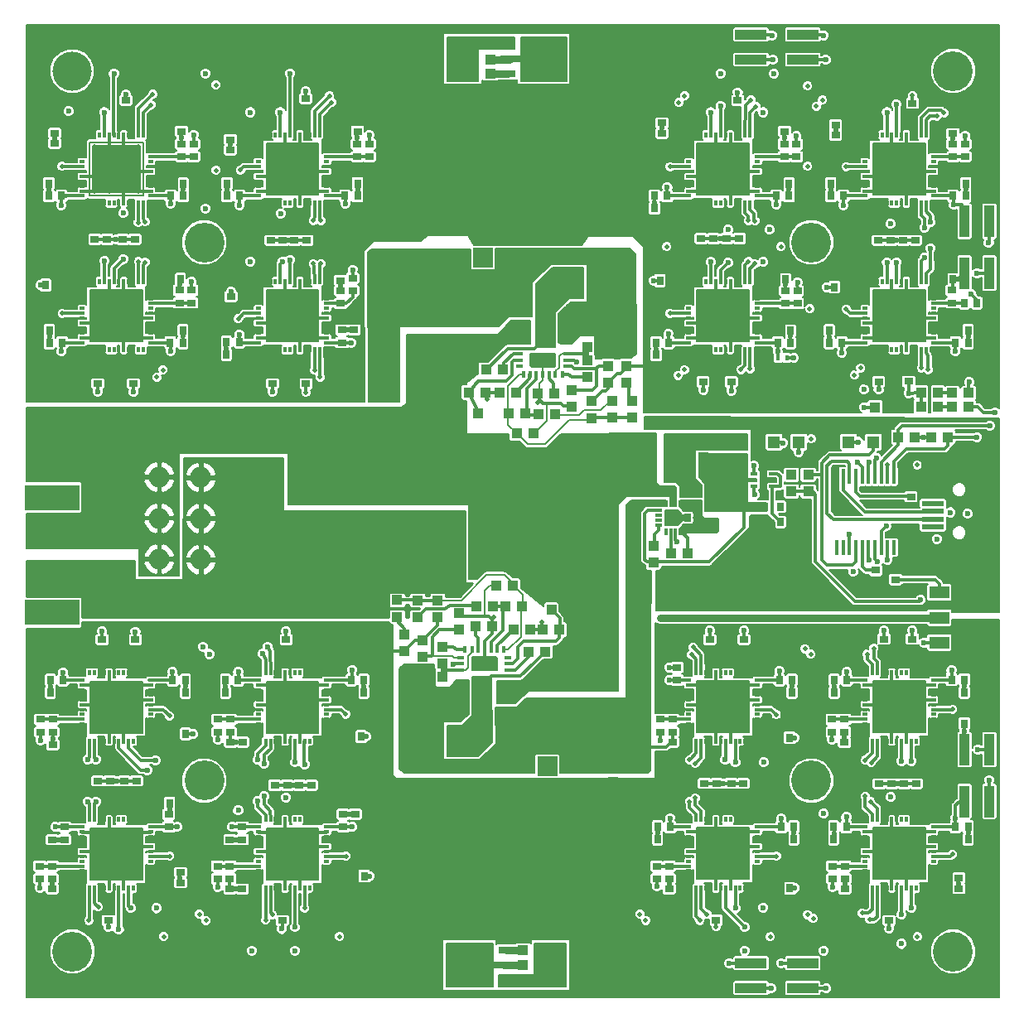
<source format=gtl>
G04 (created by PCBNEW (2013-mar-13)-testing) date Tue 14 May 2013 07:00:52 PM ICT*
%MOIN*%
G04 Gerber Fmt 3.4, Leading zero omitted, Abs format*
%FSLAX34Y34*%
G01*
G70*
G90*
G04 APERTURE LIST*
%ADD10C,0.00393701*%
%ADD11C,0.005*%
%ADD12C,0.16*%
%ADD13C,0.15748*%
%ADD14R,0.0511X0.1417*%
%ADD15R,0.0787X0.0787*%
%ADD16R,0.1102X0.1102*%
%ADD17R,0.0118X0.0275*%
%ADD18R,0.0275X0.0118*%
%ADD19O,0.0826X0.0826*%
%ADD20R,0.0433X0.0393*%
%ADD21R,0.0393X0.0433*%
%ADD22R,0.0511X0.059*%
%ADD23R,0.059X0.0511*%
%ADD24R,0.0708X0.0629*%
%ADD25R,0.0118X0.0295*%
%ADD26R,0.0295X0.0118*%
%ADD27R,0.0885X0.0196*%
%ADD28R,0.0984X0.0787*%
%ADD29R,0.0275X0.0354*%
%ADD30R,0.0354X0.0275*%
%ADD31R,0.0196X0.0118*%
%ADD32R,0.0118X0.0196*%
%ADD33R,0.035X0.031*%
%ADD34R,0.0259843X0.011811*%
%ADD35R,0.0255906X0.0334646*%
%ADD36R,0.0157X0.059*%
%ADD37R,0.0393701X0.125984*%
%ADD38R,0.125984X0.0393701*%
%ADD39R,0.05X0.05*%
%ADD40R,0.0787402X0.05*%
%ADD41R,0.220472X0.104331*%
%ADD42R,0.275591X0.0551181*%
%ADD43R,0.063X0.0276*%
%ADD44R,0.0827X0.0276*%
%ADD45R,0.1083X0.0787*%
%ADD46R,0.0157X0.0236*%
%ADD47C,0.023622*%
%ADD48C,0.019685*%
%ADD49C,0.0314961*%
%ADD50C,0.011811*%
%ADD51C,0.00787402*%
%ADD52C,0.0118*%
%ADD53C,0.0393701*%
%ADD54C,0.019685*%
%ADD55C,0.0078*%
%ADD56C,0.01*%
G04 APERTURE END LIST*
G54D10*
G54D11*
X41437Y-28641D02*
X43601Y-28641D01*
X43601Y-28641D02*
X43601Y-26477D01*
X43601Y-26477D02*
X41437Y-26477D01*
X41437Y-26477D02*
X41437Y-26575D01*
X41437Y-26575D02*
X41437Y-28641D01*
G54D12*
X46062Y-30511D03*
G54D13*
X40748Y-23622D03*
G54D14*
X50161Y-43121D03*
X50161Y-40021D03*
G54D15*
X59858Y-51588D03*
G54D16*
X56433Y-50565D03*
X56433Y-52611D03*
G54D15*
X57271Y-31123D03*
G54D16*
X60696Y-32146D03*
X60696Y-30100D03*
G54D17*
X58898Y-35816D03*
X59154Y-35816D03*
X59410Y-35816D03*
X59666Y-35816D03*
X59921Y-35816D03*
X60177Y-35816D03*
X60472Y-35816D03*
G54D18*
X60649Y-35501D03*
X60649Y-35245D03*
X60649Y-34989D03*
X58721Y-35501D03*
X58721Y-35245D03*
X58721Y-34989D03*
X60610Y-34124D03*
X59753Y-33868D03*
X58819Y-34124D03*
X59666Y-35225D03*
G54D19*
X44252Y-43267D03*
X44252Y-41614D03*
X44252Y-39961D03*
X45904Y-39961D03*
X45904Y-41614D03*
X45904Y-43267D03*
G54D20*
X53721Y-35984D03*
X54389Y-35984D03*
G54D21*
X61464Y-34733D03*
X61464Y-34065D03*
G54D20*
X58593Y-36548D03*
X57925Y-36548D03*
G54D21*
X59465Y-36596D03*
X60133Y-36596D03*
X57361Y-36548D03*
X56693Y-36548D03*
X57082Y-37375D03*
X56414Y-37375D03*
G54D20*
X61456Y-35941D03*
X61456Y-35273D03*
G54D22*
X54429Y-35275D03*
X53681Y-35275D03*
X54429Y-34488D03*
X53681Y-34488D03*
G54D23*
X55196Y-34429D03*
X55196Y-33681D03*
X56023Y-34429D03*
X56023Y-33681D03*
X56850Y-34429D03*
X56850Y-33681D03*
G54D21*
X57559Y-34389D03*
X57559Y-33721D03*
G54D20*
X58058Y-35635D03*
X57390Y-35635D03*
G54D21*
X54606Y-30295D03*
X54606Y-30963D03*
G54D24*
X56279Y-29960D03*
X56279Y-31062D03*
X55413Y-29960D03*
X55413Y-31062D03*
X61850Y-29980D03*
X61850Y-31082D03*
X62775Y-29980D03*
X62775Y-31082D03*
G54D20*
X61645Y-36907D03*
X61645Y-37575D03*
X63267Y-37548D03*
X63267Y-36880D03*
G54D21*
X63031Y-35492D03*
X63031Y-36160D03*
X59298Y-38194D03*
X58630Y-38194D03*
G54D20*
X59492Y-37422D03*
X60160Y-37422D03*
X58956Y-37375D03*
X58288Y-37375D03*
X62464Y-36876D03*
X62464Y-37544D03*
X62307Y-35478D03*
X62307Y-36146D03*
X60834Y-37134D03*
X60834Y-36466D03*
G54D17*
X58109Y-46903D03*
X57853Y-46903D03*
X57597Y-46903D03*
X57341Y-46903D03*
X57086Y-46903D03*
X56830Y-46903D03*
X56535Y-46903D03*
G54D18*
X56358Y-47218D03*
X56358Y-47474D03*
X56358Y-47730D03*
X58286Y-47218D03*
X58286Y-47474D03*
X58286Y-47730D03*
X56397Y-48595D03*
X57254Y-48851D03*
X58188Y-48595D03*
X57341Y-47494D03*
G54D21*
X59409Y-49034D03*
X59409Y-48366D03*
X55645Y-47998D03*
X55645Y-48666D03*
G54D20*
X58488Y-46103D03*
X59156Y-46103D03*
G54D21*
X57645Y-45970D03*
X56977Y-45970D03*
X59685Y-46103D03*
X60353Y-46103D03*
X60024Y-45304D03*
X60692Y-45304D03*
G54D20*
X55653Y-46777D03*
X55653Y-47445D03*
G54D22*
X62500Y-47440D03*
X63248Y-47440D03*
X62500Y-48267D03*
X63248Y-48267D03*
G54D23*
X61811Y-48326D03*
X61811Y-49074D03*
X60984Y-48326D03*
X60984Y-49074D03*
X60157Y-48326D03*
X60157Y-49074D03*
G54D20*
X62540Y-46732D03*
X63208Y-46732D03*
X59099Y-46985D03*
X59767Y-46985D03*
G54D21*
X62519Y-52223D03*
X62519Y-51555D03*
G54D24*
X60885Y-52607D03*
X60885Y-51505D03*
X61712Y-52587D03*
X61712Y-51485D03*
X55275Y-52657D03*
X55275Y-51555D03*
X54429Y-52657D03*
X54429Y-51555D03*
G54D20*
X55440Y-45579D03*
X55440Y-44911D03*
X53811Y-44907D03*
X53811Y-45575D03*
G54D21*
X54114Y-46948D03*
X54114Y-46280D03*
X57819Y-44340D03*
X58487Y-44340D03*
G54D20*
X57664Y-45151D03*
X56996Y-45151D03*
X58185Y-45159D03*
X58853Y-45159D03*
X54633Y-45579D03*
X54633Y-44911D03*
X54830Y-47193D03*
X54830Y-46525D03*
X56303Y-45439D03*
X56303Y-46107D03*
G54D25*
X65214Y-41015D03*
X65017Y-41015D03*
X64821Y-41015D03*
X64624Y-41015D03*
G54D26*
X64349Y-41290D03*
X64349Y-41487D03*
X64349Y-41683D03*
X64349Y-41880D03*
G54D25*
X64624Y-42155D03*
X64821Y-42155D03*
X65017Y-42155D03*
X65214Y-42155D03*
G54D26*
X65489Y-41880D03*
X65489Y-41683D03*
X65489Y-41487D03*
X65489Y-41290D03*
X64919Y-41585D03*
G54D20*
X64823Y-43011D03*
X65491Y-43011D03*
X66141Y-39783D03*
X65473Y-39783D03*
X66141Y-39173D03*
X65473Y-39173D03*
G54D22*
X64035Y-39074D03*
X64783Y-39074D03*
X64035Y-39881D03*
X64783Y-39881D03*
G54D20*
X64133Y-42736D03*
X64133Y-43404D03*
G54D23*
X66482Y-41857D03*
X66482Y-41109D03*
G54D27*
X75378Y-41336D03*
X75378Y-41650D03*
X75378Y-41965D03*
X75378Y-41022D03*
X75378Y-40707D03*
G54D28*
X75418Y-43087D03*
X75418Y-39585D03*
X77563Y-43087D03*
X77563Y-39585D03*
G54D29*
X40314Y-28641D03*
X39804Y-28641D03*
G54D30*
X42905Y-25310D03*
X42905Y-24800D03*
X40039Y-25611D03*
X40039Y-26121D03*
G54D29*
X44705Y-28641D03*
X45215Y-28641D03*
G54D30*
X45137Y-27066D03*
X45137Y-26556D03*
G54D29*
X40314Y-28149D03*
X39804Y-28149D03*
G54D30*
X45137Y-25532D03*
X45137Y-26042D03*
G54D29*
X44705Y-28169D03*
X45215Y-28169D03*
G54D30*
X42775Y-29882D03*
X42775Y-30392D03*
X42145Y-29882D03*
X42145Y-30392D03*
X40039Y-27046D03*
X40039Y-26536D03*
G54D31*
X50983Y-26477D03*
X50983Y-26674D03*
X50983Y-26871D03*
X50983Y-27067D03*
X50983Y-27264D03*
X50983Y-27461D03*
X50983Y-27657D03*
X50983Y-27854D03*
X50983Y-28051D03*
X50983Y-28247D03*
X50983Y-28444D03*
X50983Y-28641D03*
G54D32*
X50688Y-28936D03*
X50491Y-28936D03*
X50294Y-28936D03*
X50098Y-28936D03*
X49901Y-28936D03*
X49704Y-28936D03*
X49508Y-28936D03*
X49311Y-28936D03*
X49114Y-28936D03*
X48918Y-28936D03*
X48721Y-28936D03*
X48524Y-28936D03*
G54D31*
X48229Y-28641D03*
X48229Y-28444D03*
X48229Y-28247D03*
X48229Y-28051D03*
X48229Y-27854D03*
X48229Y-27657D03*
X48229Y-27461D03*
X48229Y-27264D03*
X48229Y-27067D03*
X48229Y-26871D03*
X48229Y-26674D03*
X48229Y-26477D03*
G54D32*
X48524Y-26182D03*
X48721Y-26182D03*
X48918Y-26182D03*
X49114Y-26182D03*
X49311Y-26182D03*
X49508Y-26182D03*
X49704Y-26182D03*
X49901Y-26182D03*
X50098Y-26182D03*
X50294Y-26182D03*
X50491Y-26182D03*
X50688Y-26182D03*
G54D31*
X49606Y-27559D03*
G54D29*
X51713Y-28641D03*
X52223Y-28641D03*
X47479Y-28641D03*
X46969Y-28641D03*
G54D30*
X52204Y-27066D03*
X52204Y-26556D03*
G54D29*
X47479Y-28149D03*
X46969Y-28149D03*
G54D30*
X47106Y-25867D03*
X47106Y-26377D03*
X49685Y-29922D03*
X49685Y-30432D03*
G54D29*
X51713Y-28149D03*
X52223Y-28149D03*
G54D30*
X50149Y-35689D03*
X50149Y-36199D03*
X52224Y-25532D03*
X52224Y-26042D03*
X47106Y-27302D03*
X47106Y-26792D03*
X50137Y-25247D03*
X50137Y-24737D03*
G54D31*
X43896Y-32382D03*
X43896Y-32579D03*
X43896Y-32776D03*
X43896Y-32972D03*
X43896Y-33169D03*
X43896Y-33366D03*
X43896Y-33562D03*
X43896Y-33759D03*
X43896Y-33956D03*
X43896Y-34152D03*
X43896Y-34349D03*
X43896Y-34546D03*
G54D32*
X43601Y-34841D03*
X43404Y-34841D03*
X43207Y-34841D03*
X43011Y-34841D03*
X42814Y-34841D03*
X42617Y-34841D03*
X42421Y-34841D03*
X42224Y-34841D03*
X42027Y-34841D03*
X41831Y-34841D03*
X41634Y-34841D03*
X41437Y-34841D03*
G54D31*
X41142Y-34546D03*
X41142Y-34349D03*
X41142Y-34152D03*
X41142Y-33956D03*
X41142Y-33759D03*
X41142Y-33562D03*
X41142Y-33366D03*
X41142Y-33169D03*
X41142Y-32972D03*
X41142Y-32776D03*
X41142Y-32579D03*
X41142Y-32382D03*
G54D32*
X41437Y-32087D03*
X41634Y-32087D03*
X41831Y-32087D03*
X42027Y-32087D03*
X42224Y-32087D03*
X42421Y-32087D03*
X42617Y-32087D03*
X42814Y-32087D03*
X43011Y-32087D03*
X43207Y-32087D03*
X43404Y-32087D03*
X43601Y-32087D03*
G54D31*
X42519Y-33464D03*
G54D29*
X44685Y-34547D03*
X45195Y-34547D03*
X40333Y-34547D03*
X39823Y-34547D03*
G54D30*
X45059Y-32951D03*
X45059Y-32441D03*
G54D29*
X40186Y-32234D03*
X39676Y-32234D03*
X44587Y-31988D03*
X45097Y-31988D03*
X40333Y-34055D03*
X39823Y-34055D03*
G54D30*
X41771Y-35689D03*
X41771Y-36199D03*
G54D29*
X44685Y-34055D03*
X45195Y-34055D03*
G54D30*
X41653Y-30904D03*
X41653Y-30394D03*
X43259Y-30900D03*
X43259Y-30390D03*
X43208Y-35689D03*
X43208Y-36199D03*
G54D31*
X50983Y-32382D03*
X50983Y-32579D03*
X50983Y-32776D03*
X50983Y-32972D03*
X50983Y-33169D03*
X50983Y-33366D03*
X50983Y-33562D03*
X50983Y-33759D03*
X50983Y-33956D03*
X50983Y-34152D03*
X50983Y-34349D03*
X50983Y-34546D03*
G54D32*
X50688Y-34841D03*
X50491Y-34841D03*
X50294Y-34841D03*
X50098Y-34841D03*
X49901Y-34841D03*
X49704Y-34841D03*
X49508Y-34841D03*
X49311Y-34841D03*
X49114Y-34841D03*
X48918Y-34841D03*
X48721Y-34841D03*
X48524Y-34841D03*
G54D31*
X48229Y-34546D03*
X48229Y-34349D03*
X48229Y-34152D03*
X48229Y-33956D03*
X48229Y-33759D03*
X48229Y-33562D03*
X48229Y-33366D03*
X48229Y-33169D03*
X48229Y-32972D03*
X48229Y-32776D03*
X48229Y-32579D03*
X48229Y-32382D03*
G54D32*
X48524Y-32087D03*
X48721Y-32087D03*
X48918Y-32087D03*
X49114Y-32087D03*
X49311Y-32087D03*
X49508Y-32087D03*
X49704Y-32087D03*
X49901Y-32087D03*
X50098Y-32087D03*
X50294Y-32087D03*
X50491Y-32087D03*
X50688Y-32087D03*
G54D31*
X49606Y-33464D03*
G54D29*
X47459Y-34527D03*
X46949Y-34527D03*
G54D30*
X51594Y-34546D03*
X51594Y-34036D03*
X51535Y-32971D03*
X51535Y-32461D03*
X51535Y-31536D03*
X51535Y-32046D03*
G54D29*
X47459Y-35019D03*
X46949Y-35019D03*
G54D30*
X48799Y-35689D03*
X48799Y-36199D03*
X49192Y-29922D03*
X49192Y-30432D03*
X52086Y-33524D03*
X52086Y-34034D03*
X48740Y-30943D03*
X48740Y-30433D03*
X50177Y-30943D03*
X50177Y-30433D03*
X47125Y-33207D03*
X47125Y-32697D03*
G54D31*
X68306Y-26477D03*
X68306Y-26674D03*
X68306Y-26871D03*
X68306Y-27067D03*
X68306Y-27264D03*
X68306Y-27461D03*
X68306Y-27657D03*
X68306Y-27854D03*
X68306Y-28051D03*
X68306Y-28247D03*
X68306Y-28444D03*
X68306Y-28641D03*
G54D32*
X68011Y-28936D03*
X67814Y-28936D03*
X67617Y-28936D03*
X67421Y-28936D03*
X67224Y-28936D03*
X67027Y-28936D03*
X66831Y-28936D03*
X66634Y-28936D03*
X66437Y-28936D03*
X66241Y-28936D03*
X66044Y-28936D03*
X65847Y-28936D03*
G54D31*
X65552Y-28641D03*
X65552Y-28444D03*
X65552Y-28247D03*
X65552Y-28051D03*
X65552Y-27854D03*
X65552Y-27657D03*
X65552Y-27461D03*
X65552Y-27264D03*
X65552Y-27067D03*
X65552Y-26871D03*
X65552Y-26674D03*
X65552Y-26477D03*
G54D32*
X65847Y-26182D03*
X66044Y-26182D03*
X66241Y-26182D03*
X66437Y-26182D03*
X66634Y-26182D03*
X66831Y-26182D03*
X67027Y-26182D03*
X67224Y-26182D03*
X67421Y-26182D03*
X67617Y-26182D03*
X67814Y-26182D03*
X68011Y-26182D03*
G54D31*
X66929Y-27559D03*
G54D29*
X64684Y-28641D03*
X64174Y-28641D03*
X69075Y-28641D03*
X69585Y-28641D03*
G54D30*
X69389Y-27066D03*
X69389Y-26556D03*
X67519Y-25314D03*
X67519Y-24804D03*
X64468Y-26632D03*
X64468Y-26122D03*
G54D29*
X64684Y-29133D03*
X64174Y-29133D03*
X71918Y-32312D03*
X71408Y-32312D03*
G54D30*
X67578Y-29843D03*
X67578Y-30353D03*
X69409Y-25532D03*
X69409Y-26042D03*
G54D29*
X69075Y-28169D03*
X69585Y-28169D03*
G54D30*
X64468Y-25197D03*
X64468Y-25707D03*
G54D31*
X75392Y-26477D03*
X75392Y-26674D03*
X75392Y-26871D03*
X75392Y-27067D03*
X75392Y-27264D03*
X75392Y-27461D03*
X75392Y-27657D03*
X75392Y-27854D03*
X75392Y-28051D03*
X75392Y-28247D03*
X75392Y-28444D03*
X75392Y-28641D03*
G54D32*
X75097Y-28936D03*
X74900Y-28936D03*
X74703Y-28936D03*
X74507Y-28936D03*
X74310Y-28936D03*
X74113Y-28936D03*
X73917Y-28936D03*
X73720Y-28936D03*
X73523Y-28936D03*
X73327Y-28936D03*
X73130Y-28936D03*
X72933Y-28936D03*
G54D31*
X72638Y-28641D03*
X72638Y-28444D03*
X72638Y-28247D03*
X72638Y-28051D03*
X72638Y-27854D03*
X72638Y-27657D03*
X72638Y-27461D03*
X72638Y-27264D03*
X72638Y-27067D03*
X72638Y-26871D03*
X72638Y-26674D03*
X72638Y-26477D03*
G54D32*
X72933Y-26182D03*
X73130Y-26182D03*
X73327Y-26182D03*
X73523Y-26182D03*
X73720Y-26182D03*
X73917Y-26182D03*
X74113Y-26182D03*
X74310Y-26182D03*
X74507Y-26182D03*
X74703Y-26182D03*
X74900Y-26182D03*
X75097Y-26182D03*
G54D31*
X74015Y-27559D03*
G54D29*
X71770Y-28641D03*
X71260Y-28641D03*
X76182Y-28641D03*
X76692Y-28641D03*
G54D30*
X76181Y-27066D03*
X76181Y-26556D03*
X74551Y-25428D03*
X74551Y-24918D03*
X73169Y-29922D03*
X73169Y-30432D03*
X71456Y-25276D03*
X71456Y-25786D03*
G54D29*
X71770Y-28149D03*
X71260Y-28149D03*
G54D30*
X74665Y-29922D03*
X74665Y-30432D03*
G54D29*
X76182Y-28149D03*
X76692Y-28149D03*
G54D30*
X76181Y-25630D03*
X76181Y-26140D03*
X71456Y-26711D03*
X71456Y-26201D03*
G54D31*
X68306Y-32382D03*
X68306Y-32579D03*
X68306Y-32776D03*
X68306Y-32972D03*
X68306Y-33169D03*
X68306Y-33366D03*
X68306Y-33562D03*
X68306Y-33759D03*
X68306Y-33956D03*
X68306Y-34152D03*
X68306Y-34349D03*
X68306Y-34546D03*
G54D32*
X68011Y-34841D03*
X67814Y-34841D03*
X67617Y-34841D03*
X67421Y-34841D03*
X67224Y-34841D03*
X67027Y-34841D03*
X66831Y-34841D03*
X66634Y-34841D03*
X66437Y-34841D03*
X66241Y-34841D03*
X66044Y-34841D03*
X65847Y-34841D03*
G54D31*
X65552Y-34546D03*
X65552Y-34349D03*
X65552Y-34152D03*
X65552Y-33956D03*
X65552Y-33759D03*
X65552Y-33562D03*
X65552Y-33366D03*
X65552Y-33169D03*
X65552Y-32972D03*
X65552Y-32776D03*
X65552Y-32579D03*
X65552Y-32382D03*
G54D32*
X65847Y-32087D03*
X66044Y-32087D03*
X66241Y-32087D03*
X66437Y-32087D03*
X66634Y-32087D03*
X66831Y-32087D03*
X67027Y-32087D03*
X67224Y-32087D03*
X67421Y-32087D03*
X67617Y-32087D03*
X67814Y-32087D03*
X68011Y-32087D03*
G54D31*
X66929Y-33464D03*
G54D29*
X64743Y-34547D03*
X64233Y-34547D03*
X69134Y-34547D03*
X69644Y-34547D03*
G54D30*
X69448Y-32971D03*
X69448Y-32461D03*
X66535Y-30865D03*
X66535Y-30355D03*
X67086Y-30865D03*
X67086Y-30355D03*
X66122Y-35611D03*
X66122Y-36121D03*
G54D29*
X64743Y-35039D03*
X64233Y-35039D03*
X68937Y-32007D03*
X69447Y-32007D03*
G54D30*
X66043Y-29843D03*
X66043Y-30353D03*
G54D29*
X64900Y-32047D03*
X64390Y-32047D03*
X69134Y-34074D03*
X69644Y-34074D03*
G54D31*
X75392Y-32382D03*
X75392Y-32579D03*
X75392Y-32776D03*
X75392Y-32972D03*
X75392Y-33169D03*
X75392Y-33366D03*
X75392Y-33562D03*
X75392Y-33759D03*
X75392Y-33956D03*
X75392Y-34152D03*
X75392Y-34349D03*
X75392Y-34546D03*
G54D32*
X75097Y-34841D03*
X74900Y-34841D03*
X74703Y-34841D03*
X74507Y-34841D03*
X74310Y-34841D03*
X74113Y-34841D03*
X73917Y-34841D03*
X73720Y-34841D03*
X73523Y-34841D03*
X73327Y-34841D03*
X73130Y-34841D03*
X72933Y-34841D03*
G54D31*
X72638Y-34546D03*
X72638Y-34349D03*
X72638Y-34152D03*
X72638Y-33956D03*
X72638Y-33759D03*
X72638Y-33562D03*
X72638Y-33366D03*
X72638Y-33169D03*
X72638Y-32972D03*
X72638Y-32776D03*
X72638Y-32579D03*
X72638Y-32382D03*
G54D32*
X72933Y-32087D03*
X73130Y-32087D03*
X73327Y-32087D03*
X73523Y-32087D03*
X73720Y-32087D03*
X73917Y-32087D03*
X74113Y-32087D03*
X74310Y-32087D03*
X74507Y-32087D03*
X74703Y-32087D03*
X74900Y-32087D03*
X75097Y-32087D03*
G54D31*
X74015Y-33464D03*
G54D29*
X71711Y-34547D03*
X71201Y-34547D03*
X76280Y-34547D03*
X76790Y-34547D03*
G54D30*
X76141Y-32951D03*
X76141Y-32441D03*
G54D29*
X75670Y-32007D03*
X76180Y-32007D03*
G54D30*
X74173Y-30943D03*
X74173Y-30433D03*
X73661Y-30943D03*
X73661Y-30433D03*
G54D29*
X71711Y-34055D03*
X71201Y-34055D03*
G54D30*
X74397Y-35595D03*
X74397Y-36105D03*
X67263Y-35615D03*
X67263Y-36125D03*
G54D29*
X76280Y-34055D03*
X76790Y-34055D03*
G54D30*
X73188Y-35611D03*
X73188Y-36121D03*
G54D31*
X72638Y-56200D03*
X72638Y-56003D03*
X72638Y-55806D03*
X72638Y-55610D03*
X72638Y-55413D03*
X72638Y-55216D03*
X72638Y-55020D03*
X72638Y-54823D03*
X72638Y-54626D03*
X72638Y-54430D03*
X72638Y-54233D03*
X72638Y-54036D03*
G54D32*
X72933Y-53741D03*
X73130Y-53741D03*
X73327Y-53741D03*
X73523Y-53741D03*
X73720Y-53741D03*
X73917Y-53741D03*
X74113Y-53741D03*
X74310Y-53741D03*
X74507Y-53741D03*
X74703Y-53741D03*
X74900Y-53741D03*
X75097Y-53741D03*
G54D31*
X75392Y-54036D03*
X75392Y-54233D03*
X75392Y-54430D03*
X75392Y-54626D03*
X75392Y-54823D03*
X75392Y-55020D03*
X75392Y-55216D03*
X75392Y-55413D03*
X75392Y-55610D03*
X75392Y-55806D03*
X75392Y-56003D03*
X75392Y-56200D03*
G54D32*
X75097Y-56495D03*
X74900Y-56495D03*
X74703Y-56495D03*
X74507Y-56495D03*
X74310Y-56495D03*
X74113Y-56495D03*
X73917Y-56495D03*
X73720Y-56495D03*
X73523Y-56495D03*
X73327Y-56495D03*
X73130Y-56495D03*
X72933Y-56495D03*
G54D31*
X74015Y-55118D03*
G54D29*
X76280Y-54035D03*
X76790Y-54035D03*
X71888Y-54035D03*
X71378Y-54035D03*
G54D30*
X71830Y-55611D03*
X71830Y-56121D03*
G54D29*
X76122Y-49881D03*
X76632Y-49881D03*
G54D30*
X76417Y-55571D03*
X76417Y-56081D03*
X71830Y-57046D03*
X71830Y-56536D03*
G54D29*
X76280Y-54527D03*
X76790Y-54527D03*
G54D30*
X73208Y-52814D03*
X73208Y-52304D03*
G54D29*
X71888Y-54527D03*
X71378Y-54527D03*
G54D30*
X76417Y-57026D03*
X76417Y-56516D03*
X73610Y-57292D03*
X73610Y-57802D03*
G54D31*
X65552Y-56200D03*
X65552Y-56003D03*
X65552Y-55806D03*
X65552Y-55610D03*
X65552Y-55413D03*
X65552Y-55216D03*
X65552Y-55020D03*
X65552Y-54823D03*
X65552Y-54626D03*
X65552Y-54430D03*
X65552Y-54233D03*
X65552Y-54036D03*
G54D32*
X65847Y-53741D03*
X66044Y-53741D03*
X66241Y-53741D03*
X66437Y-53741D03*
X66634Y-53741D03*
X66831Y-53741D03*
X67027Y-53741D03*
X67224Y-53741D03*
X67421Y-53741D03*
X67617Y-53741D03*
X67814Y-53741D03*
X68011Y-53741D03*
G54D31*
X68306Y-54036D03*
X68306Y-54233D03*
X68306Y-54430D03*
X68306Y-54626D03*
X68306Y-54823D03*
X68306Y-55020D03*
X68306Y-55216D03*
X68306Y-55413D03*
X68306Y-55610D03*
X68306Y-55806D03*
X68306Y-56003D03*
X68306Y-56200D03*
G54D32*
X68011Y-56495D03*
X67814Y-56495D03*
X67617Y-56495D03*
X67421Y-56495D03*
X67224Y-56495D03*
X67027Y-56495D03*
X66831Y-56495D03*
X66634Y-56495D03*
X66437Y-56495D03*
X66241Y-56495D03*
X66044Y-56495D03*
X65847Y-56495D03*
G54D31*
X66929Y-55118D03*
G54D29*
X69272Y-54035D03*
X69782Y-54035D03*
X64802Y-54035D03*
X64292Y-54035D03*
G54D30*
X64763Y-55611D03*
X64763Y-56121D03*
X66649Y-57276D03*
X66649Y-57786D03*
G54D29*
X69085Y-50442D03*
X69595Y-50442D03*
G54D30*
X64763Y-57046D03*
X64763Y-56536D03*
G54D29*
X69272Y-54527D03*
X69782Y-54527D03*
G54D30*
X66181Y-52794D03*
X66181Y-52284D03*
G54D29*
X64802Y-54527D03*
X64292Y-54527D03*
X64408Y-49212D03*
X63898Y-49212D03*
X69105Y-56505D03*
X69615Y-56505D03*
G54D31*
X72638Y-50294D03*
X72638Y-50097D03*
X72638Y-49900D03*
X72638Y-49704D03*
X72638Y-49507D03*
X72638Y-49310D03*
X72638Y-49114D03*
X72638Y-48917D03*
X72638Y-48720D03*
X72638Y-48524D03*
X72638Y-48327D03*
X72638Y-48130D03*
G54D32*
X72933Y-47835D03*
X73130Y-47835D03*
X73327Y-47835D03*
X73523Y-47835D03*
X73720Y-47835D03*
X73917Y-47835D03*
X74113Y-47835D03*
X74310Y-47835D03*
X74507Y-47835D03*
X74703Y-47835D03*
X74900Y-47835D03*
X75097Y-47835D03*
G54D31*
X75392Y-48130D03*
X75392Y-48327D03*
X75392Y-48524D03*
X75392Y-48720D03*
X75392Y-48917D03*
X75392Y-49114D03*
X75392Y-49310D03*
X75392Y-49507D03*
X75392Y-49704D03*
X75392Y-49900D03*
X75392Y-50097D03*
X75392Y-50294D03*
G54D32*
X75097Y-50589D03*
X74900Y-50589D03*
X74703Y-50589D03*
X74507Y-50589D03*
X74310Y-50589D03*
X74113Y-50589D03*
X73917Y-50589D03*
X73720Y-50589D03*
X73523Y-50589D03*
X73327Y-50589D03*
X73130Y-50589D03*
X72933Y-50589D03*
G54D31*
X74015Y-49212D03*
G54D29*
X76122Y-48110D03*
X76632Y-48110D03*
X71908Y-48129D03*
X71398Y-48129D03*
G54D30*
X71811Y-49705D03*
X71811Y-50215D03*
X73700Y-51792D03*
X73700Y-52302D03*
X74212Y-51792D03*
X74212Y-52302D03*
X71811Y-51140D03*
X71811Y-50630D03*
G54D29*
X76122Y-48622D03*
X76632Y-48622D03*
G54D30*
X73405Y-46987D03*
X73405Y-46477D03*
G54D29*
X71908Y-48622D03*
X71398Y-48622D03*
G54D30*
X74547Y-46987D03*
X74547Y-46477D03*
X74704Y-52814D03*
X74704Y-52304D03*
G54D31*
X65552Y-50294D03*
X65552Y-50097D03*
X65552Y-49900D03*
X65552Y-49704D03*
X65552Y-49507D03*
X65552Y-49310D03*
X65552Y-49114D03*
X65552Y-48917D03*
X65552Y-48720D03*
X65552Y-48524D03*
X65552Y-48327D03*
X65552Y-48130D03*
G54D32*
X65847Y-47835D03*
X66044Y-47835D03*
X66241Y-47835D03*
X66437Y-47835D03*
X66634Y-47835D03*
X66831Y-47835D03*
X67027Y-47835D03*
X67224Y-47835D03*
X67421Y-47835D03*
X67617Y-47835D03*
X67814Y-47835D03*
X68011Y-47835D03*
G54D31*
X68306Y-48130D03*
X68306Y-48327D03*
X68306Y-48524D03*
X68306Y-48720D03*
X68306Y-48917D03*
X68306Y-49114D03*
X68306Y-49310D03*
X68306Y-49507D03*
X68306Y-49704D03*
X68306Y-49900D03*
X68306Y-50097D03*
X68306Y-50294D03*
G54D32*
X68011Y-50589D03*
X67814Y-50589D03*
X67617Y-50589D03*
X67421Y-50589D03*
X67224Y-50589D03*
X67027Y-50589D03*
X66831Y-50589D03*
X66634Y-50589D03*
X66437Y-50589D03*
X66241Y-50589D03*
X66044Y-50589D03*
X65847Y-50589D03*
G54D31*
X66929Y-49212D03*
G54D29*
X69193Y-48129D03*
X69703Y-48129D03*
G54D30*
X65078Y-48129D03*
X65078Y-47619D03*
X64901Y-49705D03*
X64901Y-50215D03*
X66673Y-51772D03*
X66673Y-52282D03*
X67263Y-51772D03*
X67263Y-52282D03*
X64901Y-51140D03*
X64901Y-50630D03*
G54D29*
X69193Y-48622D03*
X69703Y-48622D03*
G54D30*
X66397Y-47006D03*
X66397Y-46496D03*
X67775Y-47006D03*
X67775Y-46496D03*
G54D29*
X64408Y-48720D03*
X63898Y-48720D03*
G54D30*
X67736Y-52794D03*
X67736Y-52284D03*
G54D31*
X48229Y-56200D03*
X48229Y-56003D03*
X48229Y-55806D03*
X48229Y-55610D03*
X48229Y-55413D03*
X48229Y-55216D03*
X48229Y-55020D03*
X48229Y-54823D03*
X48229Y-54626D03*
X48229Y-54430D03*
X48229Y-54233D03*
X48229Y-54036D03*
G54D32*
X48524Y-53741D03*
X48721Y-53741D03*
X48918Y-53741D03*
X49114Y-53741D03*
X49311Y-53741D03*
X49508Y-53741D03*
X49704Y-53741D03*
X49901Y-53741D03*
X50098Y-53741D03*
X50294Y-53741D03*
X50491Y-53741D03*
X50688Y-53741D03*
G54D31*
X50983Y-54036D03*
X50983Y-54233D03*
X50983Y-54430D03*
X50983Y-54626D03*
X50983Y-54823D03*
X50983Y-55020D03*
X50983Y-55216D03*
X50983Y-55413D03*
X50983Y-55610D03*
X50983Y-55806D03*
X50983Y-56003D03*
X50983Y-56200D03*
G54D32*
X50688Y-56495D03*
X50491Y-56495D03*
X50294Y-56495D03*
X50098Y-56495D03*
X49901Y-56495D03*
X49704Y-56495D03*
X49508Y-56495D03*
X49311Y-56495D03*
X49114Y-56495D03*
X48918Y-56495D03*
X48721Y-56495D03*
X48524Y-56495D03*
G54D31*
X49606Y-55118D03*
G54D30*
X51633Y-54034D03*
X51633Y-53524D03*
X47578Y-54036D03*
X47578Y-54546D03*
X47086Y-55611D03*
X47086Y-56121D03*
X49192Y-57294D03*
X49192Y-57804D03*
X48897Y-52873D03*
X48897Y-52363D03*
X47578Y-56024D03*
X47578Y-56534D03*
X52125Y-53012D03*
X52125Y-53522D03*
X50374Y-52873D03*
X50374Y-52363D03*
X47086Y-55058D03*
X47086Y-54548D03*
X47086Y-57046D03*
X47086Y-56536D03*
G54D29*
X51979Y-56013D03*
X52489Y-56013D03*
G54D31*
X41142Y-56200D03*
X41142Y-56003D03*
X41142Y-55806D03*
X41142Y-55610D03*
X41142Y-55413D03*
X41142Y-55216D03*
X41142Y-55020D03*
X41142Y-54823D03*
X41142Y-54626D03*
X41142Y-54430D03*
X41142Y-54233D03*
X41142Y-54036D03*
G54D32*
X41437Y-53741D03*
X41634Y-53741D03*
X41831Y-53741D03*
X42027Y-53741D03*
X42224Y-53741D03*
X42421Y-53741D03*
X42617Y-53741D03*
X42814Y-53741D03*
X43011Y-53741D03*
X43207Y-53741D03*
X43404Y-53741D03*
X43601Y-53741D03*
G54D31*
X43896Y-54036D03*
X43896Y-54233D03*
X43896Y-54430D03*
X43896Y-54626D03*
X43896Y-54823D03*
X43896Y-55020D03*
X43896Y-55216D03*
X43896Y-55413D03*
X43896Y-55610D03*
X43896Y-55806D03*
X43896Y-56003D03*
X43896Y-56200D03*
G54D32*
X43601Y-56495D03*
X43404Y-56495D03*
X43207Y-56495D03*
X43011Y-56495D03*
X42814Y-56495D03*
X42617Y-56495D03*
X42421Y-56495D03*
X42224Y-56495D03*
X42027Y-56495D03*
X41831Y-56495D03*
X41634Y-56495D03*
X41437Y-56495D03*
G54D31*
X42519Y-55118D03*
G54D30*
X44622Y-54034D03*
X44622Y-53524D03*
X40433Y-54036D03*
X40433Y-54546D03*
X39940Y-55611D03*
X39940Y-56121D03*
X45098Y-55355D03*
X45098Y-55865D03*
X45098Y-56790D03*
X45098Y-56280D03*
X43287Y-47006D03*
X43287Y-46496D03*
G54D29*
X44150Y-53078D03*
X44660Y-53078D03*
G54D30*
X41771Y-52695D03*
X41771Y-52185D03*
X39940Y-55058D03*
X39940Y-54548D03*
X39940Y-57046D03*
X39940Y-56536D03*
X42194Y-57294D03*
X42194Y-57804D03*
G54D31*
X48229Y-50294D03*
X48229Y-50097D03*
X48229Y-49900D03*
X48229Y-49704D03*
X48229Y-49507D03*
X48229Y-49310D03*
X48229Y-49114D03*
X48229Y-48917D03*
X48229Y-48720D03*
X48229Y-48524D03*
X48229Y-48327D03*
X48229Y-48130D03*
G54D32*
X48524Y-47835D03*
X48721Y-47835D03*
X48918Y-47835D03*
X49114Y-47835D03*
X49311Y-47835D03*
X49508Y-47835D03*
X49704Y-47835D03*
X49901Y-47835D03*
X50098Y-47835D03*
X50294Y-47835D03*
X50491Y-47835D03*
X50688Y-47835D03*
G54D31*
X50983Y-48130D03*
X50983Y-48327D03*
X50983Y-48524D03*
X50983Y-48720D03*
X50983Y-48917D03*
X50983Y-49114D03*
X50983Y-49310D03*
X50983Y-49507D03*
X50983Y-49704D03*
X50983Y-49900D03*
X50983Y-50097D03*
X50983Y-50294D03*
G54D32*
X50688Y-50589D03*
X50491Y-50589D03*
X50294Y-50589D03*
X50098Y-50589D03*
X49901Y-50589D03*
X49704Y-50589D03*
X49508Y-50589D03*
X49311Y-50589D03*
X49114Y-50589D03*
X48918Y-50589D03*
X48721Y-50589D03*
X48524Y-50589D03*
G54D31*
X49606Y-49212D03*
G54D29*
X51969Y-48129D03*
X52479Y-48129D03*
X47420Y-48129D03*
X46910Y-48129D03*
G54D30*
X47106Y-49705D03*
X47106Y-50215D03*
X49389Y-51851D03*
X49389Y-52361D03*
X49881Y-51851D03*
X49881Y-52361D03*
X47598Y-50119D03*
X47598Y-50629D03*
G54D29*
X51969Y-48622D03*
X52479Y-48622D03*
G54D30*
X49350Y-47006D03*
X49350Y-46496D03*
X47106Y-51140D03*
X47106Y-50630D03*
G54D29*
X47420Y-48622D03*
X46910Y-48622D03*
X51861Y-50403D03*
X52371Y-50403D03*
G54D31*
X41142Y-50294D03*
X41142Y-50097D03*
X41142Y-49900D03*
X41142Y-49704D03*
X41142Y-49507D03*
X41142Y-49310D03*
X41142Y-49114D03*
X41142Y-48917D03*
X41142Y-48720D03*
X41142Y-48524D03*
X41142Y-48327D03*
X41142Y-48130D03*
G54D32*
X41437Y-47835D03*
X41634Y-47835D03*
X41831Y-47835D03*
X42027Y-47835D03*
X42224Y-47835D03*
X42421Y-47835D03*
X42617Y-47835D03*
X42814Y-47835D03*
X43011Y-47835D03*
X43207Y-47835D03*
X43404Y-47835D03*
X43601Y-47835D03*
G54D31*
X43896Y-48130D03*
X43896Y-48327D03*
X43896Y-48524D03*
X43896Y-48720D03*
X43896Y-48917D03*
X43896Y-49114D03*
X43896Y-49310D03*
X43896Y-49507D03*
X43896Y-49704D03*
X43896Y-49900D03*
X43896Y-50097D03*
X43896Y-50294D03*
G54D32*
X43601Y-50589D03*
X43404Y-50589D03*
X43207Y-50589D03*
X43011Y-50589D03*
X42814Y-50589D03*
X42617Y-50589D03*
X42421Y-50589D03*
X42224Y-50589D03*
X42027Y-50589D03*
X41831Y-50589D03*
X41634Y-50589D03*
X41437Y-50589D03*
G54D31*
X42519Y-49212D03*
G54D29*
X44784Y-48129D03*
X45294Y-48129D03*
X40373Y-48129D03*
X39863Y-48129D03*
G54D30*
X39960Y-49705D03*
X39960Y-50215D03*
X42263Y-51674D03*
X42263Y-52184D03*
X42834Y-51674D03*
X42834Y-52184D03*
G54D29*
X44784Y-50295D03*
X45294Y-50295D03*
X44784Y-48622D03*
X45294Y-48622D03*
G54D30*
X43326Y-52695D03*
X43326Y-52185D03*
G54D29*
X40373Y-48622D03*
X39863Y-48622D03*
G54D30*
X39960Y-51239D03*
X39960Y-50729D03*
X41948Y-47006D03*
X41948Y-46496D03*
G54D33*
X73064Y-43704D03*
X73064Y-44464D03*
X73864Y-44084D03*
G54D20*
X70354Y-40530D03*
X70354Y-39862D03*
X69685Y-39862D03*
X69685Y-40530D03*
G54D30*
X74488Y-40242D03*
X74488Y-40752D03*
G54D12*
X76181Y-23622D03*
X76181Y-59055D03*
X40748Y-59055D03*
G54D34*
X68905Y-40334D03*
X68181Y-40078D03*
X68905Y-39822D03*
X68905Y-40078D03*
X68181Y-39822D03*
X68181Y-40334D03*
G54D21*
X74645Y-38346D03*
X73977Y-38346D03*
X75315Y-38346D03*
X75983Y-38346D03*
G54D12*
X70472Y-30511D03*
X46062Y-52165D03*
X70472Y-52165D03*
G54D35*
X68592Y-41761D03*
X69242Y-41761D03*
X68592Y-41151D03*
X69242Y-41151D03*
G54D36*
X71502Y-42790D03*
X71758Y-42790D03*
X72014Y-42790D03*
X72270Y-42790D03*
X72526Y-42790D03*
X72780Y-42790D03*
X73036Y-42790D03*
X73292Y-42790D03*
X73548Y-42790D03*
X73804Y-42790D03*
X73804Y-39936D03*
X73548Y-39936D03*
X73292Y-39936D03*
X73036Y-39936D03*
X72780Y-39936D03*
X72526Y-39936D03*
X72270Y-39936D03*
X72014Y-39936D03*
X71758Y-39936D03*
X71502Y-39936D03*
G54D31*
X43896Y-26477D03*
X43896Y-26674D03*
X43896Y-26871D03*
X43896Y-27067D03*
X43896Y-27264D03*
X43896Y-27461D03*
X43896Y-27657D03*
X43896Y-27854D03*
X43896Y-28051D03*
X43896Y-28247D03*
X43896Y-28444D03*
X43896Y-28641D03*
G54D32*
X43601Y-28936D03*
X43404Y-28936D03*
X43207Y-28936D03*
X43011Y-28936D03*
X42814Y-28936D03*
X42617Y-28936D03*
X42421Y-28936D03*
X42224Y-28936D03*
X42027Y-28936D03*
X41831Y-28936D03*
X41634Y-28936D03*
X41437Y-28936D03*
G54D31*
X41142Y-28641D03*
X41142Y-28444D03*
X41142Y-28247D03*
X41142Y-28051D03*
X41142Y-27854D03*
X41142Y-27657D03*
X41142Y-27461D03*
X41142Y-27264D03*
X41142Y-27067D03*
X41142Y-26871D03*
X41142Y-26674D03*
X41142Y-26477D03*
G54D32*
X41437Y-26182D03*
X41634Y-26182D03*
X41831Y-26182D03*
X42027Y-26182D03*
X42224Y-26182D03*
X42421Y-26182D03*
X42617Y-26182D03*
X42814Y-26182D03*
X43011Y-26182D03*
X43207Y-26182D03*
X43404Y-26182D03*
X43601Y-26182D03*
G54D31*
X42519Y-27559D03*
G54D37*
X76643Y-50925D03*
X77647Y-50925D03*
X77647Y-53011D03*
X76643Y-53011D03*
G54D38*
X70137Y-59517D03*
X70137Y-60521D03*
X68051Y-60521D03*
X68051Y-59517D03*
X68051Y-23159D03*
X68051Y-22155D03*
X70137Y-22155D03*
X70137Y-23159D03*
G54D39*
X71976Y-38543D03*
X70976Y-38543D03*
X69976Y-38543D03*
X72976Y-38543D03*
X68976Y-38543D03*
G54D40*
X75629Y-45610D03*
X75629Y-46614D03*
X75629Y-44606D03*
G54D41*
X39921Y-45403D03*
X39921Y-40777D03*
G54D42*
X41850Y-42598D03*
X41850Y-43582D03*
G54D43*
X58188Y-60177D03*
G54D44*
X58090Y-59586D03*
G54D43*
X58188Y-58995D03*
G54D45*
X57145Y-59586D03*
G54D37*
X76643Y-29665D03*
X77647Y-29665D03*
X77647Y-31751D03*
X76643Y-31751D03*
G54D20*
X58878Y-59586D03*
X59546Y-59586D03*
X58878Y-58996D03*
X59546Y-58996D03*
G54D30*
X68129Y-41201D03*
X68129Y-41711D03*
G54D20*
X76810Y-36574D03*
X76142Y-36574D03*
X76810Y-37125D03*
X76142Y-37125D03*
G54D30*
X45629Y-27066D03*
X45629Y-26556D03*
X69881Y-27066D03*
X69881Y-26556D03*
X71338Y-55611D03*
X71338Y-56121D03*
X46594Y-55611D03*
X46594Y-56121D03*
X52696Y-27066D03*
X52696Y-26556D03*
X76673Y-27066D03*
X76673Y-26556D03*
X64271Y-55611D03*
X64271Y-56121D03*
X39448Y-55611D03*
X39448Y-56121D03*
X45551Y-32951D03*
X45551Y-32441D03*
X69921Y-32971D03*
X69921Y-32461D03*
X71318Y-49705D03*
X71318Y-50215D03*
X46614Y-49705D03*
X46614Y-50215D03*
X52027Y-32459D03*
X52027Y-31949D03*
G54D29*
X76634Y-32952D03*
X77144Y-32952D03*
G54D30*
X64409Y-49705D03*
X64409Y-50215D03*
X39468Y-49705D03*
X39468Y-50215D03*
G54D20*
X73051Y-37146D03*
X73051Y-37814D03*
G54D21*
X75570Y-37125D03*
X74902Y-37125D03*
X75570Y-36574D03*
X74902Y-36574D03*
G54D46*
X69134Y-35157D03*
X69488Y-35157D03*
G54D20*
X57558Y-23157D03*
X56890Y-23157D03*
X57558Y-23716D03*
X56890Y-23716D03*
G54D14*
X54381Y-43121D03*
X54381Y-40021D03*
G54D43*
X58263Y-22542D03*
G54D44*
X58361Y-23133D03*
G54D43*
X58263Y-23724D03*
G54D45*
X59306Y-23133D03*
G54D47*
X62578Y-45610D03*
X64389Y-45610D03*
X57952Y-48267D03*
X56062Y-47480D03*
X59015Y-34429D03*
X61023Y-35314D03*
X62519Y-42559D03*
X65078Y-42559D03*
G54D48*
X59665Y-35393D03*
X59665Y-35098D03*
X60039Y-35393D03*
X59291Y-35393D03*
X60039Y-35098D03*
X59311Y-35098D03*
X57437Y-36828D03*
X59484Y-36946D03*
X57342Y-47323D03*
X57342Y-47618D03*
X57716Y-47618D03*
X56968Y-47618D03*
X57716Y-47322D03*
X56988Y-47322D03*
X57688Y-45578D03*
X59641Y-45804D03*
G54D47*
X73917Y-31318D03*
X73661Y-29763D03*
X68976Y-23724D03*
X67125Y-31338D03*
X67125Y-30000D03*
X68799Y-30000D03*
X66830Y-23720D03*
X66830Y-25019D03*
X73897Y-24960D03*
X49507Y-31220D03*
X49133Y-29350D03*
X46102Y-23720D03*
X42795Y-31181D03*
X42795Y-29330D03*
X46102Y-29153D03*
X49507Y-23720D03*
X57874Y-23724D03*
X42421Y-23720D03*
X67007Y-51338D03*
X70984Y-59011D03*
X74114Y-51377D03*
X73681Y-52834D03*
X70984Y-53503D03*
X67795Y-59015D03*
X67795Y-58070D03*
X74114Y-58740D03*
X74114Y-57559D03*
X43759Y-51751D03*
X47972Y-59015D03*
X49704Y-51437D03*
X49350Y-52854D03*
X47421Y-53366D03*
X49704Y-59015D03*
X49704Y-58070D03*
X58582Y-58995D03*
X42618Y-58169D03*
X73523Y-31318D03*
X49212Y-31279D03*
X49114Y-25275D03*
X42027Y-25275D03*
X68169Y-39507D03*
X68543Y-31299D03*
X68543Y-25275D03*
X66437Y-31299D03*
X73523Y-25275D03*
X66437Y-25275D03*
X47913Y-25275D03*
X47913Y-31279D03*
X42047Y-31259D03*
X44094Y-51358D03*
X67421Y-51437D03*
X74507Y-51377D03*
X50098Y-51515D03*
G54D48*
X50098Y-57303D03*
G54D47*
X43090Y-57303D03*
X68562Y-51437D03*
X68188Y-40669D03*
X68543Y-57283D03*
X74507Y-57283D03*
X67421Y-57303D03*
X44129Y-57307D03*
G54D48*
X73000Y-46842D03*
X70222Y-46864D03*
X70326Y-57559D03*
X66271Y-57549D03*
X72724Y-47090D03*
X70458Y-47090D03*
X70561Y-57724D03*
X66003Y-57793D03*
X72889Y-51448D03*
X72866Y-53019D03*
X72645Y-52807D03*
X72641Y-51358D03*
X65807Y-52870D03*
X65807Y-51484D03*
X65580Y-51338D03*
X65578Y-53015D03*
X48789Y-57559D03*
X63582Y-57549D03*
X65728Y-46801D03*
X48523Y-57785D03*
X63818Y-57795D03*
X65669Y-47106D03*
G54D47*
X48602Y-46781D03*
X46003Y-46781D03*
G54D48*
X45856Y-57549D03*
X41791Y-57253D03*
X41407Y-57795D03*
X46122Y-57805D03*
G54D47*
X46259Y-47076D03*
X48415Y-47066D03*
X48464Y-51486D03*
X48464Y-52795D03*
X48198Y-53001D03*
X48198Y-51328D03*
X41692Y-51318D03*
X41692Y-53021D03*
X41358Y-53021D03*
X41358Y-51318D03*
G54D48*
X43980Y-24555D03*
X50492Y-35657D03*
X44393Y-35645D03*
X50716Y-35937D03*
X44145Y-35937D03*
X43917Y-24984D03*
X65381Y-24610D03*
X65374Y-35633D03*
X67645Y-35625D03*
X51098Y-24618D03*
X65149Y-24889D03*
X65127Y-35860D03*
X68011Y-35606D03*
X51181Y-24881D03*
X43397Y-29716D03*
X43405Y-31287D03*
X43677Y-31311D03*
X43673Y-29688D03*
X50440Y-31374D03*
X50444Y-29633D03*
X50751Y-29641D03*
X50751Y-31366D03*
X68051Y-24779D03*
X70935Y-24789D03*
X72468Y-35570D03*
X74909Y-35561D03*
X75177Y-35637D03*
X72214Y-35856D03*
X70679Y-25033D03*
X68248Y-25043D03*
X75814Y-25305D03*
G54D47*
X76082Y-41377D03*
X73494Y-41919D03*
G54D48*
X75531Y-25437D03*
G54D47*
X75531Y-42450D03*
X73543Y-43277D03*
G54D48*
X67952Y-29641D03*
X67952Y-31283D03*
X68212Y-29645D03*
X68208Y-31370D03*
G54D47*
X75031Y-31133D03*
X75031Y-29909D03*
X75275Y-30748D03*
X75283Y-29696D03*
G54D48*
X72824Y-57755D03*
G54D47*
X72165Y-43769D03*
X73129Y-43366D03*
X72795Y-43307D03*
G54D48*
X72529Y-57507D03*
G54D47*
X69350Y-38582D03*
X72795Y-39370D03*
X69980Y-38956D03*
X72342Y-39370D03*
X76830Y-36141D03*
X76771Y-41437D03*
X72007Y-42244D03*
G54D48*
X44665Y-55216D03*
X44421Y-58444D03*
X44657Y-49570D03*
X51763Y-55212D03*
X51503Y-58444D03*
X51744Y-49496D03*
X69074Y-55212D03*
X68830Y-58456D03*
X69070Y-49519D03*
X74744Y-58452D03*
X76165Y-49307D03*
X76161Y-55141D03*
X74740Y-39464D03*
X70476Y-38421D03*
X73551Y-39460D03*
X69255Y-30688D03*
X64665Y-30688D03*
X64799Y-27464D03*
X64791Y-33370D03*
X70334Y-24224D03*
X71877Y-27460D03*
X70334Y-27452D03*
X70417Y-33188D03*
X71877Y-33192D03*
X46531Y-27610D03*
X47507Y-27606D03*
X46523Y-24181D03*
X47429Y-33590D03*
X40334Y-27452D03*
G54D47*
X40590Y-25228D03*
G54D48*
X40342Y-33366D03*
G54D47*
X77185Y-50925D03*
X68897Y-22185D03*
X68858Y-60531D03*
X77145Y-38346D03*
X77145Y-31751D03*
X77637Y-52145D03*
X70984Y-22185D03*
X71082Y-60531D03*
X77618Y-30531D03*
X77657Y-37893D03*
X74881Y-44901D03*
X75019Y-46614D03*
X73110Y-39192D03*
X72598Y-37145D03*
X72594Y-36429D03*
X69783Y-35157D03*
X66948Y-52282D03*
X71830Y-56318D03*
X76377Y-32007D03*
G54D48*
X60354Y-60216D03*
X59881Y-60216D03*
X59409Y-60216D03*
X58937Y-60216D03*
G54D47*
X57559Y-22539D03*
X57086Y-22539D03*
X56141Y-22539D03*
X56614Y-22539D03*
G54D48*
X74551Y-24598D03*
X50141Y-36555D03*
G54D47*
X73614Y-58122D03*
G54D48*
X66653Y-58055D03*
G54D47*
X49183Y-58139D03*
X42194Y-58070D03*
X39823Y-34291D03*
X76181Y-26338D03*
X74393Y-36578D03*
X39940Y-56318D03*
X43287Y-46181D03*
X39960Y-50492D03*
X45610Y-50295D03*
X45294Y-48366D03*
X46969Y-28405D03*
X39804Y-28385D03*
X76692Y-28366D03*
X67775Y-46141D03*
X64763Y-47618D03*
X69703Y-48366D03*
X66397Y-46141D03*
X64763Y-56338D03*
X64292Y-54271D03*
X69782Y-54271D03*
X76790Y-34291D03*
X76417Y-56318D03*
X76790Y-54271D03*
X73956Y-52302D03*
X74547Y-46141D03*
X73405Y-46141D03*
X71811Y-50413D03*
X71201Y-34311D03*
X76632Y-48366D03*
X76643Y-50177D03*
X71260Y-28385D03*
X71092Y-32312D03*
X71456Y-25984D03*
X73917Y-30433D03*
X66830Y-30355D03*
X67263Y-36480D03*
X69448Y-32204D03*
X66141Y-36456D03*
X73188Y-36437D03*
X52204Y-26299D03*
X43208Y-36535D03*
X48799Y-36515D03*
X45059Y-32204D03*
X41771Y-36515D03*
X64232Y-34822D03*
X69409Y-26299D03*
X67519Y-24488D03*
X64173Y-28917D03*
X42906Y-24562D03*
X52706Y-56013D03*
X45078Y-56082D03*
X52480Y-48405D03*
X49350Y-46161D03*
X49625Y-52361D03*
X51889Y-53524D03*
X44681Y-53311D03*
X42539Y-52184D03*
X51535Y-32263D03*
X46948Y-34803D03*
X49448Y-30432D03*
X50136Y-24440D03*
X42519Y-30392D03*
X67185Y-59527D03*
X68937Y-23169D03*
G54D48*
X74291Y-56003D03*
X74901Y-56003D03*
X74901Y-55413D03*
X74901Y-54822D03*
X74901Y-54232D03*
X74311Y-54232D03*
X74311Y-54822D03*
X73720Y-54822D03*
X73720Y-54232D03*
X73129Y-54233D03*
X73129Y-54822D03*
X73129Y-55413D03*
X73129Y-56003D03*
X73720Y-56003D03*
X73720Y-55413D03*
X74310Y-55413D03*
X67224Y-55413D03*
X74310Y-49507D03*
X67204Y-50098D03*
X67814Y-50098D03*
X67814Y-49507D03*
X67814Y-48917D03*
X67814Y-48326D03*
X67224Y-48326D03*
X67224Y-48917D03*
X66633Y-48917D03*
X66633Y-48326D03*
X66043Y-48327D03*
X66043Y-48917D03*
X66043Y-49507D03*
X66043Y-50098D03*
X66634Y-50098D03*
X66633Y-49507D03*
X67224Y-49507D03*
X49901Y-55423D03*
X42814Y-55423D03*
X49901Y-49517D03*
X42795Y-50108D03*
X43405Y-50108D03*
X43405Y-49517D03*
X43405Y-48927D03*
X43405Y-48336D03*
X42814Y-48336D03*
X42814Y-48927D03*
X42224Y-48927D03*
X42224Y-48336D03*
X41633Y-48337D03*
X41633Y-48927D03*
X41633Y-49517D03*
X41633Y-50108D03*
X42224Y-50108D03*
X42224Y-49517D03*
X42814Y-49517D03*
X73720Y-33169D03*
X73740Y-32578D03*
X73129Y-32578D03*
X73129Y-33169D03*
X73129Y-33759D03*
X73129Y-34350D03*
X73720Y-34350D03*
X73720Y-33759D03*
X74311Y-33759D03*
X74311Y-34350D03*
X74901Y-34349D03*
X74901Y-33759D03*
X66634Y-33169D03*
X73740Y-26673D03*
X73129Y-26673D03*
X73129Y-27263D03*
X73129Y-27854D03*
X73129Y-28444D03*
X73720Y-28444D03*
X73720Y-27854D03*
X74311Y-27854D03*
X74311Y-28444D03*
X74901Y-28444D03*
X74901Y-27854D03*
X74901Y-27264D03*
X74901Y-26673D03*
X74310Y-26673D03*
X74311Y-27263D03*
X73720Y-27263D03*
X66653Y-26673D03*
X66043Y-26673D03*
X66043Y-27263D03*
X66043Y-27854D03*
X66043Y-28444D03*
X66633Y-28444D03*
X66633Y-27854D03*
X67224Y-27854D03*
X67224Y-28444D03*
X67814Y-28444D03*
X67814Y-27854D03*
X67814Y-27264D03*
X67814Y-26673D03*
X67224Y-26673D03*
X67224Y-27263D03*
X66634Y-27263D03*
X49330Y-32578D03*
X48720Y-32578D03*
X48720Y-33169D03*
X48720Y-33759D03*
X48720Y-34350D03*
X49311Y-34350D03*
X49311Y-33759D03*
X49901Y-33759D03*
X49901Y-34350D03*
X50492Y-34349D03*
X50492Y-33759D03*
X50492Y-33169D03*
X50492Y-32578D03*
X49901Y-32578D03*
X49901Y-33169D03*
X49311Y-33169D03*
X42244Y-32578D03*
X41633Y-32578D03*
X41633Y-33169D03*
X41633Y-33759D03*
X41633Y-34350D03*
X42224Y-34350D03*
X42224Y-33759D03*
X42814Y-33759D03*
X42814Y-34350D03*
X43405Y-34349D03*
X43405Y-33759D03*
X43405Y-33169D03*
X43405Y-32578D03*
X42814Y-32578D03*
X42814Y-33169D03*
X42224Y-33169D03*
X49330Y-26673D03*
X48720Y-26673D03*
X48720Y-27263D03*
X48720Y-27854D03*
X48720Y-28444D03*
X49311Y-28444D03*
X49311Y-27854D03*
X49901Y-27854D03*
X49901Y-28444D03*
X50492Y-28444D03*
X50492Y-27854D03*
X50492Y-27264D03*
X50492Y-26673D03*
X49901Y-26673D03*
X49901Y-27263D03*
X49311Y-27263D03*
X42224Y-27263D03*
G54D47*
X62224Y-33169D03*
X62224Y-33562D03*
X62224Y-33956D03*
X62224Y-34350D03*
X63425Y-41968D03*
X63425Y-41574D03*
X63425Y-41181D03*
X55118Y-49507D03*
X55118Y-49114D03*
X55118Y-48720D03*
X55118Y-48326D03*
X66496Y-38543D03*
X66102Y-38543D03*
X65708Y-38543D03*
X65314Y-38543D03*
G54D48*
X65098Y-41751D03*
X64744Y-41751D03*
X65098Y-41417D03*
X64744Y-41417D03*
G54D47*
X72736Y-44468D03*
X71496Y-40610D03*
X68543Y-40078D03*
X47342Y-56534D03*
X41948Y-46161D03*
X47342Y-50629D03*
X52568Y-50403D03*
X69793Y-50442D03*
X69812Y-56505D03*
X69566Y-28346D03*
X64468Y-25905D03*
X69625Y-34271D03*
X64153Y-32047D03*
X51850Y-34034D03*
X52224Y-28385D03*
X45196Y-34271D03*
X45137Y-26299D03*
X45216Y-28366D03*
X47125Y-32500D03*
X47106Y-26574D03*
X39458Y-32234D03*
X40039Y-26318D03*
G54D48*
X73720Y-49507D03*
X73720Y-50098D03*
X73129Y-50098D03*
X73129Y-49507D03*
X73129Y-48917D03*
X73129Y-48327D03*
X73720Y-48326D03*
X73720Y-48917D03*
X74311Y-48917D03*
X74311Y-48326D03*
X74901Y-48326D03*
X74901Y-48917D03*
X74901Y-49507D03*
X74901Y-50098D03*
X74291Y-50098D03*
X67224Y-33169D03*
X67224Y-32578D03*
X67814Y-32578D03*
X67814Y-33169D03*
X67814Y-33759D03*
X67814Y-34349D03*
X67224Y-34350D03*
X67224Y-33759D03*
X66633Y-33759D03*
X66633Y-34350D03*
X66043Y-34350D03*
X66043Y-33759D03*
X66043Y-33169D03*
X66043Y-32578D03*
X66653Y-32578D03*
X74901Y-33169D03*
X74901Y-32578D03*
X74310Y-32578D03*
X74311Y-33169D03*
X49311Y-49517D03*
X49311Y-50108D03*
X48720Y-50108D03*
X48720Y-49517D03*
X48720Y-48927D03*
X48720Y-48337D03*
X49311Y-48336D03*
X49311Y-48927D03*
X49901Y-48927D03*
X49901Y-48336D03*
X50492Y-48336D03*
X50492Y-48927D03*
X50492Y-49517D03*
X50492Y-50108D03*
X49881Y-50108D03*
X49311Y-55423D03*
X49311Y-56013D03*
X48720Y-56013D03*
X48720Y-55422D03*
X48720Y-54832D03*
X48720Y-54242D03*
X49311Y-54242D03*
X49311Y-54832D03*
X49901Y-54832D03*
X49901Y-54242D03*
X50492Y-54242D03*
X50492Y-54832D03*
X50492Y-55423D03*
X50492Y-56013D03*
X49881Y-56013D03*
X42814Y-27263D03*
X42814Y-26673D03*
X43405Y-26673D03*
X43405Y-27264D03*
X43405Y-27854D03*
X43405Y-28444D03*
X42814Y-28444D03*
X42814Y-27854D03*
X42224Y-27854D03*
X42224Y-28444D03*
X41633Y-28444D03*
X41633Y-27854D03*
X41633Y-27263D03*
X41633Y-26673D03*
X42244Y-26673D03*
X42224Y-55423D03*
X42224Y-56013D03*
X41633Y-56013D03*
X41633Y-55422D03*
X41633Y-54832D03*
X41633Y-54242D03*
X42224Y-54242D03*
X42224Y-54832D03*
X42814Y-54832D03*
X42814Y-54242D03*
X43405Y-54242D03*
X43405Y-54832D03*
X43405Y-55423D03*
X43405Y-56013D03*
X42795Y-56013D03*
X66633Y-55413D03*
X66634Y-56003D03*
X66043Y-56003D03*
X66043Y-55413D03*
X66043Y-54822D03*
X66043Y-54233D03*
X66633Y-54232D03*
X66633Y-54822D03*
X67224Y-54822D03*
X67224Y-54232D03*
X67814Y-54232D03*
X67814Y-54822D03*
X67814Y-55413D03*
X67814Y-56003D03*
X67204Y-56003D03*
G54D47*
X46909Y-48405D03*
X71397Y-54330D03*
X47322Y-54546D03*
X40196Y-54546D03*
X39881Y-48405D03*
X71417Y-48385D03*
X39468Y-50551D03*
G54D48*
X57440Y-60275D03*
X57007Y-60275D03*
X56535Y-60275D03*
X56062Y-60275D03*
X56082Y-59803D03*
X56082Y-59330D03*
G54D47*
X60374Y-23366D03*
X60374Y-22952D03*
X60374Y-22500D03*
X59921Y-22480D03*
X59488Y-22460D03*
X59035Y-22460D03*
X76673Y-26220D03*
X69133Y-34901D03*
X77874Y-37362D03*
X47480Y-29015D03*
X40314Y-34901D03*
X64409Y-50551D03*
X64763Y-48129D03*
X69192Y-47755D03*
X64271Y-56437D03*
X64803Y-53681D03*
X69271Y-53700D03*
X76279Y-34901D03*
X71338Y-56456D03*
X76279Y-53681D03*
X71889Y-53641D03*
X71318Y-50511D03*
X71712Y-34960D03*
X76122Y-47736D03*
X71909Y-47795D03*
X71771Y-29015D03*
X76889Y-32578D03*
X76220Y-28996D03*
X69921Y-32125D03*
X64724Y-34192D03*
X69881Y-26240D03*
X69074Y-28976D03*
X64685Y-28307D03*
X52007Y-47716D03*
X46614Y-50531D03*
X47421Y-47795D03*
X46594Y-56456D03*
X52007Y-54035D03*
X47185Y-54035D03*
X44960Y-54035D03*
X39448Y-56476D03*
X40059Y-54035D03*
X40374Y-47814D03*
X44783Y-47795D03*
X52027Y-31614D03*
X51968Y-34547D03*
X47460Y-34212D03*
X45551Y-32106D03*
X52696Y-26200D03*
X45629Y-26181D03*
X40295Y-29015D03*
X72381Y-38543D03*
X69685Y-39862D03*
X67086Y-40019D03*
X66692Y-40019D03*
X66692Y-39625D03*
X67086Y-39625D03*
X67086Y-39232D03*
X66692Y-39232D03*
X75000Y-38346D03*
X51732Y-28956D03*
X44704Y-34881D03*
X44704Y-28956D03*
X69271Y-59527D03*
X71062Y-23169D03*
G54D49*
X75629Y-45610D02*
X64389Y-45610D01*
G54D50*
X56358Y-47474D02*
X56069Y-47474D01*
X56069Y-47474D02*
X56062Y-47480D01*
X60649Y-35245D02*
X60953Y-35245D01*
X60953Y-35245D02*
X61023Y-35314D01*
X65017Y-42155D02*
X65017Y-42497D01*
X65017Y-42497D02*
X65078Y-42559D01*
X59666Y-35225D02*
X59666Y-35393D01*
X59666Y-35393D02*
X59665Y-35393D01*
X59666Y-35225D02*
X59666Y-35099D01*
X59666Y-35099D02*
X59665Y-35098D01*
X59666Y-35225D02*
X59870Y-35225D01*
X59870Y-35225D02*
X60039Y-35393D01*
X59666Y-35225D02*
X59460Y-35225D01*
X59460Y-35225D02*
X59291Y-35393D01*
X59666Y-35225D02*
X59912Y-35225D01*
X59912Y-35225D02*
X60039Y-35098D01*
X59666Y-35225D02*
X59437Y-35225D01*
X59437Y-35225D02*
X59311Y-35098D01*
G54D51*
X59665Y-35816D02*
X59665Y-36056D01*
X59523Y-36198D02*
X59523Y-36537D01*
X59665Y-35816D02*
X59665Y-35226D01*
X59665Y-36056D02*
X59523Y-36198D01*
G54D52*
X59523Y-36537D02*
X59464Y-36596D01*
X57362Y-36548D02*
X57925Y-36548D01*
X59523Y-36537D02*
X59523Y-36828D01*
X57437Y-36828D02*
X57358Y-36741D01*
X57358Y-36741D02*
X57362Y-36548D01*
G54D51*
X59299Y-38194D02*
X59338Y-38194D01*
X59838Y-37694D02*
X59838Y-36985D01*
X59338Y-38194D02*
X59838Y-37694D01*
G54D52*
X59563Y-36867D02*
X59681Y-36985D01*
X59523Y-36828D02*
X59563Y-36867D01*
X59484Y-36946D02*
X59563Y-36867D01*
X59838Y-36985D02*
X60389Y-36985D01*
X59838Y-36985D02*
X59681Y-36985D01*
X60389Y-36985D02*
X60507Y-37103D01*
X60811Y-37159D02*
X60834Y-37135D01*
X60507Y-37103D02*
X60803Y-37103D01*
X60803Y-37103D02*
X60834Y-37135D01*
G54D50*
X57341Y-47494D02*
X57341Y-47324D01*
X57341Y-47324D02*
X57342Y-47323D01*
X57341Y-47494D02*
X57341Y-47616D01*
X57341Y-47616D02*
X57342Y-47618D01*
X57341Y-47494D02*
X57592Y-47494D01*
X57592Y-47494D02*
X57716Y-47618D01*
X57341Y-47494D02*
X57092Y-47494D01*
X57092Y-47494D02*
X56968Y-47618D01*
X57341Y-47494D02*
X57545Y-47494D01*
X57545Y-47494D02*
X57716Y-47322D01*
X57341Y-47494D02*
X57159Y-47494D01*
X57159Y-47494D02*
X56988Y-47322D01*
G54D51*
X57818Y-44340D02*
X57523Y-44340D01*
X57338Y-45529D02*
X57318Y-45568D01*
X57338Y-44525D02*
X57338Y-45529D01*
X57523Y-44340D02*
X57338Y-44525D01*
G54D52*
X57515Y-45568D02*
X57318Y-45568D01*
X57645Y-45698D02*
X57515Y-45568D01*
X57621Y-45645D02*
X57688Y-45578D01*
X57342Y-46903D02*
X57342Y-46548D01*
X57342Y-46548D02*
X57633Y-46257D01*
X57342Y-46903D02*
X57342Y-47493D01*
X59685Y-46103D02*
X59157Y-46103D01*
X57633Y-46257D02*
X57633Y-45981D01*
X57633Y-45981D02*
X57645Y-45970D01*
X57645Y-45970D02*
X57645Y-45698D01*
X59641Y-45804D02*
X59641Y-46060D01*
X59641Y-46060D02*
X59685Y-46103D01*
X57645Y-45970D02*
X57621Y-45645D01*
X57318Y-45568D02*
X56433Y-45568D01*
X56433Y-45568D02*
X56303Y-45438D01*
G54D50*
X73917Y-31319D02*
X73917Y-31318D01*
X73917Y-32087D02*
X73917Y-31319D01*
X66831Y-32087D02*
X66831Y-31633D01*
X67125Y-31338D02*
X66831Y-31633D01*
X66831Y-26182D02*
X66831Y-25020D01*
X66831Y-25020D02*
X66830Y-25019D01*
X73917Y-24980D02*
X73917Y-26182D01*
X73897Y-24960D02*
X73917Y-24980D01*
X49508Y-31220D02*
X49508Y-32087D01*
X49507Y-31220D02*
X49508Y-31220D01*
X42421Y-32087D02*
X42421Y-31554D01*
X42795Y-31181D02*
X42421Y-31554D01*
X49508Y-26182D02*
X49508Y-23720D01*
X49508Y-23720D02*
X49507Y-23720D01*
X42421Y-26182D02*
X42405Y-26182D01*
X42405Y-23735D02*
X42405Y-26182D01*
X42421Y-23720D02*
X42405Y-23735D01*
G54D49*
X58263Y-23724D02*
X57874Y-23724D01*
X57874Y-23724D02*
X57566Y-23724D01*
X57566Y-23724D02*
X57558Y-23716D01*
X58188Y-58995D02*
X58582Y-58995D01*
X58582Y-58995D02*
X58878Y-58995D01*
X58878Y-58995D02*
X58878Y-58996D01*
G54D50*
X67027Y-51319D02*
X67027Y-50589D01*
X67007Y-51338D02*
X67027Y-51319D01*
X74113Y-50589D02*
X74113Y-51377D01*
X74114Y-51377D02*
X74113Y-51377D01*
X67027Y-56495D02*
X67027Y-57302D01*
X67027Y-57302D02*
X67795Y-58070D01*
X74113Y-56495D02*
X74113Y-57558D01*
X74113Y-57558D02*
X74114Y-57559D01*
X42617Y-50865D02*
X42617Y-50589D01*
X43503Y-51751D02*
X42617Y-50865D01*
X43759Y-51751D02*
X43503Y-51751D01*
X49704Y-50589D02*
X49704Y-51436D01*
X49704Y-51437D02*
X49704Y-51436D01*
X49704Y-56495D02*
X49704Y-58070D01*
X49704Y-58070D02*
X49704Y-58070D01*
X42617Y-56495D02*
X42617Y-58168D01*
X42618Y-58169D02*
X42617Y-58168D01*
X73523Y-31555D02*
X73523Y-32087D01*
X73524Y-31319D02*
X73523Y-31555D01*
X73523Y-31318D02*
X73524Y-31319D01*
X73523Y-32087D02*
X73523Y-32087D01*
X66437Y-25472D02*
X66437Y-26181D01*
X66437Y-26181D02*
X66437Y-26182D01*
X49114Y-32087D02*
X49114Y-31377D01*
X49114Y-31377D02*
X49212Y-31279D01*
X49114Y-26182D02*
X49114Y-25275D01*
X49114Y-25275D02*
X49114Y-25275D01*
X42027Y-32087D02*
X42027Y-31279D01*
X42027Y-31279D02*
X42047Y-31259D01*
X42027Y-25708D02*
X42027Y-25885D01*
X42027Y-25551D02*
X42027Y-25708D01*
X42027Y-25275D02*
X42027Y-25551D01*
X42027Y-26181D02*
X42027Y-26182D01*
X42027Y-25885D02*
X42027Y-26181D01*
X68181Y-39519D02*
X68169Y-39507D01*
X68181Y-39822D02*
X68181Y-39519D01*
X66437Y-31496D02*
X66437Y-31300D01*
X66437Y-31299D02*
X66437Y-31300D01*
X73524Y-25276D02*
X73523Y-26181D01*
X73523Y-25275D02*
X73524Y-25276D01*
X66437Y-25276D02*
X66437Y-25472D01*
X66437Y-25472D02*
X66437Y-25472D01*
X66437Y-25275D02*
X66437Y-25276D01*
X42048Y-31260D02*
X42047Y-31259D01*
X42047Y-31259D02*
X42047Y-31259D01*
X42047Y-31259D02*
X42047Y-31259D01*
X42047Y-31259D02*
X42048Y-31260D01*
X66437Y-32086D02*
X66437Y-31496D01*
X74507Y-57283D02*
X74507Y-56495D01*
X74507Y-56495D02*
X74507Y-56495D01*
X43011Y-50589D02*
X43011Y-50862D01*
X43507Y-51358D02*
X44094Y-51358D01*
X43011Y-50862D02*
X43507Y-51358D01*
X67421Y-50589D02*
X67421Y-51436D01*
X67421Y-51436D02*
X67421Y-51437D01*
X67421Y-56495D02*
X67421Y-57303D01*
X67421Y-57303D02*
X67421Y-57303D01*
X74507Y-51377D02*
X74507Y-50589D01*
X74507Y-51377D02*
X74507Y-51377D01*
X50082Y-50589D02*
X50098Y-50589D01*
X50082Y-51499D02*
X50082Y-50589D01*
X50098Y-51515D02*
X50082Y-51499D01*
X50098Y-56495D02*
X50098Y-57303D01*
X50098Y-57303D02*
X50098Y-57303D01*
X43011Y-56495D02*
X43011Y-57224D01*
X43011Y-57224D02*
X43090Y-57303D01*
X68181Y-40661D02*
X68188Y-40669D01*
X68181Y-40334D02*
X68181Y-40661D01*
X74507Y-57283D02*
X74506Y-57282D01*
X67421Y-57303D02*
X67420Y-57302D01*
X73000Y-46842D02*
X73000Y-47271D01*
X73130Y-47402D02*
X73130Y-47835D01*
X73000Y-47271D02*
X73130Y-47402D01*
X66044Y-56495D02*
X66044Y-57321D01*
X66044Y-57321D02*
X66271Y-57549D01*
X66271Y-57549D02*
X66261Y-57559D01*
X72933Y-47835D02*
X72933Y-47507D01*
X72723Y-47287D02*
X72724Y-47090D01*
X72933Y-47507D02*
X72723Y-47287D01*
X65847Y-56495D02*
X65847Y-57636D01*
X65847Y-57636D02*
X66003Y-57793D01*
X73130Y-53741D02*
X73130Y-53284D01*
X73130Y-53284D02*
X72866Y-53019D01*
X73130Y-50589D02*
X73130Y-51207D01*
X72846Y-53019D02*
X72866Y-53019D01*
X72846Y-53019D02*
X72827Y-53038D01*
X73130Y-51207D02*
X72889Y-51448D01*
X72933Y-50589D02*
X72933Y-51062D01*
X72933Y-53524D02*
X72933Y-53741D01*
X72645Y-52807D02*
X72641Y-53240D01*
X72641Y-53240D02*
X72933Y-53524D01*
X72933Y-51062D02*
X72641Y-51358D01*
X66044Y-50589D02*
X66044Y-51247D01*
X66044Y-51247D02*
X65807Y-51484D01*
X66044Y-53741D02*
X66044Y-53406D01*
X65807Y-51484D02*
X65807Y-51444D01*
X65807Y-53169D02*
X65807Y-52870D01*
X66044Y-53406D02*
X65807Y-53169D01*
X65570Y-53247D02*
X65570Y-53023D01*
X65846Y-51072D02*
X65640Y-51278D01*
X65846Y-51072D02*
X65847Y-50589D01*
X65640Y-51278D02*
X65580Y-51338D01*
X65570Y-53023D02*
X65578Y-53015D01*
X65578Y-53255D02*
X65570Y-53247D01*
X65570Y-53247D02*
X65846Y-53535D01*
X65846Y-53535D02*
X65847Y-53741D01*
X48721Y-56495D02*
X48721Y-57490D01*
X48721Y-57490D02*
X48789Y-57559D01*
X66044Y-47835D02*
X66043Y-47116D01*
X66043Y-47116D02*
X65728Y-46801D01*
X48524Y-57784D02*
X48524Y-56495D01*
X48523Y-57785D02*
X48524Y-57784D01*
X65847Y-47835D02*
X65846Y-47283D01*
X65846Y-47283D02*
X65669Y-47106D01*
X41791Y-57253D02*
X41781Y-57253D01*
X48721Y-47835D02*
X48720Y-46948D01*
X48602Y-46781D02*
X48720Y-46948D01*
X41634Y-57107D02*
X41634Y-56495D01*
X41781Y-57253D02*
X41634Y-57107D01*
X48524Y-47835D02*
X48523Y-47303D01*
X41437Y-57765D02*
X41437Y-56495D01*
X41407Y-57795D02*
X41437Y-57765D01*
X48523Y-47303D02*
X48415Y-47066D01*
X48464Y-51486D02*
X48464Y-51141D01*
X48720Y-53375D02*
X48464Y-53120D01*
X48464Y-53120D02*
X48464Y-52795D01*
X48720Y-53395D02*
X48720Y-53375D01*
X48721Y-50885D02*
X48721Y-50589D01*
X48464Y-51141D02*
X48721Y-50885D01*
X48721Y-53741D02*
X48720Y-53395D01*
X48720Y-53395D02*
X48720Y-53395D01*
X48198Y-51092D02*
X48198Y-51328D01*
X48524Y-53741D02*
X48523Y-53543D01*
X48198Y-53218D02*
X48523Y-53543D01*
X48207Y-53010D02*
X48198Y-53001D01*
X48523Y-50767D02*
X48524Y-50589D01*
X48198Y-51092D02*
X48523Y-50767D01*
X48198Y-53218D02*
X48207Y-53010D01*
X41634Y-53741D02*
X41634Y-53079D01*
X41634Y-51260D02*
X41634Y-50589D01*
X41692Y-51318D02*
X41634Y-51260D01*
X41634Y-53079D02*
X41692Y-53021D01*
X41437Y-50589D02*
X41437Y-51239D01*
X41437Y-53101D02*
X41437Y-53741D01*
X41358Y-53021D02*
X41437Y-53101D01*
X41437Y-51239D02*
X41358Y-51318D01*
X43404Y-25130D02*
X43404Y-26182D01*
X43980Y-24555D02*
X43404Y-25130D01*
X50491Y-34841D02*
X50491Y-35656D01*
X50491Y-35656D02*
X50492Y-35657D01*
X50491Y-35656D02*
X50492Y-35657D01*
X50716Y-35177D02*
X50688Y-35148D01*
X50688Y-34841D02*
X50688Y-35148D01*
X50716Y-35937D02*
X50716Y-35177D01*
X43601Y-25299D02*
X43601Y-26182D01*
X43917Y-24984D02*
X43601Y-25299D01*
X67645Y-35625D02*
X67818Y-35452D01*
X67818Y-34846D02*
X67814Y-34841D01*
X67818Y-35452D02*
X67818Y-34846D01*
X67644Y-35625D02*
X67645Y-35625D01*
X50492Y-25224D02*
X50491Y-26182D01*
X51098Y-24618D02*
X50492Y-25224D01*
X68011Y-35606D02*
X68011Y-34842D01*
X68011Y-34842D02*
X68011Y-34841D01*
X68011Y-35606D02*
X68031Y-35586D01*
X50688Y-25374D02*
X50688Y-26182D01*
X51181Y-24881D02*
X50688Y-25374D01*
X43404Y-32087D02*
X43404Y-31288D01*
X43404Y-29709D02*
X43404Y-28936D01*
X43397Y-29716D02*
X43404Y-29709D01*
X43404Y-31288D02*
X43405Y-31287D01*
X43601Y-28936D02*
X43594Y-29570D01*
X43594Y-31433D02*
X43601Y-32087D01*
X43677Y-31311D02*
X43594Y-31433D01*
X43594Y-29570D02*
X43673Y-29688D01*
X50491Y-28936D02*
X50488Y-29507D01*
X50484Y-31488D02*
X50491Y-32087D01*
X50440Y-31374D02*
X50484Y-31488D01*
X50488Y-29507D02*
X50444Y-29633D01*
X50688Y-32087D02*
X50692Y-31425D01*
X50692Y-29582D02*
X50688Y-28936D01*
X50751Y-29641D02*
X50692Y-29582D01*
X50692Y-31425D02*
X50751Y-31366D01*
X74900Y-34841D02*
X74908Y-35560D01*
X67822Y-25007D02*
X67814Y-26182D01*
X68051Y-24779D02*
X67822Y-25007D01*
X74908Y-35560D02*
X74909Y-35561D01*
X68011Y-26182D02*
X68015Y-25279D01*
X75098Y-34960D02*
X75097Y-34841D01*
X75177Y-35049D02*
X75098Y-34960D01*
X75177Y-35637D02*
X75177Y-35049D01*
X68015Y-25279D02*
X68248Y-25043D01*
X75814Y-25305D02*
X75814Y-25299D01*
X74900Y-25508D02*
X74900Y-26182D01*
X75204Y-25204D02*
X74900Y-25508D01*
X75720Y-25204D02*
X75204Y-25204D01*
X75814Y-25299D02*
X75720Y-25204D01*
X73292Y-42790D02*
X73292Y-42121D01*
X73292Y-42121D02*
X73494Y-41919D01*
X75531Y-25437D02*
X75251Y-25437D01*
X73543Y-43277D02*
X73548Y-43272D01*
X73548Y-42790D02*
X73548Y-43272D01*
X75097Y-25591D02*
X75097Y-26182D01*
X75251Y-25437D02*
X75097Y-25591D01*
X67952Y-29641D02*
X67952Y-29460D01*
X67814Y-29322D02*
X67814Y-28936D01*
X67952Y-29460D02*
X67814Y-29322D01*
X67814Y-32087D02*
X67814Y-31426D01*
X67952Y-29622D02*
X67952Y-29641D01*
X67814Y-31426D02*
X67952Y-31283D01*
X68011Y-32087D02*
X68011Y-31566D01*
X68011Y-31566D02*
X68168Y-31410D01*
X68172Y-29605D02*
X68173Y-29350D01*
X68173Y-29350D02*
X68011Y-29192D01*
X68011Y-29192D02*
X68011Y-28936D01*
X68212Y-29645D02*
X68172Y-29605D01*
X68168Y-31410D02*
X68208Y-31370D01*
X75031Y-29909D02*
X75031Y-29551D01*
X74900Y-31264D02*
X75031Y-31133D01*
X74900Y-32087D02*
X74900Y-31264D01*
X74900Y-29420D02*
X74900Y-28936D01*
X75031Y-29551D02*
X74900Y-29420D01*
X75097Y-28936D02*
X75097Y-29255D01*
X75287Y-29444D02*
X75283Y-29696D01*
X75097Y-29255D02*
X75287Y-29444D01*
X75275Y-30748D02*
X75279Y-31586D01*
X75097Y-31768D02*
X75097Y-32087D01*
X75279Y-31586D02*
X75097Y-31768D01*
X75255Y-30748D02*
X75275Y-30748D01*
X73036Y-42790D02*
X73036Y-43272D01*
X73130Y-57646D02*
X73130Y-56495D01*
X73011Y-57765D02*
X73130Y-57646D01*
X72834Y-57765D02*
X73011Y-57765D01*
X72824Y-57755D02*
X72834Y-57765D01*
X73036Y-43272D02*
X73129Y-43366D01*
X72933Y-56495D02*
X72933Y-56633D01*
X72780Y-43291D02*
X72780Y-42790D01*
X72795Y-43307D02*
X72780Y-43291D01*
X72771Y-57507D02*
X72529Y-57507D01*
X72933Y-56633D02*
X72937Y-57346D01*
X72937Y-57346D02*
X72771Y-57507D01*
X73864Y-44084D02*
X75462Y-44084D01*
X75636Y-44258D02*
X75629Y-44606D01*
X75462Y-44084D02*
X75636Y-44258D01*
X72780Y-39936D02*
X72780Y-39385D01*
X69311Y-38543D02*
X68976Y-38543D01*
X69350Y-38582D02*
X69311Y-38543D01*
X72780Y-39385D02*
X72795Y-39370D01*
X72526Y-39936D02*
X72526Y-39553D01*
X69976Y-38952D02*
X69976Y-38543D01*
X69980Y-38956D02*
X69976Y-38952D01*
X72526Y-39553D02*
X72342Y-39370D01*
X72014Y-42790D02*
X72014Y-42250D01*
X76810Y-36162D02*
X76810Y-36574D01*
X76830Y-36141D02*
X76810Y-36162D01*
X72014Y-42250D02*
X72007Y-42244D01*
X70905Y-39862D02*
X70689Y-39862D01*
X70689Y-39862D02*
X70354Y-39862D01*
X71358Y-39074D02*
X71220Y-39074D01*
X72270Y-43359D02*
X72125Y-43503D01*
X72125Y-43503D02*
X71102Y-43503D01*
X71102Y-43503D02*
X70905Y-43307D01*
X70905Y-43307D02*
X70905Y-40078D01*
X72270Y-42790D02*
X72270Y-43359D01*
X71358Y-39074D02*
X72795Y-39074D01*
X72795Y-39074D02*
X72976Y-38893D01*
X72976Y-38893D02*
X72976Y-38543D01*
X70905Y-39389D02*
X70905Y-39862D01*
X70905Y-39862D02*
X70905Y-40078D01*
X71220Y-39074D02*
X70905Y-39389D01*
X43896Y-55216D02*
X44664Y-55216D01*
X44664Y-55216D02*
X44665Y-55216D01*
X43896Y-49310D02*
X44397Y-49310D01*
X44397Y-49310D02*
X44657Y-49570D01*
X50983Y-55216D02*
X51760Y-55216D01*
X51760Y-55216D02*
X51763Y-55212D01*
X50983Y-49310D02*
X51558Y-49310D01*
X51558Y-49310D02*
X51744Y-49496D01*
X68306Y-55216D02*
X69071Y-55216D01*
X69071Y-55216D02*
X69074Y-55212D01*
X68306Y-49310D02*
X68861Y-49310D01*
X68861Y-49310D02*
X69070Y-49519D01*
X75392Y-49310D02*
X76161Y-49310D01*
X76161Y-49310D02*
X76165Y-49307D01*
X76087Y-55216D02*
X75392Y-55216D01*
X76161Y-55141D02*
X76087Y-55216D01*
X73548Y-39936D02*
X73548Y-39463D01*
X73548Y-39463D02*
X73551Y-39460D01*
X65552Y-33366D02*
X64794Y-33366D01*
X64802Y-27461D02*
X65552Y-27461D01*
X64799Y-27464D02*
X64802Y-27461D01*
X64794Y-33366D02*
X64791Y-33370D01*
X72638Y-27461D02*
X71878Y-27461D01*
X71878Y-27461D02*
X71877Y-27460D01*
X72638Y-33366D02*
X72051Y-33366D01*
X72051Y-33366D02*
X71877Y-33192D01*
X48229Y-27461D02*
X47653Y-27461D01*
X47653Y-27461D02*
X47507Y-27606D01*
X48229Y-33366D02*
X47653Y-33366D01*
X47653Y-33366D02*
X47429Y-33590D01*
X41142Y-27461D02*
X40342Y-27461D01*
X40342Y-27461D02*
X40334Y-27452D01*
X41142Y-33366D02*
X40342Y-33366D01*
X40342Y-33366D02*
X40342Y-33366D01*
X77647Y-50925D02*
X77185Y-50925D01*
X68868Y-22155D02*
X68051Y-22155D01*
X68897Y-22185D02*
X68868Y-22155D01*
X68848Y-60521D02*
X68090Y-60521D01*
X68858Y-60531D02*
X68848Y-60521D01*
X75983Y-38346D02*
X76614Y-38346D01*
X73804Y-39936D02*
X73804Y-39325D01*
X75983Y-38681D02*
X75983Y-38346D01*
X75846Y-38818D02*
X75983Y-38681D01*
X74311Y-38818D02*
X75846Y-38818D01*
X73804Y-39325D02*
X74311Y-38818D01*
X77027Y-38346D02*
X77145Y-38346D01*
X76614Y-38346D02*
X77027Y-38346D01*
X77647Y-31751D02*
X77145Y-31751D01*
X77647Y-53011D02*
X77647Y-52155D01*
X77647Y-52155D02*
X77637Y-52145D01*
X70984Y-22185D02*
X70954Y-22155D01*
X70954Y-22155D02*
X70137Y-22155D01*
X71082Y-60531D02*
X71072Y-60521D01*
X73977Y-38346D02*
X73977Y-38050D01*
X73292Y-39936D02*
X73292Y-39353D01*
X73977Y-38668D02*
X73977Y-38346D01*
X73292Y-39353D02*
X73977Y-38668D01*
X73977Y-38050D02*
X74133Y-37893D01*
X71072Y-60521D02*
X70177Y-60521D01*
X77647Y-29665D02*
X77647Y-30501D01*
X77647Y-30501D02*
X77618Y-30531D01*
X77086Y-37893D02*
X77657Y-37893D01*
X77657Y-37893D02*
X77677Y-37893D01*
X76555Y-37893D02*
X77086Y-37893D01*
X74133Y-37893D02*
X76555Y-37893D01*
G54D52*
X59759Y-34348D02*
X59759Y-33873D01*
X59759Y-33873D02*
X59753Y-33867D01*
X59326Y-34781D02*
X59759Y-34348D01*
X58263Y-34781D02*
X59326Y-34781D01*
X57389Y-35635D02*
X57409Y-35635D01*
X57409Y-35635D02*
X58263Y-34781D01*
X57259Y-48324D02*
X57259Y-48846D01*
X57259Y-48846D02*
X57253Y-48852D01*
X57614Y-47970D02*
X57259Y-48324D01*
X58775Y-47970D02*
X57614Y-47970D01*
X59334Y-47411D02*
X58775Y-47970D01*
X59767Y-46985D02*
X59334Y-47411D01*
G54D50*
X65214Y-42155D02*
X65492Y-42401D01*
X65492Y-42401D02*
X65492Y-43011D01*
X75629Y-46614D02*
X75019Y-46614D01*
X70649Y-43366D02*
X70649Y-40649D01*
X70649Y-40649D02*
X70531Y-40531D01*
X70531Y-40531D02*
X70354Y-40530D01*
X72244Y-44960D02*
X70649Y-43366D01*
X74822Y-44960D02*
X72244Y-44960D01*
X74881Y-44901D02*
X74822Y-44960D01*
X70354Y-40530D02*
X69685Y-40530D01*
X73036Y-39267D02*
X73036Y-39936D01*
X73110Y-39192D02*
X73036Y-39267D01*
X69488Y-35157D02*
X69783Y-35157D01*
X72599Y-37146D02*
X73051Y-37146D01*
X72598Y-37145D02*
X72599Y-37146D01*
X63031Y-35492D02*
X63799Y-35492D01*
X63799Y-35492D02*
X63818Y-35511D01*
X61645Y-36907D02*
X61675Y-36907D01*
X62307Y-36393D02*
X62307Y-36146D01*
X62204Y-36496D02*
X62307Y-36393D01*
X62086Y-36496D02*
X62204Y-36496D01*
X61675Y-36907D02*
X62086Y-36496D01*
X63031Y-35492D02*
X63031Y-35551D01*
X63031Y-35551D02*
X62795Y-35787D01*
X62795Y-35787D02*
X62665Y-35787D01*
X62665Y-35787D02*
X62307Y-36146D01*
X63031Y-35492D02*
X62960Y-35492D01*
X61645Y-36808D02*
X61645Y-36907D01*
X54114Y-46948D02*
X53583Y-46948D01*
X53583Y-46948D02*
X53582Y-46948D01*
X54830Y-46525D02*
X54537Y-46525D01*
X54537Y-46525D02*
X54114Y-46948D01*
G54D52*
X55440Y-45580D02*
X55440Y-45915D01*
X55440Y-45915D02*
X54830Y-46525D01*
G54D50*
X64901Y-50630D02*
X64821Y-50630D01*
X64625Y-50826D02*
X63996Y-50826D01*
X64821Y-50630D02*
X64625Y-50826D01*
X67263Y-52282D02*
X67734Y-52282D01*
X67734Y-52282D02*
X67736Y-52284D01*
X66673Y-52282D02*
X66948Y-52282D01*
X66948Y-52282D02*
X67263Y-52282D01*
X66181Y-52284D02*
X66671Y-52284D01*
X66671Y-52284D02*
X66673Y-52282D01*
X71830Y-56121D02*
X71830Y-56318D01*
X71830Y-56318D02*
X71830Y-56536D01*
X42834Y-52184D02*
X42539Y-52184D01*
X42263Y-52184D02*
X42539Y-52184D01*
X76180Y-32007D02*
X76377Y-32007D01*
X76377Y-32007D02*
X76387Y-32007D01*
X76387Y-32007D02*
X76643Y-31751D01*
X76181Y-32461D02*
X76181Y-32008D01*
X76181Y-32008D02*
X76180Y-32007D01*
X58188Y-60177D02*
X58898Y-60177D01*
X59409Y-60216D02*
X59881Y-60216D01*
X58898Y-60177D02*
X58937Y-60216D01*
X56890Y-23716D02*
X56890Y-23157D01*
X58263Y-22542D02*
X57562Y-22542D01*
X57562Y-22542D02*
X57559Y-22539D01*
X57086Y-22539D02*
X56890Y-22539D01*
X56890Y-22539D02*
X56614Y-22539D01*
X74551Y-24918D02*
X74551Y-24598D01*
X74310Y-33181D02*
X74890Y-33181D01*
X74890Y-33181D02*
X74901Y-33169D01*
X49685Y-30432D02*
X50175Y-30432D01*
X50175Y-30432D02*
X50177Y-30433D01*
X49448Y-30432D02*
X49685Y-30432D01*
X50149Y-36199D02*
X50149Y-36547D01*
X50149Y-36547D02*
X50141Y-36555D01*
X73610Y-57802D02*
X73610Y-58118D01*
X73610Y-58118D02*
X73614Y-58122D01*
X66649Y-57786D02*
X66649Y-58051D01*
X66649Y-58051D02*
X66653Y-58055D01*
X49192Y-57804D02*
X49192Y-58129D01*
X49192Y-58129D02*
X49183Y-58139D01*
X42194Y-57804D02*
X42194Y-58070D01*
X64901Y-50215D02*
X64901Y-50630D01*
X39823Y-34291D02*
X39823Y-34547D01*
X39823Y-34055D02*
X39823Y-34291D01*
X76181Y-26556D02*
X76181Y-26338D01*
X76181Y-26338D02*
X76181Y-26140D01*
X74902Y-36574D02*
X74803Y-36574D01*
X74393Y-36578D02*
X74397Y-36098D01*
X74803Y-36574D02*
X74393Y-36578D01*
X74902Y-37125D02*
X74902Y-36574D01*
X43287Y-46496D02*
X43287Y-46181D01*
X45274Y-50295D02*
X45610Y-50295D01*
X45294Y-48129D02*
X45294Y-48366D01*
X45294Y-48366D02*
X45294Y-48622D01*
X46969Y-28149D02*
X46969Y-28405D01*
X46969Y-28405D02*
X46969Y-28641D01*
X39804Y-28149D02*
X39804Y-28385D01*
X39804Y-28385D02*
X39804Y-28641D01*
X76692Y-28641D02*
X76692Y-28366D01*
X76692Y-28366D02*
X76710Y-28130D01*
X76710Y-28130D02*
X76712Y-28129D01*
X67775Y-46496D02*
X67775Y-46141D01*
X65078Y-47619D02*
X64763Y-47618D01*
X69703Y-48129D02*
X69703Y-48366D01*
X69703Y-48366D02*
X69703Y-48622D01*
X66397Y-46496D02*
X66397Y-46141D01*
X64763Y-56121D02*
X64763Y-56338D01*
X64763Y-56338D02*
X64763Y-56536D01*
X64292Y-54035D02*
X64292Y-54271D01*
X64292Y-54271D02*
X64292Y-54527D01*
X69782Y-54035D02*
X69782Y-54271D01*
X69782Y-54271D02*
X69782Y-54527D01*
X76790Y-34055D02*
X76790Y-34291D01*
X76790Y-34291D02*
X76790Y-34547D01*
X76417Y-56516D02*
X76417Y-56318D01*
X76417Y-56318D02*
X76417Y-56081D01*
X76790Y-54035D02*
X76790Y-54271D01*
X76790Y-54271D02*
X76790Y-54527D01*
X74212Y-52302D02*
X74702Y-52302D01*
X74702Y-52302D02*
X74704Y-52304D01*
X73700Y-52302D02*
X73956Y-52302D01*
X73956Y-52302D02*
X74212Y-52302D01*
X73208Y-52304D02*
X73698Y-52304D01*
X73698Y-52304D02*
X73700Y-52302D01*
X74547Y-46477D02*
X74547Y-46141D01*
X73405Y-46477D02*
X73405Y-46141D01*
X71811Y-50215D02*
X71811Y-50413D01*
X71811Y-50413D02*
X71811Y-50630D01*
X71201Y-34547D02*
X71201Y-34311D01*
X71201Y-34311D02*
X71201Y-34055D01*
X76632Y-48110D02*
X76632Y-48366D01*
X76632Y-48366D02*
X76632Y-48622D01*
X76643Y-50925D02*
X76643Y-50177D01*
X76643Y-50177D02*
X76643Y-49892D01*
X76643Y-49892D02*
X76632Y-49881D01*
X71260Y-28641D02*
X71260Y-28385D01*
X71260Y-28385D02*
X71260Y-28149D01*
X69389Y-26556D02*
X69389Y-26318D01*
X69389Y-26318D02*
X69409Y-26299D01*
X71408Y-32312D02*
X71092Y-32312D01*
X71456Y-26201D02*
X71456Y-25984D01*
X71456Y-25984D02*
X71456Y-25786D01*
X74173Y-30433D02*
X74663Y-30433D01*
X74663Y-30433D02*
X74665Y-30432D01*
X73661Y-30433D02*
X73917Y-30433D01*
X73917Y-30433D02*
X74173Y-30433D01*
X73169Y-30432D02*
X73659Y-30432D01*
X73659Y-30432D02*
X73661Y-30433D01*
X67086Y-30355D02*
X67576Y-30355D01*
X67576Y-30355D02*
X67578Y-30353D01*
X66535Y-30355D02*
X66830Y-30355D01*
X66830Y-30355D02*
X67086Y-30355D01*
X66043Y-30353D02*
X66533Y-30353D01*
X66533Y-30353D02*
X66535Y-30355D01*
X67263Y-36125D02*
X67263Y-36480D01*
X69448Y-32461D02*
X69448Y-32204D01*
X69448Y-32204D02*
X69448Y-32008D01*
X69448Y-32008D02*
X69447Y-32007D01*
X66141Y-36121D02*
X66141Y-36456D01*
X73188Y-36121D02*
X73188Y-36437D01*
X52204Y-26556D02*
X52204Y-26299D01*
X52204Y-26299D02*
X52204Y-26062D01*
X52204Y-26062D02*
X52224Y-26042D01*
X43208Y-36199D02*
X43208Y-36535D01*
X48799Y-36199D02*
X48799Y-36515D01*
X45059Y-32441D02*
X45059Y-32204D01*
X45059Y-32204D02*
X45059Y-32026D01*
X45059Y-32026D02*
X45097Y-31988D01*
X41771Y-36199D02*
X41771Y-36515D01*
X64232Y-34547D02*
X64232Y-34822D01*
X64232Y-34822D02*
X64234Y-35058D01*
X64234Y-35058D02*
X64232Y-35059D01*
X69409Y-26042D02*
X69409Y-26299D01*
X67519Y-24804D02*
X67519Y-24488D01*
X64173Y-28641D02*
X64173Y-28917D01*
X64173Y-28917D02*
X64194Y-29152D01*
X64194Y-29152D02*
X64192Y-29154D01*
X42854Y-30392D02*
X43344Y-30392D01*
X43344Y-30392D02*
X43346Y-30394D01*
X42519Y-30392D02*
X42854Y-30392D01*
X39676Y-32234D02*
X39458Y-32234D01*
X40059Y-26121D02*
X40059Y-26299D01*
X40059Y-26299D02*
X40039Y-26318D01*
X42906Y-24818D02*
X42906Y-24562D01*
X45078Y-56279D02*
X45078Y-56082D01*
X52460Y-48149D02*
X52480Y-48405D01*
X52480Y-48405D02*
X52480Y-48641D01*
X49350Y-46496D02*
X49350Y-46161D01*
X49881Y-52361D02*
X50372Y-52361D01*
X50372Y-52361D02*
X50374Y-52363D01*
X49389Y-52361D02*
X49625Y-52361D01*
X49625Y-52361D02*
X49881Y-52361D01*
X48897Y-52363D02*
X49387Y-52363D01*
X49387Y-52363D02*
X49389Y-52361D01*
X47106Y-50215D02*
X47106Y-50630D01*
X47086Y-56536D02*
X47086Y-56121D01*
X51633Y-53524D02*
X51889Y-53524D01*
X51889Y-53524D02*
X52125Y-53524D01*
X45078Y-56082D02*
X45078Y-55865D01*
X44629Y-53531D02*
X44681Y-53311D01*
X44681Y-53311D02*
X44657Y-53082D01*
X39940Y-56536D02*
X39940Y-56318D01*
X39940Y-56318D02*
X39940Y-56121D01*
X41771Y-52185D02*
X42261Y-52185D01*
X42261Y-52185D02*
X42263Y-52184D01*
X42539Y-52184D02*
X43324Y-52184D01*
X43324Y-52184D02*
X43326Y-52185D01*
X39960Y-50729D02*
X39960Y-50492D01*
X39960Y-50492D02*
X39960Y-50215D01*
X51535Y-32461D02*
X51535Y-32263D01*
X51535Y-32263D02*
X51535Y-32046D01*
X46948Y-35039D02*
X46948Y-34803D01*
X48740Y-30433D02*
X49210Y-30433D01*
X49210Y-30433D02*
X49212Y-30432D01*
X49212Y-30432D02*
X49448Y-30432D01*
X49448Y-30432D02*
X49448Y-30432D01*
X50136Y-24736D02*
X50136Y-24440D01*
X41653Y-30394D02*
X42143Y-30394D01*
X42143Y-30394D02*
X42145Y-30392D01*
X42145Y-30392D02*
X42519Y-30392D01*
X68051Y-59517D02*
X67194Y-59517D01*
X67194Y-59517D02*
X67185Y-59527D01*
X68051Y-23159D02*
X68927Y-23159D01*
X68927Y-23159D02*
X68937Y-23169D01*
X74685Y-55118D02*
X74980Y-54823D01*
X74980Y-54823D02*
X75392Y-54823D01*
X74015Y-55118D02*
X74685Y-55118D01*
X74310Y-55413D02*
X74015Y-55118D01*
X74310Y-55413D02*
X74310Y-55413D01*
X74310Y-56495D02*
X74310Y-55413D01*
X73720Y-55413D02*
X74015Y-55118D01*
X73720Y-56495D02*
X73720Y-55413D01*
X74900Y-54233D02*
X74015Y-55118D01*
X75392Y-54233D02*
X74900Y-54233D01*
X73720Y-54823D02*
X74015Y-55118D01*
X73720Y-53741D02*
X73720Y-54823D01*
X73130Y-54233D02*
X73720Y-54823D01*
X72638Y-54233D02*
X73130Y-54233D01*
X73917Y-55020D02*
X74015Y-55118D01*
X72638Y-55020D02*
X73917Y-55020D01*
X74291Y-56003D02*
X74901Y-56003D01*
X74901Y-55413D02*
X74901Y-54822D01*
X74901Y-54232D02*
X74311Y-54232D01*
X74311Y-54822D02*
X73720Y-54822D01*
X73720Y-54232D02*
X73719Y-54233D01*
X73719Y-54233D02*
X73129Y-54233D01*
X73129Y-54822D02*
X73129Y-55413D01*
X73129Y-56003D02*
X73720Y-56003D01*
X73720Y-55413D02*
X73720Y-55413D01*
X65552Y-55020D02*
X66831Y-55020D01*
X66831Y-55020D02*
X66929Y-55118D01*
X65552Y-54233D02*
X66044Y-54233D01*
X66634Y-53741D02*
X66634Y-54823D01*
X66634Y-54823D02*
X66929Y-55118D01*
X68306Y-54233D02*
X67814Y-54233D01*
X67814Y-54233D02*
X66929Y-55118D01*
X66634Y-56495D02*
X66634Y-55413D01*
X66634Y-55413D02*
X66929Y-55118D01*
X67224Y-56495D02*
X67224Y-55413D01*
X67224Y-55413D02*
X67224Y-55413D01*
X67224Y-55413D02*
X66929Y-55118D01*
X66929Y-55118D02*
X67598Y-55118D01*
X67893Y-54823D02*
X68306Y-54823D01*
X72638Y-49114D02*
X73917Y-49114D01*
X73917Y-49114D02*
X74015Y-49212D01*
X72638Y-48327D02*
X73130Y-48327D01*
X73720Y-47835D02*
X73720Y-48917D01*
X73720Y-48917D02*
X74015Y-49212D01*
X75392Y-48327D02*
X74900Y-48327D01*
X74900Y-48327D02*
X74015Y-49212D01*
X73720Y-50589D02*
X73720Y-49507D01*
X73720Y-49507D02*
X74015Y-49212D01*
X74310Y-50589D02*
X74310Y-49507D01*
X74310Y-49507D02*
X74310Y-49507D01*
X74310Y-49507D02*
X74015Y-49212D01*
X74015Y-49212D02*
X74685Y-49212D01*
X74980Y-48917D02*
X75392Y-48917D01*
X67598Y-49212D02*
X67893Y-48917D01*
X67893Y-48917D02*
X68306Y-48917D01*
X66929Y-49212D02*
X67598Y-49212D01*
X67224Y-49507D02*
X66929Y-49212D01*
X67224Y-49507D02*
X67224Y-49507D01*
X67224Y-50589D02*
X67224Y-49507D01*
X66634Y-49507D02*
X66929Y-49212D01*
X66634Y-50589D02*
X66634Y-49507D01*
X67814Y-48327D02*
X66929Y-49212D01*
X68306Y-48327D02*
X67814Y-48327D01*
X66634Y-48917D02*
X66929Y-49212D01*
X66634Y-47835D02*
X66634Y-48917D01*
X66044Y-48327D02*
X66634Y-48917D01*
X65552Y-48327D02*
X66044Y-48327D01*
X66831Y-49114D02*
X66929Y-49212D01*
X65552Y-49114D02*
X66831Y-49114D01*
X67204Y-50098D02*
X67814Y-50098D01*
X67814Y-49507D02*
X67814Y-48917D01*
X67814Y-48326D02*
X67224Y-48326D01*
X67224Y-48917D02*
X66633Y-48917D01*
X66633Y-48326D02*
X66633Y-48327D01*
X66633Y-48327D02*
X66043Y-48327D01*
X66043Y-48917D02*
X66043Y-49507D01*
X66043Y-50098D02*
X66634Y-50098D01*
X66634Y-49507D02*
X66633Y-49507D01*
X48229Y-55029D02*
X49508Y-55029D01*
X49508Y-55029D02*
X49606Y-55127D01*
X48229Y-54242D02*
X48721Y-54242D01*
X49311Y-53750D02*
X49311Y-54832D01*
X49311Y-54832D02*
X49606Y-55127D01*
X50983Y-54242D02*
X50491Y-54242D01*
X50491Y-54242D02*
X49606Y-55127D01*
X49311Y-56504D02*
X49311Y-55422D01*
X49311Y-55422D02*
X49606Y-55127D01*
X49901Y-56504D02*
X49901Y-55423D01*
X49901Y-55423D02*
X49901Y-55422D01*
X49901Y-55422D02*
X49606Y-55127D01*
X49606Y-55127D02*
X50275Y-55127D01*
X50570Y-54832D02*
X50983Y-54832D01*
X41142Y-55029D02*
X42421Y-55029D01*
X42421Y-55029D02*
X42519Y-55127D01*
X41142Y-54242D02*
X41634Y-54242D01*
X42224Y-53750D02*
X42224Y-54832D01*
X42224Y-54832D02*
X42519Y-55127D01*
X43896Y-54242D02*
X43404Y-54242D01*
X43404Y-54242D02*
X42519Y-55127D01*
X42224Y-56504D02*
X42224Y-55422D01*
X42224Y-55422D02*
X42519Y-55127D01*
X42814Y-56504D02*
X42814Y-55423D01*
X42814Y-55423D02*
X42814Y-55422D01*
X42814Y-55422D02*
X42519Y-55127D01*
X42519Y-55127D02*
X43188Y-55127D01*
X43483Y-54832D02*
X43896Y-54832D01*
X48229Y-49124D02*
X49508Y-49124D01*
X49508Y-49124D02*
X49606Y-49222D01*
X48229Y-48337D02*
X48721Y-48337D01*
X49311Y-47845D02*
X49311Y-48927D01*
X49311Y-48927D02*
X49606Y-49222D01*
X50983Y-48337D02*
X50491Y-48337D01*
X50491Y-48337D02*
X49606Y-49222D01*
X49311Y-50599D02*
X49311Y-49517D01*
X49311Y-49517D02*
X49606Y-49222D01*
X49901Y-50599D02*
X49901Y-49517D01*
X49901Y-49517D02*
X49901Y-49517D01*
X49901Y-49517D02*
X49606Y-49222D01*
X49606Y-49222D02*
X50275Y-49222D01*
X50570Y-48927D02*
X50983Y-48927D01*
X43188Y-49222D02*
X43483Y-48927D01*
X43483Y-48927D02*
X43896Y-48927D01*
X42519Y-49222D02*
X43188Y-49222D01*
X42814Y-49517D02*
X42519Y-49222D01*
X42814Y-49517D02*
X42814Y-49517D01*
X42814Y-50599D02*
X42814Y-49517D01*
X42224Y-49517D02*
X42519Y-49222D01*
X42224Y-50599D02*
X42224Y-49517D01*
X43404Y-48337D02*
X42519Y-49222D01*
X43896Y-48337D02*
X43404Y-48337D01*
X42224Y-48927D02*
X42519Y-49222D01*
X42224Y-47845D02*
X42224Y-48927D01*
X41634Y-48337D02*
X42224Y-48927D01*
X41142Y-48337D02*
X41634Y-48337D01*
X42421Y-49124D02*
X42519Y-49222D01*
X41142Y-49124D02*
X42421Y-49124D01*
X42795Y-50108D02*
X43405Y-50108D01*
X43405Y-49517D02*
X43405Y-48927D01*
X43405Y-48336D02*
X42814Y-48336D01*
X42814Y-48927D02*
X42224Y-48927D01*
X42224Y-48336D02*
X42223Y-48337D01*
X42223Y-48337D02*
X41633Y-48337D01*
X41633Y-48927D02*
X41633Y-49517D01*
X41633Y-50108D02*
X42224Y-50108D01*
X42224Y-49517D02*
X42224Y-49517D01*
X73740Y-32578D02*
X73129Y-32578D01*
X73129Y-33169D02*
X73129Y-33759D01*
X73129Y-34350D02*
X73720Y-34350D01*
X73720Y-33759D02*
X74311Y-33759D01*
X74311Y-34350D02*
X74311Y-34349D01*
X74311Y-34349D02*
X74901Y-34349D01*
X74901Y-33759D02*
X74901Y-33169D01*
X75392Y-33562D02*
X74113Y-33562D01*
X74113Y-33562D02*
X74015Y-33464D01*
X75392Y-34349D02*
X74900Y-34349D01*
X74310Y-34841D02*
X74310Y-33759D01*
X74310Y-33759D02*
X74015Y-33464D01*
X72638Y-34349D02*
X73130Y-34349D01*
X73130Y-34349D02*
X74015Y-33464D01*
X74310Y-32087D02*
X74310Y-33181D01*
X74310Y-33181D02*
X74310Y-33169D01*
X74310Y-33169D02*
X74015Y-33464D01*
X73720Y-32087D02*
X73720Y-33169D01*
X73720Y-33169D02*
X73720Y-33169D01*
X73720Y-33169D02*
X74015Y-33464D01*
X74015Y-33464D02*
X73346Y-33464D01*
X73051Y-33759D02*
X72638Y-33759D01*
X68306Y-33562D02*
X67027Y-33562D01*
X67027Y-33562D02*
X66929Y-33464D01*
X68306Y-34349D02*
X67814Y-34349D01*
X67224Y-34841D02*
X67224Y-33759D01*
X67224Y-33759D02*
X66929Y-33464D01*
X65552Y-34349D02*
X66044Y-34349D01*
X66044Y-34349D02*
X66929Y-33464D01*
X67224Y-32087D02*
X67224Y-33169D01*
X67224Y-33169D02*
X66929Y-33464D01*
X66634Y-32087D02*
X66634Y-33169D01*
X66634Y-33169D02*
X66634Y-33169D01*
X66634Y-33169D02*
X66929Y-33464D01*
X66929Y-33464D02*
X66259Y-33464D01*
X65964Y-33759D02*
X65552Y-33759D01*
X73346Y-27559D02*
X73051Y-27854D01*
X73051Y-27854D02*
X72638Y-27854D01*
X74015Y-27559D02*
X73346Y-27559D01*
X73720Y-27264D02*
X74015Y-27559D01*
X73720Y-27263D02*
X73720Y-27264D01*
X73720Y-26182D02*
X73720Y-27263D01*
X74310Y-27264D02*
X74015Y-27559D01*
X74310Y-26182D02*
X74310Y-27264D01*
X73130Y-28444D02*
X74015Y-27559D01*
X72638Y-28444D02*
X73130Y-28444D01*
X74310Y-27854D02*
X74015Y-27559D01*
X74310Y-28936D02*
X74310Y-27854D01*
X74900Y-28444D02*
X74310Y-27854D01*
X75392Y-28444D02*
X74900Y-28444D01*
X74113Y-27657D02*
X74015Y-27559D01*
X75392Y-27657D02*
X74113Y-27657D01*
X73740Y-26673D02*
X73129Y-26673D01*
X73129Y-27263D02*
X73129Y-27854D01*
X73129Y-28444D02*
X73720Y-28444D01*
X73720Y-27854D02*
X74311Y-27854D01*
X74311Y-28444D02*
X74311Y-28444D01*
X74311Y-28444D02*
X74901Y-28444D01*
X74901Y-27854D02*
X74901Y-27264D01*
X74901Y-26673D02*
X74310Y-26673D01*
X74310Y-27264D02*
X74311Y-27263D01*
X66259Y-27559D02*
X65964Y-27854D01*
X65964Y-27854D02*
X65552Y-27854D01*
X66929Y-27559D02*
X66259Y-27559D01*
X66634Y-27264D02*
X66929Y-27559D01*
X66634Y-27263D02*
X66634Y-27264D01*
X66634Y-26182D02*
X66634Y-27263D01*
X67224Y-27264D02*
X66929Y-27559D01*
X67224Y-26182D02*
X67224Y-27264D01*
X66044Y-28444D02*
X66929Y-27559D01*
X65552Y-28444D02*
X66044Y-28444D01*
X67224Y-27854D02*
X66929Y-27559D01*
X67224Y-28936D02*
X67224Y-27854D01*
X67814Y-28444D02*
X67224Y-27854D01*
X68306Y-28444D02*
X67814Y-28444D01*
X67027Y-27657D02*
X66929Y-27559D01*
X68306Y-27657D02*
X67027Y-27657D01*
X66653Y-26673D02*
X66043Y-26673D01*
X66043Y-27263D02*
X66043Y-27854D01*
X66043Y-28444D02*
X66633Y-28444D01*
X66633Y-27854D02*
X67224Y-27854D01*
X67224Y-28444D02*
X67225Y-28444D01*
X67225Y-28444D02*
X67814Y-28444D01*
X67814Y-27854D02*
X67814Y-27264D01*
X67814Y-26673D02*
X67224Y-26673D01*
X67224Y-27264D02*
X67224Y-27263D01*
X48937Y-33464D02*
X48642Y-33759D01*
X48642Y-33759D02*
X48229Y-33759D01*
X49606Y-33464D02*
X48937Y-33464D01*
X49311Y-33169D02*
X49606Y-33464D01*
X49311Y-33169D02*
X49311Y-33169D01*
X49311Y-32087D02*
X49311Y-33169D01*
X49901Y-33169D02*
X49606Y-33464D01*
X49901Y-32087D02*
X49901Y-33169D01*
X48721Y-34349D02*
X49606Y-33464D01*
X48229Y-34349D02*
X48721Y-34349D01*
X49901Y-33759D02*
X49606Y-33464D01*
X49901Y-34841D02*
X49901Y-33759D01*
X50491Y-34349D02*
X49901Y-33759D01*
X50983Y-34349D02*
X50491Y-34349D01*
X49704Y-33562D02*
X49606Y-33464D01*
X50983Y-33562D02*
X49704Y-33562D01*
X49330Y-32578D02*
X48720Y-32578D01*
X48720Y-33169D02*
X48720Y-33759D01*
X48720Y-34350D02*
X49311Y-34350D01*
X49311Y-33759D02*
X49901Y-33759D01*
X49901Y-34350D02*
X49902Y-34349D01*
X49902Y-34349D02*
X50492Y-34349D01*
X50492Y-33759D02*
X50492Y-33169D01*
X50492Y-32578D02*
X49901Y-32578D01*
X49901Y-33169D02*
X49901Y-33169D01*
X41850Y-33464D02*
X41555Y-33759D01*
X41555Y-33759D02*
X41142Y-33759D01*
X42519Y-33464D02*
X41850Y-33464D01*
X42224Y-33169D02*
X42519Y-33464D01*
X42224Y-33169D02*
X42224Y-33169D01*
X42224Y-32087D02*
X42224Y-33169D01*
X42814Y-33169D02*
X42519Y-33464D01*
X42814Y-32087D02*
X42814Y-33169D01*
X41634Y-34349D02*
X42519Y-33464D01*
X41142Y-34349D02*
X41634Y-34349D01*
X42814Y-33759D02*
X42519Y-33464D01*
X42814Y-34841D02*
X42814Y-33759D01*
X43404Y-34349D02*
X42814Y-33759D01*
X43896Y-34349D02*
X43404Y-34349D01*
X42617Y-33562D02*
X42519Y-33464D01*
X43896Y-33562D02*
X42617Y-33562D01*
X42244Y-32578D02*
X41633Y-32578D01*
X41633Y-33169D02*
X41633Y-33759D01*
X41633Y-34350D02*
X42224Y-34350D01*
X42224Y-33759D02*
X42814Y-33759D01*
X42814Y-34350D02*
X42815Y-34349D01*
X42815Y-34349D02*
X43405Y-34349D01*
X43405Y-33759D02*
X43405Y-33169D01*
X43405Y-32578D02*
X42814Y-32578D01*
X42814Y-33169D02*
X42814Y-33169D01*
G54D52*
X50535Y-27340D02*
X50527Y-27348D01*
G54D50*
X48937Y-27559D02*
X48642Y-27854D01*
X48642Y-27854D02*
X48229Y-27854D01*
X49606Y-27559D02*
X48937Y-27559D01*
X49311Y-27264D02*
X49606Y-27559D01*
X49311Y-27263D02*
X49311Y-27264D01*
X49311Y-26182D02*
X49311Y-27263D01*
X49901Y-27264D02*
X49606Y-27559D01*
X49901Y-26182D02*
X49901Y-27264D01*
X48721Y-28444D02*
X49606Y-27559D01*
X48229Y-28444D02*
X48721Y-28444D01*
X49901Y-27854D02*
X49606Y-27559D01*
X49901Y-28936D02*
X49901Y-27854D01*
X50491Y-28444D02*
X49901Y-27854D01*
X50983Y-28444D02*
X50491Y-28444D01*
X49704Y-27657D02*
X49606Y-27559D01*
X50983Y-27657D02*
X49704Y-27657D01*
X49330Y-26673D02*
X48720Y-26673D01*
X48720Y-27263D02*
X48720Y-27854D01*
X48720Y-28444D02*
X49311Y-28444D01*
X49311Y-27854D02*
X49901Y-27854D01*
X49901Y-28444D02*
X49902Y-28444D01*
X49902Y-28444D02*
X50492Y-28444D01*
X50492Y-27854D02*
X50492Y-27264D01*
X50492Y-26673D02*
X49901Y-26673D01*
X49901Y-27264D02*
X49901Y-27263D01*
X43896Y-27657D02*
X42617Y-27657D01*
X42617Y-27657D02*
X42519Y-27559D01*
X43896Y-28444D02*
X43404Y-28444D01*
X42814Y-28936D02*
X42814Y-27854D01*
X42814Y-27854D02*
X42519Y-27559D01*
X41142Y-28444D02*
X41634Y-28444D01*
X41634Y-28444D02*
X42519Y-27559D01*
X42814Y-26182D02*
X42814Y-27264D01*
X42814Y-27264D02*
X42519Y-27559D01*
X42224Y-26182D02*
X42224Y-27263D01*
X42224Y-27263D02*
X42224Y-27264D01*
X42224Y-27264D02*
X42519Y-27559D01*
X42519Y-27559D02*
X41850Y-27559D01*
X41555Y-27854D02*
X41142Y-27854D01*
X61464Y-34065D02*
X61939Y-34065D01*
X62224Y-33956D02*
X62224Y-33562D01*
X61939Y-34065D02*
X62224Y-34350D01*
X64624Y-41015D02*
X63669Y-41015D01*
X63425Y-41574D02*
X63425Y-41968D01*
X63669Y-41015D02*
X63425Y-41181D01*
X55645Y-48666D02*
X55457Y-48666D01*
X55118Y-48720D02*
X55118Y-49114D01*
X55457Y-48666D02*
X55118Y-48326D01*
X64783Y-39074D02*
X64783Y-39074D01*
X65708Y-38543D02*
X66102Y-38543D01*
X64783Y-39074D02*
X65314Y-38543D01*
X64919Y-41585D02*
X64932Y-41585D01*
X64932Y-41585D02*
X65098Y-41751D01*
X64919Y-41585D02*
X64910Y-41585D01*
X64910Y-41585D02*
X64744Y-41751D01*
X64919Y-41585D02*
X64929Y-41585D01*
X64929Y-41585D02*
X65098Y-41417D01*
X64919Y-41585D02*
X64912Y-41585D01*
X64912Y-41585D02*
X64744Y-41417D01*
X73064Y-44464D02*
X72740Y-44464D01*
X72740Y-44464D02*
X72736Y-44468D01*
X71502Y-39936D02*
X71502Y-40604D01*
X71502Y-40604D02*
X71496Y-40610D01*
X68905Y-40078D02*
X68543Y-40078D01*
X52706Y-56013D02*
X52489Y-56013D01*
X47578Y-56534D02*
X47342Y-56534D01*
X47342Y-56534D02*
X47088Y-56534D01*
X47088Y-56534D02*
X47086Y-56536D01*
X47322Y-54546D02*
X47088Y-54546D01*
X47088Y-54546D02*
X47086Y-54548D01*
X40196Y-54546D02*
X39942Y-54546D01*
X39942Y-54546D02*
X39940Y-54548D01*
X41948Y-46496D02*
X41948Y-46161D01*
X39881Y-48405D02*
X39883Y-48640D01*
X39883Y-48640D02*
X39881Y-48642D01*
X46909Y-48405D02*
X46930Y-48640D01*
X46930Y-48640D02*
X46929Y-48642D01*
X47598Y-50629D02*
X47342Y-50629D01*
X47342Y-50629D02*
X47108Y-50629D01*
X47108Y-50629D02*
X47106Y-50630D01*
X52372Y-50403D02*
X52568Y-50403D01*
X69596Y-50442D02*
X69793Y-50442D01*
X69616Y-56505D02*
X69812Y-56505D01*
X71397Y-54330D02*
X71399Y-54546D01*
X71399Y-54546D02*
X71397Y-54548D01*
X71417Y-48385D02*
X71419Y-48640D01*
X71419Y-48640D02*
X71417Y-48642D01*
X69566Y-28641D02*
X69566Y-28346D01*
X69566Y-28346D02*
X69565Y-28130D01*
X69565Y-28130D02*
X69566Y-28129D01*
X64468Y-26122D02*
X64468Y-25905D01*
X64468Y-25905D02*
X64468Y-25708D01*
X69625Y-34566D02*
X69625Y-34271D01*
X69625Y-34271D02*
X69624Y-34036D01*
X69624Y-34036D02*
X69625Y-34034D01*
X64370Y-32047D02*
X64153Y-32047D01*
X52086Y-34034D02*
X51850Y-34034D01*
X51850Y-34034D02*
X51596Y-34034D01*
X51596Y-34034D02*
X51594Y-34036D01*
X52224Y-28641D02*
X52224Y-28385D01*
X52224Y-28385D02*
X52222Y-28130D01*
X52222Y-28130D02*
X52224Y-28129D01*
X45196Y-34566D02*
X45196Y-34271D01*
X45196Y-34271D02*
X45195Y-34036D01*
X45195Y-34036D02*
X45196Y-34034D01*
X45137Y-26555D02*
X45137Y-26299D01*
X45137Y-26299D02*
X45135Y-26044D01*
X45135Y-26044D02*
X45137Y-26042D01*
X45216Y-28661D02*
X45216Y-28366D01*
X45216Y-28366D02*
X45196Y-28129D01*
X45196Y-28129D02*
X45198Y-28128D01*
X47125Y-32697D02*
X47125Y-32500D01*
X47106Y-26358D02*
X47106Y-26574D01*
X47106Y-26574D02*
X47106Y-26792D01*
X40039Y-26536D02*
X40039Y-26318D01*
X74488Y-40242D02*
X75418Y-40242D01*
G54D53*
X77563Y-39585D02*
X77563Y-43087D01*
G54D54*
X75418Y-39585D02*
X75418Y-40242D01*
X75418Y-40242D02*
X75418Y-40667D01*
X75418Y-40667D02*
X75378Y-40707D01*
G54D53*
X77563Y-43087D02*
X75418Y-43087D01*
X77563Y-39585D02*
X75418Y-39585D01*
X77559Y-39581D02*
X77563Y-39585D01*
G54D50*
X73720Y-49507D02*
X73720Y-49507D01*
X73129Y-50098D02*
X73720Y-50098D01*
X73129Y-48917D02*
X73129Y-49507D01*
X73719Y-48327D02*
X73129Y-48327D01*
X73720Y-48326D02*
X73719Y-48327D01*
X74311Y-48917D02*
X73720Y-48917D01*
X74901Y-48326D02*
X74311Y-48326D01*
X74901Y-49507D02*
X74901Y-48917D01*
X74291Y-50098D02*
X74901Y-50098D01*
X73130Y-48327D02*
X73720Y-48917D01*
X74685Y-49212D02*
X74980Y-48917D01*
X67224Y-33169D02*
X67224Y-33169D01*
X67814Y-32578D02*
X67224Y-32578D01*
X67814Y-33759D02*
X67814Y-33169D01*
X67225Y-34349D02*
X67814Y-34349D01*
X67224Y-34350D02*
X67225Y-34349D01*
X66633Y-33759D02*
X67224Y-33759D01*
X66043Y-34350D02*
X66633Y-34350D01*
X66043Y-33169D02*
X66043Y-33759D01*
X66653Y-32578D02*
X66043Y-32578D01*
X67814Y-34349D02*
X67224Y-33759D01*
X66259Y-33464D02*
X65964Y-33759D01*
X74310Y-33169D02*
X74311Y-33169D01*
X74901Y-32578D02*
X74310Y-32578D01*
X74900Y-34349D02*
X74310Y-33759D01*
X73346Y-33464D02*
X73051Y-33759D01*
X49311Y-49517D02*
X49311Y-49517D01*
X48720Y-50108D02*
X49311Y-50108D01*
X48720Y-48927D02*
X48720Y-49517D01*
X49310Y-48337D02*
X48720Y-48337D01*
X49311Y-48336D02*
X49310Y-48337D01*
X49901Y-48927D02*
X49311Y-48927D01*
X50492Y-48336D02*
X49901Y-48336D01*
X50492Y-49517D02*
X50492Y-48927D01*
X49881Y-50108D02*
X50492Y-50108D01*
X48721Y-48337D02*
X49311Y-48927D01*
X50275Y-49222D02*
X50570Y-48927D01*
X49311Y-55422D02*
X49311Y-55423D01*
X48720Y-56013D02*
X49311Y-56013D01*
X48720Y-54832D02*
X48720Y-55422D01*
X49310Y-54242D02*
X48720Y-54242D01*
X49311Y-54242D02*
X49310Y-54242D01*
X49901Y-54832D02*
X49311Y-54832D01*
X50492Y-54242D02*
X49901Y-54242D01*
X50492Y-55423D02*
X50492Y-54832D01*
X49881Y-56013D02*
X50492Y-56013D01*
X48721Y-54242D02*
X49311Y-54832D01*
X50275Y-55127D02*
X50570Y-54832D01*
X42814Y-27264D02*
X42814Y-27263D01*
X43405Y-26673D02*
X42814Y-26673D01*
X43405Y-27854D02*
X43405Y-27264D01*
X42815Y-28444D02*
X43405Y-28444D01*
X42814Y-28444D02*
X42815Y-28444D01*
X42224Y-27854D02*
X42814Y-27854D01*
X41633Y-28444D02*
X42224Y-28444D01*
X41633Y-27263D02*
X41633Y-27854D01*
X42244Y-26673D02*
X41633Y-26673D01*
X43404Y-28444D02*
X42814Y-27854D01*
X41850Y-27559D02*
X41555Y-27854D01*
X42224Y-55422D02*
X42224Y-55423D01*
X41633Y-56013D02*
X42224Y-56013D01*
X41633Y-54832D02*
X41633Y-55422D01*
X42223Y-54242D02*
X41633Y-54242D01*
X42224Y-54242D02*
X42223Y-54242D01*
X42814Y-54832D02*
X42224Y-54832D01*
X43405Y-54242D02*
X42814Y-54242D01*
X43405Y-55423D02*
X43405Y-54832D01*
X42795Y-56013D02*
X43405Y-56013D01*
X41634Y-54242D02*
X42224Y-54832D01*
X43188Y-55127D02*
X43483Y-54832D01*
X66634Y-55413D02*
X66633Y-55413D01*
X66043Y-56003D02*
X66634Y-56003D01*
X66043Y-54822D02*
X66043Y-55413D01*
X66633Y-54233D02*
X66043Y-54233D01*
X66633Y-54232D02*
X66633Y-54233D01*
X67224Y-54822D02*
X66633Y-54822D01*
X67814Y-54232D02*
X67224Y-54232D01*
X67814Y-55413D02*
X67814Y-54822D01*
X67204Y-56003D02*
X67814Y-56003D01*
X66044Y-54233D02*
X66634Y-54823D01*
X67598Y-55118D02*
X67893Y-54823D01*
X46948Y-34803D02*
X46948Y-34507D01*
X39881Y-48129D02*
X39881Y-48405D01*
X40433Y-54546D02*
X40196Y-54546D01*
X47578Y-54546D02*
X47322Y-54546D01*
X46909Y-48129D02*
X46909Y-48405D01*
X71417Y-48149D02*
X71417Y-48385D01*
X71397Y-54055D02*
X71397Y-54330D01*
G54D52*
X56535Y-46903D02*
X56192Y-46903D01*
X56192Y-46903D02*
X56078Y-46789D01*
X56078Y-46789D02*
X55665Y-46789D01*
X55665Y-46789D02*
X55653Y-46777D01*
X58287Y-47474D02*
X58464Y-47474D01*
X58464Y-47474D02*
X58677Y-47261D01*
X58677Y-47261D02*
X58677Y-46808D01*
X58677Y-46808D02*
X58913Y-46572D01*
X58913Y-46572D02*
X60212Y-46572D01*
X60212Y-46572D02*
X60350Y-46434D01*
X60350Y-46434D02*
X60350Y-46127D01*
X60350Y-46127D02*
X60354Y-46103D01*
X60354Y-46103D02*
X60354Y-45635D01*
X60354Y-45635D02*
X60023Y-45304D01*
X71374Y-41670D02*
X75358Y-41670D01*
X75358Y-41670D02*
X75377Y-41651D01*
X71117Y-41415D02*
X71374Y-41670D01*
X71117Y-39504D02*
X71117Y-41415D01*
X71295Y-39327D02*
X71117Y-39504D01*
X71924Y-39327D02*
X71295Y-39327D01*
X72013Y-39416D02*
X71924Y-39327D01*
X72013Y-39936D02*
X72013Y-39416D01*
X60649Y-34989D02*
X61405Y-34989D01*
G54D55*
X60177Y-35816D02*
X60181Y-35698D01*
X60181Y-35698D02*
X60330Y-35548D01*
X60330Y-35548D02*
X60330Y-35096D01*
X60330Y-35096D02*
X60429Y-34997D01*
X60429Y-34997D02*
X60622Y-34997D01*
X60622Y-34997D02*
X60649Y-34989D01*
G54D52*
X61456Y-35273D02*
X61456Y-34938D01*
X61456Y-34938D02*
X61456Y-34741D01*
X61456Y-34741D02*
X61464Y-34733D01*
X61405Y-34989D02*
X61456Y-34938D01*
G54D51*
X60744Y-37654D02*
X61565Y-37654D01*
X61565Y-37654D02*
X61645Y-37575D01*
G54D50*
X62464Y-37544D02*
X61676Y-37544D01*
X61676Y-37544D02*
X61645Y-37575D01*
G54D51*
X58736Y-35820D02*
X58897Y-35816D01*
X59074Y-38639D02*
X58629Y-38194D01*
X59759Y-38639D02*
X59074Y-38639D01*
X60744Y-37654D02*
X59759Y-38639D01*
X58263Y-37352D02*
X58287Y-37375D01*
X58263Y-36277D02*
X58263Y-37352D01*
X58287Y-37852D02*
X58629Y-38194D01*
X58287Y-37375D02*
X58287Y-37852D01*
X58263Y-36277D02*
X58736Y-35820D01*
G54D52*
X63267Y-37548D02*
X62468Y-37548D01*
X62468Y-37548D02*
X62464Y-37544D01*
G54D50*
X43896Y-27067D02*
X45136Y-27067D01*
X45136Y-27067D02*
X45137Y-27066D01*
X45137Y-27066D02*
X45629Y-27066D01*
G54D51*
X62464Y-36875D02*
X62389Y-36875D01*
X60232Y-37452D02*
X60197Y-37416D01*
X61137Y-37458D02*
X60232Y-37452D01*
X61334Y-37261D02*
X61137Y-37458D01*
X62003Y-37261D02*
X61334Y-37261D01*
X62389Y-36875D02*
X62003Y-37261D01*
G54D50*
X43896Y-32972D02*
X45038Y-32972D01*
X45038Y-32972D02*
X45059Y-32951D01*
X45059Y-32951D02*
X45551Y-32951D01*
G54D52*
X59405Y-35820D02*
X59409Y-35816D01*
X59405Y-35820D02*
X59405Y-36041D01*
X59405Y-36041D02*
X59051Y-36395D01*
X59051Y-36395D02*
X59051Y-37281D01*
X59051Y-37281D02*
X58956Y-37375D01*
X59051Y-37281D02*
X59051Y-37418D01*
X59051Y-37418D02*
X59090Y-37458D01*
X59090Y-37458D02*
X59456Y-37458D01*
X59456Y-37458D02*
X59492Y-37422D01*
X72633Y-41355D02*
X75358Y-41355D01*
X75358Y-41355D02*
X75377Y-41336D01*
X71757Y-40479D02*
X72633Y-41355D01*
X71757Y-39936D02*
X71757Y-40479D01*
X64821Y-42156D02*
X64822Y-42992D01*
X64822Y-42992D02*
X64830Y-43039D01*
X72269Y-39936D02*
X72269Y-40558D01*
X72269Y-40558D02*
X72437Y-40726D01*
X72437Y-40726D02*
X74460Y-40726D01*
X74460Y-40726D02*
X74488Y-40753D01*
X64175Y-42258D02*
X64173Y-42755D01*
X64349Y-41881D02*
X64349Y-42085D01*
X64349Y-42085D02*
X64175Y-42258D01*
X58559Y-47733D02*
X58291Y-47733D01*
X58291Y-47733D02*
X58287Y-47729D01*
X59098Y-47194D02*
X58559Y-47733D01*
X59098Y-46985D02*
X59098Y-47194D01*
G54D50*
X73064Y-43704D02*
X72661Y-43704D01*
X72526Y-43569D02*
X72526Y-42790D01*
X72661Y-43704D02*
X72526Y-43569D01*
X73036Y-43675D02*
X73064Y-43704D01*
G54D52*
X63322Y-36934D02*
X63148Y-36760D01*
X63148Y-36760D02*
X63148Y-36248D01*
X63148Y-36248D02*
X63118Y-36218D01*
X59921Y-35816D02*
X59921Y-36005D01*
X59921Y-36005D02*
X60114Y-36198D01*
X60114Y-36198D02*
X60114Y-36576D01*
X60114Y-36576D02*
X60133Y-36596D01*
X60472Y-35816D02*
X60716Y-35816D01*
X60716Y-35816D02*
X60822Y-35922D01*
X60822Y-35922D02*
X61437Y-35922D01*
X61437Y-35922D02*
X61456Y-35942D01*
X59169Y-35832D02*
X59153Y-35816D01*
X59153Y-35816D02*
X59153Y-35989D01*
X59153Y-35989D02*
X58594Y-36548D01*
X58720Y-34989D02*
X58488Y-34989D01*
X58488Y-34989D02*
X58106Y-35371D01*
X58106Y-35371D02*
X58106Y-35588D01*
X58106Y-35588D02*
X58059Y-35635D01*
X60649Y-35501D02*
X60834Y-35501D01*
X60834Y-35501D02*
X60940Y-35607D01*
X60940Y-35607D02*
X61807Y-35607D01*
X61846Y-36277D02*
X61846Y-35647D01*
X61846Y-35647D02*
X61807Y-35607D01*
X61937Y-35478D02*
X61807Y-35607D01*
X61657Y-36466D02*
X61846Y-36277D01*
X60834Y-36466D02*
X61657Y-36466D01*
X62307Y-35478D02*
X61937Y-35478D01*
G54D50*
X54114Y-46280D02*
X54114Y-46043D01*
X53811Y-45740D02*
X53811Y-45575D01*
X54114Y-46043D02*
X53811Y-45740D01*
G54D52*
X58421Y-35863D02*
X58421Y-35332D01*
X58421Y-35332D02*
X58500Y-35253D01*
X58500Y-35253D02*
X58712Y-35253D01*
X58712Y-35253D02*
X58720Y-35245D01*
X58204Y-36080D02*
X58421Y-35863D01*
X57397Y-36080D02*
X58204Y-36080D01*
X57086Y-36076D02*
X57397Y-36080D01*
X56692Y-36548D02*
X57086Y-36076D01*
X56692Y-36548D02*
X57047Y-37261D01*
X57047Y-37261D02*
X57082Y-37375D01*
G54D50*
X57853Y-46903D02*
X57853Y-46738D01*
X57853Y-46738D02*
X58488Y-46103D01*
X69389Y-27066D02*
X69881Y-27066D01*
X68306Y-27067D02*
X69388Y-27067D01*
X69388Y-27067D02*
X69389Y-27066D01*
X39468Y-50215D02*
X39468Y-50551D01*
G54D52*
X56996Y-45151D02*
X56921Y-45151D01*
X56921Y-45151D02*
X56885Y-45115D01*
X56885Y-45115D02*
X55925Y-45111D01*
X55925Y-45111D02*
X55744Y-45253D01*
X55744Y-45253D02*
X54960Y-45253D01*
X54960Y-45253D02*
X54633Y-45580D01*
G54D50*
X68905Y-40334D02*
X68905Y-41425D01*
X68905Y-41425D02*
X69242Y-41761D01*
X68905Y-40334D02*
X69232Y-40334D01*
X68905Y-39822D02*
X69114Y-39822D01*
X69232Y-39940D02*
X69232Y-40334D01*
X69114Y-39822D02*
X69232Y-39940D01*
X75570Y-37125D02*
X76142Y-37125D01*
X57664Y-45151D02*
X58177Y-45151D01*
X58177Y-45151D02*
X58185Y-45159D01*
G54D52*
X57598Y-46903D02*
X57598Y-46607D01*
X57598Y-46607D02*
X58086Y-46119D01*
X58086Y-46119D02*
X58086Y-45237D01*
X58086Y-45237D02*
X58185Y-45159D01*
G54D50*
X50983Y-27067D02*
X52203Y-27067D01*
X52203Y-27067D02*
X52204Y-27066D01*
X52204Y-27066D02*
X52696Y-27066D01*
X50983Y-32972D02*
X51534Y-32972D01*
X52027Y-32716D02*
X52027Y-32459D01*
X51771Y-32972D02*
X52027Y-32716D01*
X51534Y-32972D02*
X51771Y-32972D01*
X51534Y-32972D02*
X51534Y-32972D01*
X41142Y-49704D02*
X39961Y-49704D01*
X39961Y-49704D02*
X39960Y-49705D01*
X39960Y-49705D02*
X39468Y-49705D01*
X75570Y-36574D02*
X76142Y-36574D01*
X71811Y-49705D02*
X71318Y-49705D01*
X72637Y-49704D02*
X71812Y-49704D01*
X71812Y-49704D02*
X71811Y-49705D01*
X41142Y-55610D02*
X39941Y-55610D01*
X39941Y-55610D02*
X39940Y-55611D01*
X39940Y-55611D02*
X39448Y-55611D01*
G54D51*
X56358Y-47218D02*
X56114Y-47218D01*
X56039Y-47143D02*
X55212Y-47143D01*
X56114Y-47218D02*
X56039Y-47143D01*
G54D52*
X55252Y-46375D02*
X55252Y-47103D01*
X55252Y-47103D02*
X55212Y-47143D01*
X55519Y-46107D02*
X55252Y-46375D01*
X55212Y-47143D02*
X54881Y-47143D01*
X54881Y-47143D02*
X54830Y-47194D01*
X56303Y-46107D02*
X55519Y-46107D01*
G54D50*
X48229Y-55610D02*
X47087Y-55610D01*
X47087Y-55610D02*
X47086Y-55611D01*
X47086Y-55611D02*
X46594Y-55611D01*
X48229Y-49704D02*
X47107Y-49704D01*
X47107Y-49704D02*
X47106Y-49705D01*
X47106Y-49705D02*
X46614Y-49705D01*
X69448Y-32971D02*
X69921Y-32971D01*
X68306Y-32972D02*
X69447Y-32972D01*
X69447Y-32972D02*
X69448Y-32971D01*
X76141Y-32951D02*
X76633Y-32951D01*
X76633Y-32951D02*
X76634Y-32952D01*
X75392Y-32972D02*
X76121Y-32972D01*
X76121Y-32972D02*
X76141Y-32951D01*
X76614Y-32972D02*
X76634Y-32952D01*
X76181Y-27066D02*
X76673Y-27066D01*
X75392Y-27067D02*
X76180Y-27067D01*
X76180Y-27067D02*
X76181Y-27066D01*
X72638Y-55610D02*
X71831Y-55610D01*
X71831Y-55610D02*
X71830Y-55611D01*
X71830Y-55611D02*
X71338Y-55611D01*
X71831Y-55610D02*
X71830Y-55611D01*
X64763Y-55611D02*
X64271Y-55611D01*
X65552Y-55610D02*
X64764Y-55610D01*
X64764Y-55610D02*
X64763Y-55611D01*
X64901Y-49705D02*
X64409Y-49705D01*
X65552Y-49704D02*
X64902Y-49704D01*
X64902Y-49704D02*
X64901Y-49705D01*
X48917Y-32086D02*
X48918Y-32087D01*
G54D52*
X56358Y-47729D02*
X55669Y-47729D01*
X55669Y-47729D02*
X55645Y-47753D01*
G54D55*
X56830Y-46903D02*
X56830Y-46981D01*
X56830Y-46981D02*
X56669Y-47143D01*
X56669Y-47143D02*
X56669Y-47635D01*
X56669Y-47635D02*
X56570Y-47733D01*
X56570Y-47733D02*
X56362Y-47733D01*
X56362Y-47733D02*
X56358Y-47729D01*
G54D52*
X55645Y-47753D02*
X55645Y-47997D01*
X55645Y-47997D02*
X55645Y-47454D01*
X55645Y-47454D02*
X55653Y-47446D01*
G54D51*
X58110Y-46903D02*
X58287Y-46903D01*
X58500Y-44328D02*
X58488Y-44340D01*
X58480Y-44229D02*
X58500Y-44328D01*
X58126Y-43895D02*
X58480Y-44229D01*
X57417Y-43895D02*
X58126Y-43895D01*
X56401Y-44911D02*
X57417Y-43895D01*
X55440Y-44911D02*
X56401Y-44911D01*
X58854Y-44706D02*
X58488Y-44340D01*
X58854Y-45159D02*
X58854Y-44706D01*
X58815Y-45316D02*
X58854Y-45159D01*
X58815Y-46375D02*
X58815Y-45316D01*
X58287Y-46903D02*
X58815Y-46375D01*
G54D52*
X53811Y-44907D02*
X54610Y-44907D01*
X54610Y-44907D02*
X54633Y-44911D01*
X54633Y-44911D02*
X55440Y-44911D01*
X57086Y-46903D02*
X57086Y-46438D01*
X57086Y-46438D02*
X56964Y-46316D01*
X56964Y-46316D02*
X56964Y-45981D01*
X56964Y-45981D02*
X56976Y-45970D01*
G54D49*
X57558Y-23157D02*
X58338Y-23157D01*
G54D50*
X75392Y-54036D02*
X76279Y-54036D01*
X76279Y-54036D02*
X76280Y-54035D01*
X57145Y-59586D02*
X57145Y-59980D01*
X57145Y-59980D02*
X57440Y-60275D01*
X57007Y-60275D02*
X56535Y-60275D01*
X56062Y-60275D02*
X56082Y-60255D01*
X56082Y-60255D02*
X56082Y-59803D01*
X59306Y-23133D02*
X58361Y-23133D01*
X57145Y-59586D02*
X58090Y-59586D01*
G54D49*
X58090Y-59586D02*
X58878Y-59586D01*
G54D50*
X59306Y-23133D02*
X59306Y-22732D01*
X60374Y-22500D02*
X60374Y-22952D01*
X59507Y-22480D02*
X59921Y-22480D01*
X59488Y-22460D02*
X59507Y-22480D01*
X59306Y-22732D02*
X59035Y-22460D01*
G54D49*
X58338Y-23157D02*
X58361Y-23133D01*
G54D50*
X76673Y-26556D02*
X76673Y-26220D01*
X67765Y-41978D02*
X67765Y-41289D01*
X63905Y-41290D02*
X63779Y-41417D01*
X63779Y-41417D02*
X63779Y-43287D01*
X63779Y-43287D02*
X63877Y-43366D01*
X63877Y-43366D02*
X64133Y-43366D01*
X64349Y-41290D02*
X63905Y-41290D01*
X64133Y-43366D02*
X66358Y-43366D01*
X66358Y-43366D02*
X67755Y-41988D01*
X67755Y-41988D02*
X67765Y-41978D01*
X67765Y-41289D02*
X67755Y-41279D01*
X69134Y-35157D02*
X69134Y-34901D01*
X69134Y-34901D02*
X69133Y-34901D01*
X76810Y-37125D02*
X77165Y-37125D01*
X77401Y-37362D02*
X77874Y-37362D01*
X77165Y-37125D02*
X77401Y-37362D01*
X47479Y-28641D02*
X47479Y-29014D01*
X47479Y-29014D02*
X47480Y-29015D01*
X48229Y-28641D02*
X47480Y-28641D01*
X47480Y-28641D02*
X47479Y-28641D01*
X40315Y-34902D02*
X40314Y-34901D01*
X64409Y-50215D02*
X64409Y-50551D01*
X65078Y-48129D02*
X64763Y-48129D01*
X65552Y-48130D02*
X65080Y-48131D01*
X65080Y-48131D02*
X65078Y-48129D01*
X69193Y-48129D02*
X69193Y-47756D01*
X69193Y-47756D02*
X69192Y-47755D01*
X68306Y-48130D02*
X69193Y-48130D01*
X69193Y-48130D02*
X69193Y-48129D01*
X64271Y-56121D02*
X64271Y-56437D01*
X64802Y-54035D02*
X64802Y-53682D01*
X64802Y-53682D02*
X64803Y-53681D01*
X65552Y-54036D02*
X64802Y-54036D01*
X64802Y-54036D02*
X64802Y-54035D01*
X69272Y-54035D02*
X69272Y-53701D01*
X69272Y-53701D02*
X69271Y-53700D01*
X68306Y-54036D02*
X69271Y-54036D01*
X69271Y-54036D02*
X69272Y-54035D01*
X76280Y-34547D02*
X76280Y-34900D01*
X76280Y-34900D02*
X76279Y-34901D01*
X75393Y-34547D02*
X76279Y-34546D01*
X76279Y-34546D02*
X76280Y-34547D01*
X71338Y-56121D02*
X71338Y-56456D01*
X76279Y-53267D02*
X76279Y-53169D01*
X76279Y-53267D02*
X76279Y-53681D01*
X76280Y-54035D02*
X76280Y-53682D01*
X76280Y-53682D02*
X76279Y-53681D01*
X76437Y-53011D02*
X76643Y-53011D01*
X76279Y-53169D02*
X76437Y-53011D01*
X76279Y-54036D02*
X76280Y-54035D01*
X71889Y-54036D02*
X71890Y-53642D01*
X71890Y-53642D02*
X71889Y-53641D01*
X72637Y-54035D02*
X71889Y-54036D01*
X71889Y-54036D02*
X71889Y-54036D01*
X71318Y-50215D02*
X71318Y-50511D01*
X71711Y-34547D02*
X71711Y-34959D01*
X71711Y-34959D02*
X71712Y-34960D01*
X76122Y-48129D02*
X76122Y-47736D01*
X75392Y-48130D02*
X76120Y-48130D01*
X76120Y-48130D02*
X76122Y-48129D01*
X71909Y-48130D02*
X71910Y-47796D01*
X71910Y-47796D02*
X71909Y-47795D01*
X72579Y-48130D02*
X71909Y-48130D01*
X71909Y-48130D02*
X71909Y-48130D01*
X71770Y-28641D02*
X71770Y-29014D01*
X71770Y-29014D02*
X71771Y-29015D01*
X72637Y-28641D02*
X71771Y-28641D01*
X71771Y-28641D02*
X71770Y-28641D01*
X77105Y-32952D02*
X77106Y-32795D01*
X77106Y-32795D02*
X76908Y-32597D01*
X76908Y-32597D02*
X76889Y-32578D01*
X72637Y-34547D02*
X71714Y-34546D01*
X71714Y-34546D02*
X71712Y-34548D01*
X76220Y-28641D02*
X76220Y-28641D01*
X76220Y-28641D02*
X76220Y-28996D01*
X76535Y-28996D02*
X76220Y-28996D01*
X69921Y-32461D02*
X69920Y-32126D01*
X69920Y-32126D02*
X69921Y-32125D01*
X69133Y-34901D02*
X69133Y-34900D01*
X69134Y-34547D02*
X69133Y-34901D01*
X69133Y-34546D02*
X69134Y-34547D01*
X64724Y-34548D02*
X64725Y-34193D01*
X64725Y-34193D02*
X64724Y-34192D01*
X65551Y-34547D02*
X64725Y-34546D01*
X64725Y-34546D02*
X64724Y-34548D01*
X69881Y-26556D02*
X69881Y-26240D01*
X69075Y-28641D02*
X69074Y-28976D01*
X69074Y-28641D02*
X69075Y-28641D01*
X64685Y-28642D02*
X64685Y-28307D01*
X64685Y-28307D02*
X64685Y-28307D01*
X65551Y-28641D02*
X64686Y-28641D01*
X64686Y-28641D02*
X64685Y-28642D01*
X40314Y-34548D02*
X40315Y-34902D01*
X51988Y-48129D02*
X52027Y-48170D01*
X52007Y-48129D02*
X52007Y-47716D01*
X52027Y-48170D02*
X52007Y-48129D01*
X50984Y-48129D02*
X51986Y-48131D01*
X51986Y-48131D02*
X51988Y-48129D01*
X46614Y-50215D02*
X46614Y-50531D01*
X47421Y-48130D02*
X47422Y-47796D01*
X47422Y-47796D02*
X47421Y-47795D01*
X48228Y-48129D02*
X47421Y-48130D01*
X47421Y-48130D02*
X47421Y-48130D01*
X46594Y-56121D02*
X46594Y-56456D01*
X51633Y-54034D02*
X51712Y-54035D01*
X51771Y-54035D02*
X52007Y-54035D01*
X51712Y-54035D02*
X51771Y-54035D01*
X50983Y-54036D02*
X51632Y-54036D01*
X51632Y-54036D02*
X51633Y-54034D01*
X47578Y-54036D02*
X47185Y-54036D01*
X47185Y-54035D02*
X47185Y-54036D01*
X47185Y-54036D02*
X47185Y-54035D01*
X48229Y-54036D02*
X47578Y-54036D01*
X47578Y-54036D02*
X47578Y-54036D01*
X44586Y-54034D02*
X44665Y-54035D01*
X44744Y-54035D02*
X44960Y-54035D01*
X44665Y-54035D02*
X44744Y-54035D01*
X43896Y-54036D02*
X44585Y-54036D01*
X44585Y-54036D02*
X44586Y-54034D01*
X39448Y-56121D02*
X39448Y-56476D01*
X40433Y-54036D02*
X40059Y-54036D01*
X40059Y-54035D02*
X40059Y-54036D01*
X40059Y-54036D02*
X40059Y-54035D01*
X41142Y-54036D02*
X40433Y-54036D01*
X40433Y-54036D02*
X40433Y-54036D01*
X41102Y-48129D02*
X40374Y-48130D01*
X40374Y-47814D02*
X40374Y-47815D01*
X40373Y-48129D02*
X40374Y-47814D01*
X40374Y-48130D02*
X40373Y-48129D01*
X44685Y-48129D02*
X44763Y-48110D01*
X44783Y-48129D02*
X44783Y-47795D01*
X44763Y-48110D02*
X44783Y-48129D01*
X43838Y-48129D02*
X44683Y-48130D01*
X44683Y-48130D02*
X44685Y-48129D01*
X52027Y-31949D02*
X52027Y-31614D01*
X51968Y-34547D02*
X51967Y-34546D01*
X51594Y-34547D02*
X51968Y-34547D01*
X51594Y-34546D02*
X51594Y-34547D01*
X48229Y-34546D02*
X47600Y-34546D01*
X47600Y-34546D02*
X47598Y-34548D01*
X47598Y-34548D02*
X47519Y-34547D01*
X47460Y-34547D02*
X47460Y-34212D01*
X47519Y-34547D02*
X47460Y-34547D01*
X45551Y-32441D02*
X45550Y-32107D01*
X45550Y-32107D02*
X45551Y-32106D01*
X41141Y-34547D02*
X40316Y-34546D01*
X40316Y-34546D02*
X40314Y-34548D01*
X52696Y-26556D02*
X52696Y-26200D01*
X45629Y-26556D02*
X45629Y-26181D01*
X40511Y-28642D02*
X40393Y-28641D01*
X40393Y-28641D02*
X40295Y-28641D01*
X40295Y-28641D02*
X40295Y-29015D01*
X41123Y-28641D02*
X40807Y-28641D01*
X40807Y-28641D02*
X40513Y-28641D01*
X40513Y-28641D02*
X40511Y-28642D01*
X76653Y-29724D02*
X76653Y-29192D01*
X76653Y-29192D02*
X76535Y-28996D01*
X71976Y-38543D02*
X72381Y-38543D01*
X76220Y-28641D02*
X75393Y-28641D01*
X69685Y-39862D02*
X69685Y-39862D01*
X68307Y-34547D02*
X69133Y-34546D01*
X68287Y-28641D02*
X69074Y-28641D01*
X50983Y-34546D02*
X51594Y-34546D01*
X66141Y-39173D02*
X66633Y-39173D01*
X66692Y-39625D02*
X66692Y-40019D01*
X67086Y-39232D02*
X67086Y-39625D01*
X66633Y-39173D02*
X66692Y-39232D01*
X51732Y-28640D02*
X51731Y-28955D01*
X51731Y-28955D02*
X51732Y-28956D01*
X50984Y-28641D02*
X51732Y-28641D01*
X51732Y-28641D02*
X51732Y-28640D01*
X44704Y-34546D02*
X44703Y-34880D01*
X44703Y-34880D02*
X44704Y-34881D01*
X43897Y-34547D02*
X44704Y-34546D01*
X44704Y-34546D02*
X44704Y-34546D01*
X44704Y-28640D02*
X44703Y-28955D01*
X44703Y-28955D02*
X44704Y-28956D01*
X43897Y-28641D02*
X44704Y-28641D01*
X44704Y-28641D02*
X44704Y-28640D01*
X74645Y-38346D02*
X75000Y-38346D01*
X75000Y-38346D02*
X75315Y-38346D01*
X70137Y-59517D02*
X69281Y-59517D01*
X69281Y-59517D02*
X69271Y-59527D01*
X70137Y-23159D02*
X71053Y-23159D01*
X71053Y-23159D02*
X71062Y-23169D01*
G54D10*
G36*
X65039Y-40840D02*
X65037Y-40844D01*
X65037Y-40891D01*
X65037Y-41122D01*
X64803Y-41122D01*
X64803Y-40728D01*
X63034Y-40728D01*
X62716Y-41046D01*
X62716Y-48543D01*
X59118Y-48543D01*
X58567Y-49055D01*
X57834Y-49055D01*
X57834Y-48147D01*
X58775Y-48147D01*
X58842Y-48133D01*
X58900Y-48095D01*
X59458Y-47536D01*
X59700Y-47299D01*
X60006Y-47299D01*
X60050Y-47281D01*
X60083Y-47248D01*
X60101Y-47205D01*
X60101Y-47158D01*
X60101Y-46765D01*
X60095Y-46749D01*
X60212Y-46749D01*
X60279Y-46735D01*
X60337Y-46697D01*
X60475Y-46559D01*
X60513Y-46501D01*
X60526Y-46437D01*
X60572Y-46437D01*
X60616Y-46419D01*
X60649Y-46386D01*
X60667Y-46343D01*
X60667Y-46296D01*
X60667Y-45863D01*
X60649Y-45819D01*
X60616Y-45786D01*
X60573Y-45768D01*
X60531Y-45768D01*
X60531Y-45635D01*
X60517Y-45567D01*
X60479Y-45509D01*
X60338Y-45369D01*
X60338Y-45064D01*
X60320Y-45020D01*
X60287Y-44987D01*
X60244Y-44969D01*
X60197Y-44969D01*
X59804Y-44969D01*
X59760Y-44987D01*
X59727Y-45020D01*
X59709Y-45063D01*
X59709Y-45110D01*
X59709Y-45156D01*
X58801Y-44426D01*
X58801Y-44100D01*
X58783Y-44056D01*
X58750Y-44023D01*
X58707Y-44005D01*
X58660Y-44005D01*
X58472Y-44005D01*
X58234Y-43780D01*
X58209Y-43765D01*
X58186Y-43749D01*
X58183Y-43749D01*
X58181Y-43747D01*
X58153Y-43743D01*
X58126Y-43737D01*
X57417Y-43737D01*
X57356Y-43749D01*
X57305Y-43783D01*
X57030Y-44059D01*
X56692Y-44059D01*
X56688Y-41070D01*
X49448Y-41066D01*
X49436Y-38999D01*
X45047Y-39007D01*
X45039Y-43937D01*
X44884Y-43937D01*
X44884Y-43428D01*
X44884Y-43105D01*
X44884Y-41775D01*
X44884Y-41452D01*
X44884Y-40122D01*
X44884Y-39799D01*
X44774Y-39570D01*
X44585Y-39400D01*
X44414Y-39329D01*
X44313Y-39371D01*
X44313Y-39900D01*
X44842Y-39900D01*
X44884Y-39799D01*
X44884Y-40122D01*
X44842Y-40021D01*
X44313Y-40021D01*
X44313Y-40550D01*
X44414Y-40593D01*
X44585Y-40522D01*
X44774Y-40352D01*
X44884Y-40122D01*
X44884Y-41452D01*
X44774Y-41223D01*
X44585Y-41053D01*
X44414Y-40982D01*
X44313Y-41024D01*
X44313Y-41553D01*
X44842Y-41553D01*
X44884Y-41452D01*
X44884Y-41775D01*
X44842Y-41674D01*
X44313Y-41674D01*
X44313Y-42203D01*
X44414Y-42246D01*
X44585Y-42175D01*
X44774Y-42005D01*
X44884Y-41775D01*
X44884Y-43105D01*
X44774Y-42876D01*
X44585Y-42706D01*
X44414Y-42635D01*
X44313Y-42677D01*
X44313Y-43206D01*
X44842Y-43206D01*
X44884Y-43105D01*
X44884Y-43428D01*
X44842Y-43327D01*
X44313Y-43327D01*
X44313Y-43856D01*
X44414Y-43899D01*
X44585Y-43828D01*
X44774Y-43658D01*
X44884Y-43428D01*
X44884Y-43937D01*
X44192Y-43937D01*
X44192Y-43856D01*
X44192Y-43327D01*
X44192Y-43206D01*
X44192Y-42677D01*
X44192Y-42203D01*
X44192Y-41674D01*
X44192Y-41553D01*
X44192Y-41024D01*
X44192Y-40550D01*
X44192Y-40021D01*
X44192Y-39900D01*
X44192Y-39371D01*
X44091Y-39329D01*
X43919Y-39400D01*
X43730Y-39570D01*
X43620Y-39799D01*
X43663Y-39900D01*
X44192Y-39900D01*
X44192Y-40021D01*
X43663Y-40021D01*
X43620Y-40122D01*
X43730Y-40352D01*
X43919Y-40522D01*
X44091Y-40593D01*
X44192Y-40550D01*
X44192Y-41024D01*
X44091Y-40982D01*
X43919Y-41053D01*
X43730Y-41223D01*
X43620Y-41452D01*
X43663Y-41553D01*
X44192Y-41553D01*
X44192Y-41674D01*
X43663Y-41674D01*
X43620Y-41775D01*
X43730Y-42005D01*
X43919Y-42175D01*
X44091Y-42246D01*
X44192Y-42203D01*
X44192Y-42677D01*
X44091Y-42635D01*
X43919Y-42706D01*
X43730Y-42876D01*
X43620Y-43105D01*
X43663Y-43206D01*
X44192Y-43206D01*
X44192Y-43327D01*
X43663Y-43327D01*
X43620Y-43428D01*
X43730Y-43658D01*
X43919Y-43828D01*
X44091Y-43899D01*
X44192Y-43856D01*
X44192Y-43937D01*
X43444Y-43937D01*
X43444Y-42814D01*
X38897Y-42814D01*
X38897Y-41417D01*
X41047Y-41417D01*
X41090Y-41399D01*
X41123Y-41366D01*
X41141Y-41322D01*
X41141Y-41275D01*
X41141Y-40232D01*
X41123Y-40189D01*
X41090Y-40155D01*
X41047Y-40137D01*
X41000Y-40137D01*
X38897Y-40137D01*
X38897Y-37165D01*
X54011Y-37165D01*
X54212Y-36986D01*
X54212Y-34212D01*
X57871Y-34212D01*
X58402Y-33661D01*
X59173Y-33661D01*
X59173Y-34586D01*
X58529Y-34586D01*
X58508Y-34603D01*
X58263Y-34603D01*
X58195Y-34617D01*
X58137Y-34655D01*
X57473Y-35320D01*
X57150Y-35320D01*
X57106Y-35338D01*
X57073Y-35371D01*
X57055Y-35414D01*
X57055Y-35461D01*
X57055Y-35799D01*
X56614Y-36162D01*
X56614Y-36213D01*
X56473Y-36213D01*
X56429Y-36231D01*
X56396Y-36264D01*
X56378Y-36307D01*
X56378Y-36354D01*
X56378Y-36787D01*
X56396Y-36831D01*
X56429Y-36864D01*
X56472Y-36882D01*
X56519Y-36882D01*
X56614Y-36882D01*
X56614Y-38228D01*
X58315Y-38224D01*
X58315Y-38433D01*
X58333Y-38477D01*
X58366Y-38510D01*
X58409Y-38528D01*
X58456Y-38528D01*
X58740Y-38528D01*
X58962Y-38750D01*
X58962Y-38750D01*
X58962Y-38750D01*
X59013Y-38784D01*
X59074Y-38796D01*
X59074Y-38796D01*
X59074Y-38796D01*
X59758Y-38796D01*
X59759Y-38796D01*
X59788Y-38790D01*
X59819Y-38784D01*
X59819Y-38784D01*
X59819Y-38784D01*
X59844Y-38767D01*
X59870Y-38750D01*
X59870Y-38750D01*
X60403Y-38218D01*
X64251Y-38208D01*
X64251Y-38779D01*
X64251Y-40193D01*
X64373Y-40314D01*
X64964Y-40314D01*
X65039Y-40390D01*
X65039Y-40840D01*
X65039Y-40840D01*
G37*
G54D51*
X65039Y-40840D02*
X65037Y-40844D01*
X65037Y-40891D01*
X65037Y-41122D01*
X64803Y-41122D01*
X64803Y-40728D01*
X63034Y-40728D01*
X62716Y-41046D01*
X62716Y-48543D01*
X59118Y-48543D01*
X58567Y-49055D01*
X57834Y-49055D01*
X57834Y-48147D01*
X58775Y-48147D01*
X58842Y-48133D01*
X58900Y-48095D01*
X59458Y-47536D01*
X59700Y-47299D01*
X60006Y-47299D01*
X60050Y-47281D01*
X60083Y-47248D01*
X60101Y-47205D01*
X60101Y-47158D01*
X60101Y-46765D01*
X60095Y-46749D01*
X60212Y-46749D01*
X60279Y-46735D01*
X60337Y-46697D01*
X60475Y-46559D01*
X60513Y-46501D01*
X60526Y-46437D01*
X60572Y-46437D01*
X60616Y-46419D01*
X60649Y-46386D01*
X60667Y-46343D01*
X60667Y-46296D01*
X60667Y-45863D01*
X60649Y-45819D01*
X60616Y-45786D01*
X60573Y-45768D01*
X60531Y-45768D01*
X60531Y-45635D01*
X60517Y-45567D01*
X60479Y-45509D01*
X60338Y-45369D01*
X60338Y-45064D01*
X60320Y-45020D01*
X60287Y-44987D01*
X60244Y-44969D01*
X60197Y-44969D01*
X59804Y-44969D01*
X59760Y-44987D01*
X59727Y-45020D01*
X59709Y-45063D01*
X59709Y-45110D01*
X59709Y-45156D01*
X58801Y-44426D01*
X58801Y-44100D01*
X58783Y-44056D01*
X58750Y-44023D01*
X58707Y-44005D01*
X58660Y-44005D01*
X58472Y-44005D01*
X58234Y-43780D01*
X58209Y-43765D01*
X58186Y-43749D01*
X58183Y-43749D01*
X58181Y-43747D01*
X58153Y-43743D01*
X58126Y-43737D01*
X57417Y-43737D01*
X57356Y-43749D01*
X57305Y-43783D01*
X57030Y-44059D01*
X56692Y-44059D01*
X56688Y-41070D01*
X49448Y-41066D01*
X49436Y-38999D01*
X45047Y-39007D01*
X45039Y-43937D01*
X44884Y-43937D01*
X44884Y-43428D01*
X44884Y-43105D01*
X44884Y-41775D01*
X44884Y-41452D01*
X44884Y-40122D01*
X44884Y-39799D01*
X44774Y-39570D01*
X44585Y-39400D01*
X44414Y-39329D01*
X44313Y-39371D01*
X44313Y-39900D01*
X44842Y-39900D01*
X44884Y-39799D01*
X44884Y-40122D01*
X44842Y-40021D01*
X44313Y-40021D01*
X44313Y-40550D01*
X44414Y-40593D01*
X44585Y-40522D01*
X44774Y-40352D01*
X44884Y-40122D01*
X44884Y-41452D01*
X44774Y-41223D01*
X44585Y-41053D01*
X44414Y-40982D01*
X44313Y-41024D01*
X44313Y-41553D01*
X44842Y-41553D01*
X44884Y-41452D01*
X44884Y-41775D01*
X44842Y-41674D01*
X44313Y-41674D01*
X44313Y-42203D01*
X44414Y-42246D01*
X44585Y-42175D01*
X44774Y-42005D01*
X44884Y-41775D01*
X44884Y-43105D01*
X44774Y-42876D01*
X44585Y-42706D01*
X44414Y-42635D01*
X44313Y-42677D01*
X44313Y-43206D01*
X44842Y-43206D01*
X44884Y-43105D01*
X44884Y-43428D01*
X44842Y-43327D01*
X44313Y-43327D01*
X44313Y-43856D01*
X44414Y-43899D01*
X44585Y-43828D01*
X44774Y-43658D01*
X44884Y-43428D01*
X44884Y-43937D01*
X44192Y-43937D01*
X44192Y-43856D01*
X44192Y-43327D01*
X44192Y-43206D01*
X44192Y-42677D01*
X44192Y-42203D01*
X44192Y-41674D01*
X44192Y-41553D01*
X44192Y-41024D01*
X44192Y-40550D01*
X44192Y-40021D01*
X44192Y-39900D01*
X44192Y-39371D01*
X44091Y-39329D01*
X43919Y-39400D01*
X43730Y-39570D01*
X43620Y-39799D01*
X43663Y-39900D01*
X44192Y-39900D01*
X44192Y-40021D01*
X43663Y-40021D01*
X43620Y-40122D01*
X43730Y-40352D01*
X43919Y-40522D01*
X44091Y-40593D01*
X44192Y-40550D01*
X44192Y-41024D01*
X44091Y-40982D01*
X43919Y-41053D01*
X43730Y-41223D01*
X43620Y-41452D01*
X43663Y-41553D01*
X44192Y-41553D01*
X44192Y-41674D01*
X43663Y-41674D01*
X43620Y-41775D01*
X43730Y-42005D01*
X43919Y-42175D01*
X44091Y-42246D01*
X44192Y-42203D01*
X44192Y-42677D01*
X44091Y-42635D01*
X43919Y-42706D01*
X43730Y-42876D01*
X43620Y-43105D01*
X43663Y-43206D01*
X44192Y-43206D01*
X44192Y-43327D01*
X43663Y-43327D01*
X43620Y-43428D01*
X43730Y-43658D01*
X43919Y-43828D01*
X44091Y-43899D01*
X44192Y-43856D01*
X44192Y-43937D01*
X43444Y-43937D01*
X43444Y-42814D01*
X38897Y-42814D01*
X38897Y-41417D01*
X41047Y-41417D01*
X41090Y-41399D01*
X41123Y-41366D01*
X41141Y-41322D01*
X41141Y-41275D01*
X41141Y-40232D01*
X41123Y-40189D01*
X41090Y-40155D01*
X41047Y-40137D01*
X41000Y-40137D01*
X38897Y-40137D01*
X38897Y-37165D01*
X54011Y-37165D01*
X54212Y-36986D01*
X54212Y-34212D01*
X57871Y-34212D01*
X58402Y-33661D01*
X59173Y-33661D01*
X59173Y-34586D01*
X58529Y-34586D01*
X58508Y-34603D01*
X58263Y-34603D01*
X58195Y-34617D01*
X58137Y-34655D01*
X57473Y-35320D01*
X57150Y-35320D01*
X57106Y-35338D01*
X57073Y-35371D01*
X57055Y-35414D01*
X57055Y-35461D01*
X57055Y-35799D01*
X56614Y-36162D01*
X56614Y-36213D01*
X56473Y-36213D01*
X56429Y-36231D01*
X56396Y-36264D01*
X56378Y-36307D01*
X56378Y-36354D01*
X56378Y-36787D01*
X56396Y-36831D01*
X56429Y-36864D01*
X56472Y-36882D01*
X56519Y-36882D01*
X56614Y-36882D01*
X56614Y-38228D01*
X58315Y-38224D01*
X58315Y-38433D01*
X58333Y-38477D01*
X58366Y-38510D01*
X58409Y-38528D01*
X58456Y-38528D01*
X58740Y-38528D01*
X58962Y-38750D01*
X58962Y-38750D01*
X58962Y-38750D01*
X59013Y-38784D01*
X59074Y-38796D01*
X59074Y-38796D01*
X59074Y-38796D01*
X59758Y-38796D01*
X59759Y-38796D01*
X59788Y-38790D01*
X59819Y-38784D01*
X59819Y-38784D01*
X59819Y-38784D01*
X59844Y-38767D01*
X59870Y-38750D01*
X59870Y-38750D01*
X60403Y-38218D01*
X64251Y-38208D01*
X64251Y-38779D01*
X64251Y-40193D01*
X64373Y-40314D01*
X64964Y-40314D01*
X65039Y-40390D01*
X65039Y-40840D01*
G54D10*
G36*
X61318Y-32755D02*
X60731Y-32755D01*
X60503Y-32983D01*
X60157Y-33330D01*
X60157Y-34724D01*
X59389Y-34724D01*
X59389Y-32201D01*
X60075Y-31535D01*
X61299Y-31535D01*
X61318Y-32755D01*
X61318Y-32755D01*
G37*
G54D51*
X61318Y-32755D02*
X60731Y-32755D01*
X60503Y-32983D01*
X60157Y-33330D01*
X60157Y-34724D01*
X59389Y-34724D01*
X59389Y-32201D01*
X60075Y-31535D01*
X61299Y-31535D01*
X61318Y-32755D01*
G54D10*
G36*
X57637Y-50613D02*
X57070Y-51181D01*
X55826Y-51181D01*
X55826Y-49960D01*
X56433Y-49960D01*
X56850Y-49543D01*
X56850Y-49370D01*
X56850Y-47992D01*
X57618Y-47992D01*
X57637Y-50613D01*
X57637Y-50613D01*
G37*
G54D51*
X57637Y-50613D02*
X57070Y-51181D01*
X55826Y-51181D01*
X55826Y-49960D01*
X56433Y-49960D01*
X56850Y-49543D01*
X56850Y-49370D01*
X56850Y-47992D01*
X57618Y-47992D01*
X57637Y-50613D01*
G54D10*
G36*
X63425Y-34983D02*
X63250Y-35158D01*
X63204Y-35158D01*
X62811Y-35158D01*
X62768Y-35176D01*
X62767Y-35177D01*
X62580Y-35177D01*
X62547Y-35163D01*
X62500Y-35163D01*
X62067Y-35163D01*
X62033Y-35177D01*
X61790Y-35177D01*
X61790Y-35053D01*
X61772Y-35009D01*
X61771Y-35008D01*
X61771Y-34989D01*
X61778Y-34973D01*
X61778Y-34926D01*
X61778Y-34493D01*
X61771Y-34476D01*
X61771Y-34251D01*
X61185Y-34251D01*
X60830Y-34586D01*
X60390Y-34586D01*
X60314Y-34512D01*
X60314Y-33395D01*
X60615Y-33095D01*
X60796Y-32913D01*
X61478Y-32913D01*
X61454Y-31377D01*
X60011Y-31377D01*
X59232Y-32135D01*
X59232Y-33484D01*
X58310Y-33484D01*
X57897Y-33897D01*
X53897Y-33897D01*
X53897Y-36929D01*
X52676Y-36929D01*
X52638Y-30934D01*
X52785Y-30787D01*
X54330Y-30787D01*
X56759Y-30776D01*
X56759Y-31539D01*
X56777Y-31583D01*
X56810Y-31616D01*
X56853Y-31634D01*
X56900Y-31634D01*
X57687Y-31634D01*
X57731Y-31616D01*
X57764Y-31583D01*
X57782Y-31540D01*
X57782Y-31493D01*
X57782Y-30772D01*
X58759Y-30767D01*
X60118Y-30767D01*
X60121Y-30769D01*
X60168Y-30769D01*
X61270Y-30769D01*
X61273Y-30767D01*
X61320Y-30767D01*
X61328Y-30756D01*
X63172Y-30748D01*
X63405Y-30980D01*
X63425Y-34983D01*
X63425Y-34983D01*
G37*
G54D51*
X63425Y-34983D02*
X63250Y-35158D01*
X63204Y-35158D01*
X62811Y-35158D01*
X62768Y-35176D01*
X62767Y-35177D01*
X62580Y-35177D01*
X62547Y-35163D01*
X62500Y-35163D01*
X62067Y-35163D01*
X62033Y-35177D01*
X61790Y-35177D01*
X61790Y-35053D01*
X61772Y-35009D01*
X61771Y-35008D01*
X61771Y-34989D01*
X61778Y-34973D01*
X61778Y-34926D01*
X61778Y-34493D01*
X61771Y-34476D01*
X61771Y-34251D01*
X61185Y-34251D01*
X60830Y-34586D01*
X60390Y-34586D01*
X60314Y-34512D01*
X60314Y-33395D01*
X60615Y-33095D01*
X60796Y-32913D01*
X61478Y-32913D01*
X61454Y-31377D01*
X60011Y-31377D01*
X59232Y-32135D01*
X59232Y-33484D01*
X58310Y-33484D01*
X57897Y-33897D01*
X53897Y-33897D01*
X53897Y-36929D01*
X52676Y-36929D01*
X52638Y-30934D01*
X52785Y-30787D01*
X54330Y-30787D01*
X56759Y-30776D01*
X56759Y-31539D01*
X56777Y-31583D01*
X56810Y-31616D01*
X56853Y-31634D01*
X56900Y-31634D01*
X57687Y-31634D01*
X57731Y-31616D01*
X57764Y-31583D01*
X57782Y-31540D01*
X57782Y-31493D01*
X57782Y-30772D01*
X58759Y-30767D01*
X60118Y-30767D01*
X60121Y-30769D01*
X60168Y-30769D01*
X61270Y-30769D01*
X61273Y-30767D01*
X61320Y-30767D01*
X61328Y-30756D01*
X63172Y-30748D01*
X63405Y-30980D01*
X63425Y-34983D01*
G54D10*
G36*
X64644Y-41122D02*
X64566Y-41122D01*
X64540Y-41122D01*
X64520Y-41113D01*
X64473Y-41113D01*
X64349Y-41113D01*
X64349Y-41113D01*
X63905Y-41113D01*
X63838Y-41127D01*
X63780Y-41165D01*
X63654Y-41292D01*
X63615Y-41349D01*
X63602Y-41417D01*
X63602Y-43287D01*
X63604Y-43297D01*
X63603Y-43307D01*
X63611Y-43330D01*
X63615Y-43355D01*
X63621Y-43363D01*
X63624Y-43373D01*
X63640Y-43392D01*
X63654Y-43412D01*
X63662Y-43418D01*
X63668Y-43425D01*
X63767Y-43504D01*
X63788Y-43515D01*
X63799Y-43522D01*
X63799Y-43624D01*
X63817Y-43668D01*
X63850Y-43701D01*
X63893Y-43719D01*
X63940Y-43719D01*
X64025Y-43719D01*
X64015Y-46417D01*
X63996Y-51774D01*
X63920Y-51850D01*
X60369Y-51850D01*
X60369Y-51171D01*
X60351Y-51127D01*
X60318Y-51094D01*
X60275Y-51076D01*
X60228Y-51076D01*
X59441Y-51076D01*
X59397Y-51094D01*
X59364Y-51127D01*
X59346Y-51170D01*
X59346Y-51217D01*
X59346Y-51850D01*
X54089Y-51850D01*
X53917Y-51695D01*
X53917Y-47673D01*
X54091Y-47500D01*
X54571Y-47500D01*
X54589Y-47507D01*
X54636Y-47507D01*
X55069Y-47507D01*
X55088Y-47500D01*
X55318Y-47500D01*
X55318Y-47664D01*
X55336Y-47708D01*
X55339Y-47711D01*
X55340Y-47733D01*
X55330Y-47757D01*
X55330Y-47804D01*
X55330Y-48237D01*
X55348Y-48281D01*
X55352Y-48285D01*
X55355Y-48425D01*
X55921Y-48425D01*
X56217Y-48129D01*
X56692Y-48129D01*
X56692Y-49370D01*
X56692Y-49478D01*
X56368Y-49803D01*
X55669Y-49803D01*
X55669Y-51338D01*
X57135Y-51338D01*
X57795Y-50678D01*
X57784Y-49212D01*
X58629Y-49212D01*
X58638Y-49212D01*
X58759Y-49091D01*
X59010Y-48858D01*
X63031Y-48858D01*
X63031Y-46515D01*
X63031Y-41098D01*
X63224Y-40905D01*
X64644Y-40905D01*
X64644Y-41122D01*
X64644Y-41122D01*
G37*
G54D51*
X64644Y-41122D02*
X64566Y-41122D01*
X64540Y-41122D01*
X64520Y-41113D01*
X64473Y-41113D01*
X64349Y-41113D01*
X64349Y-41113D01*
X63905Y-41113D01*
X63838Y-41127D01*
X63780Y-41165D01*
X63654Y-41292D01*
X63615Y-41349D01*
X63602Y-41417D01*
X63602Y-43287D01*
X63604Y-43297D01*
X63603Y-43307D01*
X63611Y-43330D01*
X63615Y-43355D01*
X63621Y-43363D01*
X63624Y-43373D01*
X63640Y-43392D01*
X63654Y-43412D01*
X63662Y-43418D01*
X63668Y-43425D01*
X63767Y-43504D01*
X63788Y-43515D01*
X63799Y-43522D01*
X63799Y-43624D01*
X63817Y-43668D01*
X63850Y-43701D01*
X63893Y-43719D01*
X63940Y-43719D01*
X64025Y-43719D01*
X64015Y-46417D01*
X63996Y-51774D01*
X63920Y-51850D01*
X60369Y-51850D01*
X60369Y-51171D01*
X60351Y-51127D01*
X60318Y-51094D01*
X60275Y-51076D01*
X60228Y-51076D01*
X59441Y-51076D01*
X59397Y-51094D01*
X59364Y-51127D01*
X59346Y-51170D01*
X59346Y-51217D01*
X59346Y-51850D01*
X54089Y-51850D01*
X53917Y-51695D01*
X53917Y-47673D01*
X54091Y-47500D01*
X54571Y-47500D01*
X54589Y-47507D01*
X54636Y-47507D01*
X55069Y-47507D01*
X55088Y-47500D01*
X55318Y-47500D01*
X55318Y-47664D01*
X55336Y-47708D01*
X55339Y-47711D01*
X55340Y-47733D01*
X55330Y-47757D01*
X55330Y-47804D01*
X55330Y-48237D01*
X55348Y-48281D01*
X55352Y-48285D01*
X55355Y-48425D01*
X55921Y-48425D01*
X56217Y-48129D01*
X56692Y-48129D01*
X56692Y-49370D01*
X56692Y-49478D01*
X56368Y-49803D01*
X55669Y-49803D01*
X55669Y-51338D01*
X57135Y-51338D01*
X57795Y-50678D01*
X57784Y-49212D01*
X58629Y-49212D01*
X58638Y-49212D01*
X58759Y-49091D01*
X59010Y-48858D01*
X63031Y-48858D01*
X63031Y-46515D01*
X63031Y-41098D01*
X63224Y-40905D01*
X64644Y-40905D01*
X64644Y-41122D01*
G54D10*
G36*
X65590Y-41692D02*
X65282Y-41692D01*
X65264Y-41712D01*
X65236Y-41712D01*
X65236Y-41743D01*
X65104Y-41889D01*
X64615Y-41889D01*
X64615Y-41798D01*
X64608Y-41782D01*
X64615Y-41766D01*
X64615Y-41719D01*
X64615Y-41601D01*
X64608Y-41585D01*
X64615Y-41570D01*
X64615Y-41523D01*
X64615Y-41405D01*
X64608Y-41389D01*
X64615Y-41373D01*
X64615Y-41326D01*
X64615Y-41279D01*
X64645Y-41279D01*
X64734Y-41279D01*
X64739Y-41281D01*
X64786Y-41281D01*
X64904Y-41281D01*
X64908Y-41279D01*
X64930Y-41279D01*
X64935Y-41281D01*
X64982Y-41281D01*
X65100Y-41281D01*
X65104Y-41279D01*
X65236Y-41425D01*
X65236Y-41456D01*
X65264Y-41456D01*
X65282Y-41476D01*
X65590Y-41476D01*
X65590Y-41692D01*
X65590Y-41692D01*
G37*
G54D51*
X65590Y-41692D02*
X65282Y-41692D01*
X65264Y-41712D01*
X65236Y-41712D01*
X65236Y-41743D01*
X65104Y-41889D01*
X64615Y-41889D01*
X64615Y-41798D01*
X64608Y-41782D01*
X64615Y-41766D01*
X64615Y-41719D01*
X64615Y-41601D01*
X64608Y-41585D01*
X64615Y-41570D01*
X64615Y-41523D01*
X64615Y-41405D01*
X64608Y-41389D01*
X64615Y-41373D01*
X64615Y-41326D01*
X64615Y-41279D01*
X64645Y-41279D01*
X64734Y-41279D01*
X64739Y-41281D01*
X64786Y-41281D01*
X64904Y-41281D01*
X64908Y-41279D01*
X64930Y-41279D01*
X64935Y-41281D01*
X64982Y-41281D01*
X65100Y-41281D01*
X65104Y-41279D01*
X65236Y-41425D01*
X65236Y-41456D01*
X65264Y-41456D01*
X65282Y-41476D01*
X65590Y-41476D01*
X65590Y-41692D01*
G54D10*
G36*
X67913Y-38858D02*
X65807Y-38858D01*
X65807Y-38951D01*
X65806Y-38953D01*
X65806Y-39000D01*
X65806Y-39393D01*
X65807Y-39394D01*
X65807Y-39561D01*
X65806Y-39563D01*
X65806Y-39610D01*
X65806Y-40003D01*
X65807Y-40004D01*
X65807Y-40029D01*
X65824Y-40046D01*
X65824Y-40046D01*
X65857Y-40080D01*
X65858Y-40080D01*
X66062Y-40285D01*
X66062Y-40748D01*
X65196Y-40748D01*
X65196Y-40377D01*
X65196Y-40325D01*
X65029Y-40157D01*
X64976Y-40157D01*
X64567Y-40157D01*
X64586Y-38228D01*
X67913Y-38228D01*
X67913Y-38858D01*
X67913Y-38858D01*
G37*
G54D51*
X67913Y-38858D02*
X65807Y-38858D01*
X65807Y-38951D01*
X65806Y-38953D01*
X65806Y-39000D01*
X65806Y-39393D01*
X65807Y-39394D01*
X65807Y-39561D01*
X65806Y-39563D01*
X65806Y-39610D01*
X65806Y-40003D01*
X65807Y-40004D01*
X65807Y-40029D01*
X65824Y-40046D01*
X65824Y-40046D01*
X65857Y-40080D01*
X65858Y-40080D01*
X66062Y-40285D01*
X66062Y-40748D01*
X65196Y-40748D01*
X65196Y-40377D01*
X65196Y-40325D01*
X65029Y-40157D01*
X64976Y-40157D01*
X64567Y-40157D01*
X64586Y-38228D01*
X67913Y-38228D01*
X67913Y-38858D01*
G54D10*
G36*
X66732Y-42111D02*
X66654Y-42204D01*
X65456Y-42204D01*
X65397Y-42263D01*
X65196Y-42263D01*
X65196Y-42022D01*
X65342Y-41861D01*
X65365Y-41861D01*
X65660Y-41861D01*
X65686Y-41850D01*
X65748Y-41850D01*
X65748Y-41783D01*
X65755Y-41766D01*
X65755Y-41719D01*
X65755Y-41601D01*
X65748Y-41585D01*
X65755Y-41570D01*
X65755Y-41523D01*
X65755Y-41405D01*
X65748Y-41388D01*
X65748Y-41318D01*
X65680Y-41318D01*
X65660Y-41310D01*
X65613Y-41310D01*
X65344Y-41310D01*
X65196Y-41146D01*
X65196Y-40905D01*
X66062Y-40905D01*
X66062Y-41003D01*
X66062Y-41500D01*
X66062Y-41512D01*
X66094Y-41543D01*
X66184Y-41633D01*
X66732Y-41633D01*
X66732Y-42111D01*
X66732Y-42111D01*
G37*
G54D51*
X66732Y-42111D02*
X66654Y-42204D01*
X65456Y-42204D01*
X65397Y-42263D01*
X65196Y-42263D01*
X65196Y-42022D01*
X65342Y-41861D01*
X65365Y-41861D01*
X65660Y-41861D01*
X65686Y-41850D01*
X65748Y-41850D01*
X65748Y-41783D01*
X65755Y-41766D01*
X65755Y-41719D01*
X65755Y-41601D01*
X65748Y-41585D01*
X65755Y-41570D01*
X65755Y-41523D01*
X65755Y-41405D01*
X65748Y-41388D01*
X65748Y-41318D01*
X65680Y-41318D01*
X65660Y-41310D01*
X65613Y-41310D01*
X65344Y-41310D01*
X65196Y-41146D01*
X65196Y-40905D01*
X66062Y-40905D01*
X66062Y-41003D01*
X66062Y-41500D01*
X66062Y-41512D01*
X66094Y-41543D01*
X66184Y-41633D01*
X66732Y-41633D01*
X66732Y-42111D01*
G54D10*
G36*
X68681Y-41318D02*
X67952Y-41318D01*
X66770Y-41318D01*
X66220Y-41337D01*
X66220Y-40219D01*
X65964Y-39964D01*
X65964Y-39015D01*
X67913Y-39015D01*
X67913Y-40039D01*
X68267Y-40039D01*
X68267Y-40118D01*
X67913Y-40118D01*
X67913Y-41003D01*
X68681Y-41003D01*
X68681Y-41318D01*
X68681Y-41318D01*
G37*
G54D51*
X68681Y-41318D02*
X67952Y-41318D01*
X66770Y-41318D01*
X66220Y-41337D01*
X66220Y-40219D01*
X65964Y-39964D01*
X65964Y-39015D01*
X67913Y-39015D01*
X67913Y-40039D01*
X68267Y-40039D01*
X68267Y-40118D01*
X67913Y-40118D01*
X67913Y-41003D01*
X68681Y-41003D01*
X68681Y-41318D01*
G54D10*
G36*
X78031Y-37185D02*
X78007Y-37162D01*
X77962Y-37143D01*
X77962Y-32358D01*
X77962Y-31098D01*
X77962Y-30271D01*
X77962Y-29012D01*
X77944Y-28968D01*
X77911Y-28935D01*
X77868Y-28917D01*
X77821Y-28917D01*
X77427Y-28917D01*
X77383Y-28935D01*
X77350Y-28968D01*
X77332Y-29011D01*
X77332Y-29058D01*
X77332Y-30318D01*
X77350Y-30362D01*
X77383Y-30395D01*
X77413Y-30407D01*
X77381Y-30484D01*
X77381Y-30578D01*
X77417Y-30665D01*
X77484Y-30731D01*
X77570Y-30767D01*
X77664Y-30767D01*
X77751Y-30731D01*
X77818Y-30665D01*
X77854Y-30578D01*
X77854Y-30484D01*
X77824Y-30413D01*
X77867Y-30413D01*
X77911Y-30395D01*
X77944Y-30362D01*
X77962Y-30318D01*
X77962Y-30271D01*
X77962Y-31098D01*
X77944Y-31055D01*
X77911Y-31021D01*
X77868Y-31003D01*
X77821Y-31003D01*
X77427Y-31003D01*
X77383Y-31021D01*
X77350Y-31055D01*
X77332Y-31098D01*
X77332Y-31145D01*
X77332Y-31574D01*
X77302Y-31574D01*
X77279Y-31551D01*
X77192Y-31515D01*
X77099Y-31515D01*
X77099Y-23440D01*
X76959Y-23102D01*
X76701Y-22844D01*
X76364Y-22704D01*
X75999Y-22703D01*
X75661Y-22843D01*
X75403Y-23101D01*
X75263Y-23438D01*
X75262Y-23803D01*
X75402Y-24141D01*
X75660Y-24399D01*
X75997Y-24539D01*
X76362Y-24540D01*
X76700Y-24400D01*
X76958Y-24142D01*
X77099Y-23805D01*
X77099Y-23440D01*
X77099Y-31515D01*
X77098Y-31515D01*
X77012Y-31551D01*
X76968Y-31595D01*
X76968Y-27180D01*
X76968Y-26905D01*
X76950Y-26861D01*
X76917Y-26828D01*
X76875Y-26811D01*
X76917Y-26793D01*
X76950Y-26760D01*
X76968Y-26717D01*
X76968Y-26670D01*
X76968Y-26395D01*
X76950Y-26351D01*
X76917Y-26318D01*
X76892Y-26308D01*
X76909Y-26267D01*
X76909Y-26173D01*
X76873Y-26086D01*
X76807Y-26020D01*
X76720Y-25984D01*
X76626Y-25984D01*
X76539Y-26020D01*
X76476Y-26083D01*
X76476Y-25979D01*
X76458Y-25936D01*
X76425Y-25903D01*
X76381Y-25885D01*
X76334Y-25885D01*
X75980Y-25885D01*
X75937Y-25903D01*
X75904Y-25936D01*
X75886Y-25979D01*
X75885Y-26026D01*
X75885Y-26301D01*
X75903Y-26345D01*
X75907Y-26348D01*
X75904Y-26351D01*
X75886Y-26394D01*
X75885Y-26441D01*
X75885Y-26716D01*
X75903Y-26760D01*
X75937Y-26793D01*
X75979Y-26811D01*
X75937Y-26828D01*
X75904Y-26861D01*
X75892Y-26889D01*
X75392Y-26889D01*
X75392Y-26889D01*
X75271Y-26889D01*
X75227Y-26907D01*
X75216Y-26919D01*
X75216Y-26383D01*
X75223Y-26380D01*
X75256Y-26347D01*
X75274Y-26303D01*
X75274Y-26256D01*
X75274Y-26182D01*
X75274Y-26182D01*
X75274Y-25664D01*
X75325Y-25614D01*
X75402Y-25614D01*
X75408Y-25620D01*
X75488Y-25653D01*
X75574Y-25653D01*
X75653Y-25620D01*
X75714Y-25559D01*
X75736Y-25507D01*
X75771Y-25521D01*
X75857Y-25521D01*
X75937Y-25488D01*
X75998Y-25427D01*
X76031Y-25348D01*
X76031Y-25262D01*
X75998Y-25182D01*
X75937Y-25121D01*
X75858Y-25088D01*
X75854Y-25088D01*
X75845Y-25079D01*
X75788Y-25041D01*
X75720Y-25027D01*
X75204Y-25027D01*
X75136Y-25041D01*
X75079Y-25079D01*
X74846Y-25312D01*
X74846Y-25032D01*
X74846Y-24757D01*
X74828Y-24713D01*
X74795Y-24680D01*
X74757Y-24665D01*
X74767Y-24641D01*
X74767Y-24555D01*
X74734Y-24475D01*
X74673Y-24414D01*
X74594Y-24381D01*
X74508Y-24381D01*
X74428Y-24414D01*
X74367Y-24475D01*
X74334Y-24555D01*
X74334Y-24641D01*
X74344Y-24665D01*
X74307Y-24680D01*
X74274Y-24713D01*
X74256Y-24757D01*
X74256Y-24804D01*
X74256Y-25079D01*
X74273Y-25122D01*
X74307Y-25155D01*
X74350Y-25173D01*
X74397Y-25173D01*
X74751Y-25173D01*
X74794Y-25155D01*
X74828Y-25122D01*
X74846Y-25079D01*
X74846Y-25032D01*
X74846Y-25312D01*
X74775Y-25383D01*
X74737Y-25440D01*
X74723Y-25508D01*
X74723Y-26182D01*
X74723Y-26182D01*
X74723Y-26303D01*
X74741Y-26346D01*
X74772Y-26377D01*
X74487Y-26377D01*
X74487Y-26182D01*
X74487Y-26181D01*
X74487Y-26060D01*
X74469Y-26017D01*
X74436Y-25983D01*
X74393Y-25965D01*
X74346Y-25965D01*
X74228Y-25965D01*
X74184Y-25983D01*
X74151Y-26017D01*
X74133Y-26060D01*
X74133Y-26107D01*
X74133Y-26181D01*
X74133Y-26182D01*
X74133Y-26377D01*
X74045Y-26377D01*
X74076Y-26347D01*
X74094Y-26303D01*
X74094Y-26256D01*
X74094Y-26182D01*
X74094Y-26182D01*
X74094Y-25097D01*
X74097Y-25094D01*
X74133Y-25007D01*
X74133Y-24913D01*
X74098Y-24826D01*
X74031Y-24760D01*
X73944Y-24724D01*
X73850Y-24724D01*
X73764Y-24760D01*
X73697Y-24826D01*
X73661Y-24913D01*
X73661Y-25007D01*
X73697Y-25094D01*
X73740Y-25137D01*
X73740Y-25182D01*
X73723Y-25141D01*
X73657Y-25075D01*
X73570Y-25039D01*
X73476Y-25039D01*
X73389Y-25075D01*
X73323Y-25141D01*
X73287Y-25228D01*
X73287Y-25322D01*
X73323Y-25409D01*
X73347Y-25433D01*
X73346Y-25965D01*
X73245Y-25965D01*
X73201Y-25983D01*
X73168Y-26017D01*
X73150Y-26060D01*
X73150Y-26107D01*
X73150Y-26303D01*
X73168Y-26346D01*
X73199Y-26377D01*
X72814Y-26377D01*
X72814Y-27116D01*
X72803Y-27104D01*
X72760Y-27086D01*
X72713Y-27086D01*
X72517Y-27086D01*
X72473Y-27104D01*
X72440Y-27138D01*
X72422Y-27181D01*
X72422Y-27228D01*
X72422Y-27283D01*
X72007Y-27283D01*
X72000Y-27277D01*
X71921Y-27244D01*
X71835Y-27244D01*
X71755Y-27276D01*
X71751Y-27280D01*
X71751Y-26315D01*
X71751Y-26040D01*
X71733Y-25997D01*
X71730Y-25994D01*
X71733Y-25990D01*
X71751Y-25947D01*
X71751Y-25900D01*
X71751Y-25625D01*
X71733Y-25582D01*
X71700Y-25548D01*
X71657Y-25530D01*
X71610Y-25530D01*
X71299Y-25530D01*
X71299Y-23122D01*
X71263Y-23035D01*
X71220Y-22992D01*
X71220Y-22138D01*
X71184Y-22051D01*
X71118Y-21984D01*
X71031Y-21948D01*
X70937Y-21948D01*
X70885Y-21970D01*
X70885Y-21935D01*
X70867Y-21891D01*
X70834Y-21858D01*
X70791Y-21840D01*
X70744Y-21840D01*
X69484Y-21840D01*
X69441Y-21858D01*
X69407Y-21891D01*
X69389Y-21935D01*
X69389Y-21982D01*
X69389Y-22375D01*
X69407Y-22419D01*
X69440Y-22452D01*
X69484Y-22470D01*
X69531Y-22470D01*
X70791Y-22470D01*
X70834Y-22452D01*
X70867Y-22419D01*
X70877Y-22396D01*
X70937Y-22421D01*
X71031Y-22421D01*
X71117Y-22385D01*
X71184Y-22319D01*
X71220Y-22232D01*
X71220Y-22138D01*
X71220Y-22992D01*
X71196Y-22969D01*
X71110Y-22933D01*
X71016Y-22933D01*
X70929Y-22968D01*
X70915Y-22982D01*
X70885Y-22982D01*
X70885Y-22939D01*
X70867Y-22895D01*
X70834Y-22862D01*
X70791Y-22844D01*
X70744Y-22844D01*
X69484Y-22844D01*
X69441Y-22862D01*
X69407Y-22895D01*
X69389Y-22939D01*
X69389Y-22985D01*
X69389Y-23379D01*
X69407Y-23423D01*
X69440Y-23456D01*
X69484Y-23474D01*
X69531Y-23474D01*
X70791Y-23474D01*
X70834Y-23456D01*
X70867Y-23423D01*
X70885Y-23379D01*
X70885Y-23336D01*
X70896Y-23336D01*
X70929Y-23369D01*
X71015Y-23405D01*
X71109Y-23405D01*
X71196Y-23369D01*
X71263Y-23303D01*
X71299Y-23216D01*
X71299Y-23122D01*
X71299Y-25530D01*
X71256Y-25530D01*
X71212Y-25548D01*
X71179Y-25582D01*
X71161Y-25625D01*
X71161Y-25672D01*
X71161Y-25947D01*
X71179Y-25990D01*
X71182Y-25994D01*
X71179Y-25997D01*
X71161Y-26040D01*
X71161Y-26087D01*
X71161Y-26362D01*
X71179Y-26406D01*
X71212Y-26439D01*
X71256Y-26457D01*
X71303Y-26457D01*
X71657Y-26457D01*
X71700Y-26439D01*
X71733Y-26406D01*
X71751Y-26362D01*
X71751Y-26315D01*
X71751Y-27280D01*
X71694Y-27337D01*
X71661Y-27417D01*
X71661Y-27503D01*
X71694Y-27583D01*
X71755Y-27644D01*
X71834Y-27677D01*
X71920Y-27677D01*
X72000Y-27644D01*
X72006Y-27638D01*
X72638Y-27638D01*
X72638Y-27638D01*
X72760Y-27638D01*
X72803Y-27620D01*
X72814Y-27608D01*
X72814Y-27676D01*
X72638Y-27676D01*
X72638Y-27676D01*
X72517Y-27676D01*
X72473Y-27694D01*
X72440Y-27728D01*
X72422Y-27771D01*
X72422Y-27818D01*
X72422Y-27936D01*
X72440Y-27979D01*
X72473Y-28013D01*
X72517Y-28031D01*
X72564Y-28031D01*
X72638Y-28031D01*
X72638Y-28031D01*
X72814Y-28031D01*
X72814Y-28266D01*
X72638Y-28266D01*
X72638Y-28266D01*
X72517Y-28266D01*
X72473Y-28284D01*
X72440Y-28318D01*
X72422Y-28361D01*
X72422Y-28408D01*
X72422Y-28463D01*
X72026Y-28463D01*
X72026Y-28441D01*
X72008Y-28397D01*
X71975Y-28364D01*
X71931Y-28346D01*
X71884Y-28346D01*
X71609Y-28346D01*
X71566Y-28364D01*
X71533Y-28397D01*
X71515Y-28439D01*
X71498Y-28397D01*
X71496Y-28396D01*
X71496Y-28394D01*
X71498Y-28393D01*
X71516Y-28350D01*
X71516Y-28303D01*
X71516Y-27949D01*
X71498Y-27905D01*
X71465Y-27872D01*
X71421Y-27854D01*
X71374Y-27854D01*
X71151Y-27854D01*
X71151Y-24746D01*
X71118Y-24666D01*
X71057Y-24605D01*
X70978Y-24572D01*
X70892Y-24572D01*
X70812Y-24605D01*
X70751Y-24666D01*
X70718Y-24746D01*
X70718Y-24816D01*
X70636Y-24816D01*
X70556Y-24849D01*
X70551Y-24855D01*
X70551Y-24181D01*
X70518Y-24101D01*
X70457Y-24040D01*
X70377Y-24007D01*
X70291Y-24007D01*
X70212Y-24040D01*
X70151Y-24101D01*
X70118Y-24181D01*
X70118Y-24267D01*
X70150Y-24346D01*
X70211Y-24407D01*
X70291Y-24440D01*
X70377Y-24440D01*
X70457Y-24408D01*
X70518Y-24347D01*
X70551Y-24267D01*
X70551Y-24181D01*
X70551Y-24855D01*
X70495Y-24910D01*
X70462Y-24990D01*
X70462Y-25076D01*
X70495Y-25155D01*
X70556Y-25216D01*
X70635Y-25249D01*
X70722Y-25250D01*
X70801Y-25217D01*
X70862Y-25156D01*
X70895Y-25076D01*
X70895Y-25005D01*
X70977Y-25005D01*
X71057Y-24973D01*
X71118Y-24912D01*
X71151Y-24832D01*
X71151Y-24746D01*
X71151Y-27854D01*
X71099Y-27854D01*
X71056Y-27872D01*
X71023Y-27905D01*
X71005Y-27949D01*
X71005Y-27995D01*
X71005Y-28349D01*
X71023Y-28393D01*
X71024Y-28394D01*
X71024Y-28396D01*
X71023Y-28397D01*
X71005Y-28441D01*
X71005Y-28488D01*
X71005Y-28842D01*
X71023Y-28885D01*
X71056Y-28918D01*
X71099Y-28936D01*
X71146Y-28936D01*
X71421Y-28936D01*
X71465Y-28918D01*
X71498Y-28885D01*
X71515Y-28843D01*
X71533Y-28885D01*
X71559Y-28911D01*
X71535Y-28968D01*
X71535Y-29062D01*
X71571Y-29149D01*
X71637Y-29215D01*
X71724Y-29251D01*
X71818Y-29252D01*
X71905Y-29216D01*
X71971Y-29149D01*
X72007Y-29062D01*
X72007Y-28968D01*
X71983Y-28910D01*
X72008Y-28885D01*
X72026Y-28842D01*
X72026Y-28818D01*
X72637Y-28818D01*
X72637Y-28818D01*
X72760Y-28818D01*
X72803Y-28800D01*
X72836Y-28767D01*
X72839Y-28759D01*
X73572Y-28759D01*
X73561Y-28771D01*
X73543Y-28814D01*
X73543Y-28861D01*
X73543Y-29057D01*
X73561Y-29100D01*
X73594Y-29134D01*
X73638Y-29152D01*
X73685Y-29152D01*
X73803Y-29152D01*
X73819Y-29145D01*
X73835Y-29152D01*
X73882Y-29152D01*
X74000Y-29152D01*
X74043Y-29134D01*
X74076Y-29101D01*
X74094Y-29057D01*
X74094Y-29010D01*
X74094Y-28814D01*
X74076Y-28771D01*
X74065Y-28759D01*
X74133Y-28759D01*
X74133Y-28936D01*
X74133Y-28936D01*
X74133Y-29057D01*
X74151Y-29100D01*
X74184Y-29134D01*
X74228Y-29152D01*
X74275Y-29152D01*
X74393Y-29152D01*
X74436Y-29134D01*
X74469Y-29101D01*
X74487Y-29057D01*
X74487Y-29010D01*
X74487Y-28936D01*
X74487Y-28936D01*
X74487Y-28759D01*
X74752Y-28759D01*
X74741Y-28771D01*
X74723Y-28814D01*
X74723Y-28861D01*
X74723Y-28935D01*
X74723Y-28936D01*
X74723Y-29420D01*
X74737Y-29488D01*
X74775Y-29545D01*
X74854Y-29624D01*
X74854Y-29752D01*
X74831Y-29775D01*
X74795Y-29862D01*
X74795Y-29956D01*
X74831Y-30043D01*
X74897Y-30109D01*
X74984Y-30145D01*
X75078Y-30145D01*
X75165Y-30109D01*
X75231Y-30043D01*
X75267Y-29956D01*
X75267Y-29933D01*
X75330Y-29933D01*
X75417Y-29897D01*
X75483Y-29830D01*
X75519Y-29744D01*
X75519Y-29650D01*
X75483Y-29563D01*
X75463Y-29542D01*
X75464Y-29447D01*
X75464Y-29446D01*
X75464Y-29444D01*
X75458Y-29413D01*
X75452Y-29379D01*
X75451Y-29378D01*
X75451Y-29377D01*
X75433Y-29350D01*
X75414Y-29321D01*
X75413Y-29320D01*
X75412Y-29319D01*
X75274Y-29181D01*
X75274Y-28936D01*
X75274Y-28935D01*
X75274Y-28818D01*
X75318Y-28818D01*
X75390Y-28818D01*
X75393Y-28818D01*
X75926Y-28818D01*
X75926Y-28842D01*
X75944Y-28885D01*
X75977Y-28918D01*
X75993Y-28925D01*
X75984Y-28948D01*
X75984Y-29042D01*
X76020Y-29129D01*
X76086Y-29196D01*
X76173Y-29232D01*
X76267Y-29232D01*
X76328Y-29206D01*
X76328Y-30318D01*
X76346Y-30362D01*
X76379Y-30395D01*
X76423Y-30413D01*
X76470Y-30413D01*
X76863Y-30413D01*
X76907Y-30395D01*
X76940Y-30362D01*
X76958Y-30318D01*
X76958Y-30271D01*
X76958Y-29012D01*
X76940Y-28968D01*
X76907Y-28935D01*
X76882Y-28924D01*
X76896Y-28918D01*
X76929Y-28885D01*
X76947Y-28842D01*
X76947Y-28795D01*
X76947Y-28441D01*
X76929Y-28397D01*
X76929Y-28397D01*
X76929Y-28394D01*
X76929Y-28393D01*
X76947Y-28350D01*
X76947Y-28303D01*
X76947Y-27949D01*
X76929Y-27905D01*
X76896Y-27872D01*
X76853Y-27854D01*
X76806Y-27854D01*
X76531Y-27854D01*
X76487Y-27872D01*
X76454Y-27905D01*
X76436Y-27949D01*
X76436Y-27995D01*
X76436Y-28349D01*
X76454Y-28393D01*
X76456Y-28395D01*
X76454Y-28397D01*
X76436Y-28439D01*
X76419Y-28397D01*
X76386Y-28364D01*
X76343Y-28346D01*
X76296Y-28346D01*
X76021Y-28346D01*
X75977Y-28364D01*
X75944Y-28397D01*
X75926Y-28441D01*
X75926Y-28464D01*
X75608Y-28464D01*
X75608Y-28361D01*
X75590Y-28318D01*
X75557Y-28284D01*
X75514Y-28266D01*
X75467Y-28266D01*
X75392Y-28266D01*
X75392Y-28266D01*
X75216Y-28266D01*
X75216Y-27834D01*
X75392Y-27834D01*
X75392Y-27834D01*
X75514Y-27834D01*
X75557Y-27816D01*
X75590Y-27783D01*
X75608Y-27739D01*
X75608Y-27692D01*
X75608Y-27574D01*
X75590Y-27531D01*
X75557Y-27497D01*
X75514Y-27479D01*
X75467Y-27479D01*
X75392Y-27479D01*
X75392Y-27479D01*
X75216Y-27479D01*
X75216Y-27411D01*
X75227Y-27423D01*
X75271Y-27441D01*
X75318Y-27441D01*
X75514Y-27441D01*
X75557Y-27423D01*
X75590Y-27390D01*
X75608Y-27346D01*
X75608Y-27299D01*
X75608Y-27244D01*
X75893Y-27244D01*
X75903Y-27270D01*
X75937Y-27303D01*
X75980Y-27321D01*
X76027Y-27321D01*
X76381Y-27321D01*
X76424Y-27303D01*
X76427Y-27301D01*
X76429Y-27303D01*
X76472Y-27321D01*
X76519Y-27321D01*
X76873Y-27321D01*
X76917Y-27303D01*
X76950Y-27270D01*
X76968Y-27227D01*
X76968Y-27180D01*
X76968Y-31595D01*
X76958Y-31604D01*
X76958Y-31098D01*
X76940Y-31055D01*
X76907Y-31021D01*
X76864Y-31003D01*
X76817Y-31003D01*
X76423Y-31003D01*
X76380Y-31021D01*
X76346Y-31055D01*
X76328Y-31098D01*
X76328Y-31145D01*
X76328Y-31712D01*
X76294Y-31712D01*
X76019Y-31712D01*
X75975Y-31730D01*
X75942Y-31763D01*
X75924Y-31807D01*
X75924Y-31854D01*
X75924Y-32193D01*
X75897Y-32204D01*
X75864Y-32237D01*
X75846Y-32280D01*
X75846Y-32327D01*
X75846Y-32602D01*
X75864Y-32646D01*
X75897Y-32679D01*
X75939Y-32696D01*
X75897Y-32714D01*
X75864Y-32747D01*
X75846Y-32790D01*
X75846Y-32795D01*
X75392Y-32795D01*
X75392Y-32795D01*
X75271Y-32795D01*
X75227Y-32813D01*
X75216Y-32824D01*
X75216Y-32288D01*
X75223Y-32285D01*
X75256Y-32252D01*
X75274Y-32209D01*
X75274Y-32162D01*
X75274Y-32087D01*
X75274Y-32087D01*
X75274Y-31841D01*
X75404Y-31712D01*
X75405Y-31711D01*
X75444Y-31653D01*
X75457Y-31585D01*
X75453Y-30904D01*
X75475Y-30882D01*
X75511Y-30795D01*
X75511Y-30701D01*
X75475Y-30614D01*
X75409Y-30547D01*
X75322Y-30511D01*
X75228Y-30511D01*
X75141Y-30547D01*
X75075Y-30614D01*
X75039Y-30700D01*
X75039Y-30794D01*
X75075Y-30881D01*
X75099Y-30905D01*
X75099Y-30906D01*
X75078Y-30897D01*
X74984Y-30897D01*
X74960Y-30907D01*
X74960Y-30546D01*
X74960Y-30271D01*
X74942Y-30227D01*
X74909Y-30194D01*
X74865Y-30176D01*
X74818Y-30176D01*
X74464Y-30176D01*
X74421Y-30194D01*
X74418Y-30197D01*
X74417Y-30196D01*
X74373Y-30178D01*
X74326Y-30178D01*
X73972Y-30178D01*
X73929Y-30196D01*
X73927Y-30197D01*
X73906Y-30197D01*
X73905Y-30196D01*
X73897Y-30193D01*
X73897Y-29716D01*
X73861Y-29630D01*
X73795Y-29563D01*
X73708Y-29527D01*
X73614Y-29527D01*
X73527Y-29563D01*
X73461Y-29629D01*
X73425Y-29716D01*
X73425Y-29810D01*
X73461Y-29897D01*
X73527Y-29963D01*
X73614Y-29999D01*
X73708Y-30000D01*
X73795Y-29964D01*
X73861Y-29897D01*
X73897Y-29810D01*
X73897Y-29716D01*
X73897Y-30193D01*
X73862Y-30178D01*
X73815Y-30178D01*
X73461Y-30178D01*
X73417Y-30196D01*
X73416Y-30197D01*
X73413Y-30194D01*
X73369Y-30176D01*
X73322Y-30176D01*
X72968Y-30176D01*
X72925Y-30194D01*
X72892Y-30227D01*
X72874Y-30271D01*
X72874Y-30318D01*
X72874Y-30593D01*
X72892Y-30636D01*
X72925Y-30669D01*
X72968Y-30687D01*
X73015Y-30687D01*
X73369Y-30687D01*
X73413Y-30669D01*
X73414Y-30668D01*
X73417Y-30671D01*
X73460Y-30689D01*
X73507Y-30689D01*
X73861Y-30689D01*
X73905Y-30671D01*
X73906Y-30670D01*
X73927Y-30670D01*
X73929Y-30671D01*
X73972Y-30689D01*
X74019Y-30689D01*
X74373Y-30689D01*
X74417Y-30671D01*
X74420Y-30668D01*
X74421Y-30669D01*
X74464Y-30687D01*
X74511Y-30687D01*
X74865Y-30687D01*
X74909Y-30669D01*
X74942Y-30636D01*
X74960Y-30593D01*
X74960Y-30546D01*
X74960Y-30907D01*
X74897Y-30933D01*
X74831Y-30999D01*
X74795Y-31086D01*
X74795Y-31119D01*
X74775Y-31139D01*
X74737Y-31196D01*
X74723Y-31264D01*
X74723Y-32087D01*
X74723Y-32087D01*
X74723Y-32208D01*
X74741Y-32252D01*
X74772Y-32283D01*
X74487Y-32283D01*
X74487Y-32087D01*
X74487Y-32087D01*
X74487Y-31966D01*
X74469Y-31922D01*
X74436Y-31889D01*
X74393Y-31871D01*
X74346Y-31871D01*
X74228Y-31871D01*
X74184Y-31889D01*
X74151Y-31922D01*
X74133Y-31965D01*
X74133Y-32012D01*
X74133Y-32087D01*
X74133Y-32087D01*
X74133Y-32283D01*
X74045Y-32283D01*
X74076Y-32252D01*
X74094Y-32209D01*
X74094Y-32162D01*
X74094Y-32087D01*
X74094Y-32087D01*
X74094Y-31475D01*
X74117Y-31452D01*
X74153Y-31366D01*
X74153Y-31272D01*
X74117Y-31185D01*
X74051Y-31118D01*
X73964Y-31082D01*
X73870Y-31082D01*
X73783Y-31118D01*
X73720Y-31181D01*
X73657Y-31118D01*
X73570Y-31082D01*
X73476Y-31082D01*
X73389Y-31118D01*
X73323Y-31184D01*
X73287Y-31271D01*
X73287Y-31365D01*
X73323Y-31452D01*
X73346Y-31476D01*
X73346Y-31554D01*
X73346Y-31554D01*
X73346Y-31555D01*
X73346Y-31871D01*
X73245Y-31871D01*
X73201Y-31889D01*
X73168Y-31922D01*
X73150Y-31965D01*
X73150Y-32012D01*
X73150Y-32208D01*
X73168Y-32252D01*
X73199Y-32283D01*
X72814Y-32283D01*
X72814Y-33021D01*
X72803Y-33010D01*
X72760Y-32992D01*
X72713Y-32992D01*
X72517Y-32992D01*
X72473Y-33010D01*
X72440Y-33043D01*
X72422Y-33086D01*
X72422Y-33133D01*
X72422Y-33189D01*
X72124Y-33189D01*
X72094Y-33158D01*
X72094Y-33150D01*
X72061Y-33070D01*
X72000Y-33009D01*
X71921Y-32976D01*
X71835Y-32976D01*
X71755Y-33009D01*
X71694Y-33070D01*
X71664Y-33143D01*
X71664Y-32466D01*
X71664Y-32112D01*
X71646Y-32069D01*
X71612Y-32035D01*
X71569Y-32017D01*
X71522Y-32017D01*
X71390Y-32017D01*
X71390Y-30329D01*
X71251Y-29992D01*
X70993Y-29733D01*
X70655Y-29593D01*
X70551Y-29593D01*
X70551Y-27409D01*
X70518Y-27330D01*
X70457Y-27269D01*
X70377Y-27236D01*
X70291Y-27236D01*
X70212Y-27269D01*
X70177Y-27304D01*
X70177Y-27180D01*
X70177Y-26905D01*
X70159Y-26861D01*
X70125Y-26828D01*
X70083Y-26811D01*
X70125Y-26793D01*
X70158Y-26760D01*
X70176Y-26717D01*
X70177Y-26670D01*
X70177Y-26395D01*
X70159Y-26351D01*
X70125Y-26318D01*
X70108Y-26311D01*
X70118Y-26287D01*
X70118Y-26193D01*
X70082Y-26106D01*
X70015Y-26040D01*
X69929Y-26003D01*
X69835Y-26003D01*
X69748Y-26039D01*
X69704Y-26083D01*
X69704Y-25881D01*
X69686Y-25838D01*
X69653Y-25804D01*
X69610Y-25786D01*
X69563Y-25786D01*
X69212Y-25786D01*
X69212Y-23678D01*
X69176Y-23591D01*
X69173Y-23587D01*
X69173Y-23122D01*
X69137Y-23035D01*
X69133Y-23032D01*
X69133Y-22138D01*
X69098Y-22051D01*
X69031Y-21984D01*
X68944Y-21948D01*
X68850Y-21948D01*
X68799Y-21970D01*
X68799Y-21935D01*
X68781Y-21891D01*
X68748Y-21858D01*
X68704Y-21840D01*
X68657Y-21840D01*
X67397Y-21840D01*
X67354Y-21858D01*
X67321Y-21891D01*
X67303Y-21935D01*
X67303Y-21982D01*
X67303Y-22375D01*
X67321Y-22419D01*
X67354Y-22452D01*
X67397Y-22470D01*
X67444Y-22470D01*
X68704Y-22470D01*
X68747Y-22452D01*
X68781Y-22419D01*
X68790Y-22396D01*
X68850Y-22421D01*
X68944Y-22421D01*
X69031Y-22385D01*
X69097Y-22319D01*
X69133Y-22232D01*
X69133Y-22138D01*
X69133Y-23032D01*
X69070Y-22969D01*
X68984Y-22933D01*
X68890Y-22933D01*
X68803Y-22968D01*
X68799Y-22973D01*
X68799Y-22939D01*
X68781Y-22895D01*
X68748Y-22862D01*
X68704Y-22844D01*
X68657Y-22844D01*
X67397Y-22844D01*
X67354Y-22862D01*
X67321Y-22895D01*
X67303Y-22939D01*
X67303Y-22985D01*
X67303Y-23379D01*
X67321Y-23423D01*
X67354Y-23456D01*
X67397Y-23474D01*
X67444Y-23474D01*
X68704Y-23474D01*
X68747Y-23456D01*
X68781Y-23423D01*
X68799Y-23379D01*
X68799Y-23365D01*
X68803Y-23369D01*
X68889Y-23405D01*
X68983Y-23405D01*
X69070Y-23369D01*
X69137Y-23303D01*
X69173Y-23216D01*
X69173Y-23122D01*
X69173Y-23587D01*
X69110Y-23524D01*
X69023Y-23488D01*
X68929Y-23488D01*
X68842Y-23524D01*
X68776Y-23590D01*
X68740Y-23677D01*
X68740Y-23771D01*
X68776Y-23858D01*
X68842Y-23924D01*
X68929Y-23961D01*
X69023Y-23961D01*
X69110Y-23925D01*
X69176Y-23858D01*
X69212Y-23772D01*
X69212Y-23678D01*
X69212Y-25786D01*
X69209Y-25786D01*
X69165Y-25804D01*
X69132Y-25837D01*
X69114Y-25881D01*
X69114Y-25928D01*
X69114Y-26203D01*
X69132Y-26246D01*
X69165Y-26279D01*
X69173Y-26283D01*
X69173Y-26307D01*
X69145Y-26318D01*
X69112Y-26351D01*
X69094Y-26394D01*
X69094Y-26441D01*
X69094Y-26716D01*
X69112Y-26760D01*
X69145Y-26793D01*
X69187Y-26811D01*
X69145Y-26828D01*
X69112Y-26861D01*
X69100Y-26889D01*
X68306Y-26889D01*
X68305Y-26889D01*
X68184Y-26889D01*
X68141Y-26907D01*
X68129Y-26919D01*
X68129Y-26383D01*
X68136Y-26380D01*
X68170Y-26347D01*
X68188Y-26303D01*
X68188Y-26256D01*
X68188Y-26183D01*
X68188Y-26182D01*
X68192Y-25352D01*
X68283Y-25259D01*
X68290Y-25259D01*
X68307Y-25253D01*
X68307Y-25322D01*
X68342Y-25409D01*
X68409Y-25475D01*
X68496Y-25511D01*
X68590Y-25511D01*
X68676Y-25475D01*
X68743Y-25409D01*
X68779Y-25322D01*
X68779Y-25228D01*
X68743Y-25141D01*
X68677Y-25075D01*
X68590Y-25039D01*
X68496Y-25039D01*
X68464Y-25052D01*
X68464Y-25000D01*
X68431Y-24920D01*
X68370Y-24859D01*
X68291Y-24826D01*
X68266Y-24826D01*
X68267Y-24822D01*
X68267Y-24736D01*
X68234Y-24657D01*
X68173Y-24596D01*
X68094Y-24563D01*
X68008Y-24562D01*
X67928Y-24595D01*
X67867Y-24656D01*
X67834Y-24736D01*
X67834Y-24745D01*
X67814Y-24765D01*
X67814Y-24643D01*
X67796Y-24599D01*
X67763Y-24566D01*
X67745Y-24559D01*
X67755Y-24535D01*
X67755Y-24441D01*
X67720Y-24354D01*
X67653Y-24288D01*
X67566Y-24252D01*
X67472Y-24251D01*
X67386Y-24287D01*
X67319Y-24354D01*
X67283Y-24440D01*
X67283Y-24534D01*
X67293Y-24559D01*
X67275Y-24566D01*
X67242Y-24599D01*
X67224Y-24642D01*
X67224Y-24689D01*
X67224Y-24964D01*
X67242Y-25008D01*
X67275Y-25041D01*
X67319Y-25059D01*
X67366Y-25059D01*
X67646Y-25059D01*
X67638Y-26058D01*
X67637Y-26060D01*
X67637Y-26107D01*
X67637Y-26177D01*
X67636Y-26180D01*
X67637Y-26180D01*
X67637Y-26303D01*
X67654Y-26346D01*
X67685Y-26377D01*
X67401Y-26377D01*
X67401Y-26182D01*
X67401Y-26181D01*
X67401Y-26060D01*
X67383Y-26017D01*
X67350Y-25983D01*
X67306Y-25965D01*
X67259Y-25965D01*
X67141Y-25965D01*
X67098Y-25983D01*
X67065Y-26017D01*
X67047Y-26060D01*
X67047Y-26107D01*
X67047Y-26181D01*
X67046Y-26182D01*
X67046Y-26377D01*
X66959Y-26377D01*
X66990Y-26347D01*
X67008Y-26303D01*
X67008Y-26256D01*
X67008Y-26182D01*
X67008Y-26182D01*
X67008Y-25176D01*
X67030Y-25153D01*
X67066Y-25066D01*
X67066Y-24972D01*
X67066Y-23673D01*
X67031Y-23586D01*
X66964Y-23520D01*
X66877Y-23484D01*
X66783Y-23484D01*
X66697Y-23520D01*
X66630Y-23586D01*
X66594Y-23673D01*
X66594Y-23767D01*
X66630Y-23854D01*
X66696Y-23920D01*
X66783Y-23956D01*
X66877Y-23956D01*
X66964Y-23920D01*
X67030Y-23854D01*
X67066Y-23767D01*
X67066Y-23673D01*
X67066Y-24972D01*
X67031Y-24886D01*
X66964Y-24819D01*
X66877Y-24783D01*
X66783Y-24783D01*
X66697Y-24819D01*
X66630Y-24885D01*
X66594Y-24972D01*
X66594Y-25066D01*
X66617Y-25121D01*
X66570Y-25075D01*
X66484Y-25039D01*
X66390Y-25039D01*
X66303Y-25075D01*
X66236Y-25141D01*
X66200Y-25228D01*
X66200Y-25322D01*
X66236Y-25409D01*
X66260Y-25432D01*
X66259Y-25471D01*
X66259Y-25471D01*
X66259Y-25472D01*
X66259Y-25965D01*
X66158Y-25965D01*
X66115Y-25983D01*
X66082Y-26017D01*
X66064Y-26060D01*
X66064Y-26107D01*
X66064Y-26303D01*
X66081Y-26346D01*
X66112Y-26377D01*
X65728Y-26377D01*
X65728Y-27116D01*
X65717Y-27104D01*
X65673Y-27086D01*
X65626Y-27086D01*
X65598Y-27086D01*
X65598Y-24567D01*
X65565Y-24487D01*
X65504Y-24426D01*
X65425Y-24393D01*
X65339Y-24393D01*
X65259Y-24426D01*
X65198Y-24487D01*
X65165Y-24566D01*
X65165Y-24653D01*
X65173Y-24673D01*
X65106Y-24673D01*
X65027Y-24706D01*
X64966Y-24766D01*
X64933Y-24846D01*
X64933Y-24932D01*
X64965Y-25012D01*
X65026Y-25073D01*
X65106Y-25106D01*
X65192Y-25106D01*
X65272Y-25073D01*
X65333Y-25012D01*
X65366Y-24933D01*
X65366Y-24846D01*
X65357Y-24826D01*
X65424Y-24826D01*
X65504Y-24793D01*
X65565Y-24733D01*
X65598Y-24653D01*
X65598Y-24567D01*
X65598Y-27086D01*
X65430Y-27086D01*
X65387Y-27104D01*
X65354Y-27138D01*
X65336Y-27181D01*
X65336Y-27228D01*
X65336Y-27283D01*
X64924Y-27283D01*
X64922Y-27281D01*
X64842Y-27248D01*
X64763Y-27248D01*
X64763Y-26237D01*
X64763Y-25962D01*
X64745Y-25918D01*
X64742Y-25915D01*
X64745Y-25912D01*
X64763Y-25868D01*
X64763Y-25821D01*
X64763Y-25546D01*
X64745Y-25503D01*
X64712Y-25470D01*
X64669Y-25452D01*
X64622Y-25452D01*
X64268Y-25452D01*
X64224Y-25470D01*
X64191Y-25503D01*
X64173Y-25546D01*
X64173Y-25593D01*
X64173Y-25868D01*
X64191Y-25912D01*
X64194Y-25915D01*
X64191Y-25918D01*
X64173Y-25961D01*
X64173Y-26008D01*
X64173Y-26283D01*
X64191Y-26327D01*
X64224Y-26360D01*
X64267Y-26378D01*
X64314Y-26378D01*
X64668Y-26378D01*
X64712Y-26360D01*
X64745Y-26327D01*
X64763Y-26284D01*
X64763Y-26237D01*
X64763Y-27248D01*
X64756Y-27247D01*
X64676Y-27280D01*
X64615Y-27341D01*
X64582Y-27421D01*
X64582Y-27507D01*
X64615Y-27587D01*
X64676Y-27648D01*
X64755Y-27681D01*
X64842Y-27681D01*
X64921Y-27648D01*
X64931Y-27638D01*
X65552Y-27638D01*
X65552Y-27638D01*
X65673Y-27638D01*
X65716Y-27620D01*
X65728Y-27608D01*
X65728Y-27676D01*
X65552Y-27676D01*
X65551Y-27676D01*
X65430Y-27676D01*
X65387Y-27694D01*
X65354Y-27728D01*
X65336Y-27771D01*
X65336Y-27818D01*
X65336Y-27936D01*
X65353Y-27979D01*
X65387Y-28013D01*
X65430Y-28031D01*
X65477Y-28031D01*
X65551Y-28031D01*
X65552Y-28031D01*
X65728Y-28031D01*
X65728Y-28266D01*
X65552Y-28266D01*
X65551Y-28266D01*
X65430Y-28266D01*
X65387Y-28284D01*
X65354Y-28318D01*
X65336Y-28361D01*
X65336Y-28408D01*
X65336Y-28463D01*
X64939Y-28463D01*
X64939Y-28441D01*
X64921Y-28397D01*
X64908Y-28384D01*
X64921Y-28354D01*
X64921Y-28260D01*
X64885Y-28173D01*
X64819Y-28106D01*
X64732Y-28070D01*
X64638Y-28070D01*
X64551Y-28106D01*
X64484Y-28173D01*
X64448Y-28259D01*
X64448Y-28353D01*
X64460Y-28383D01*
X64446Y-28397D01*
X64429Y-28439D01*
X64411Y-28397D01*
X64378Y-28364D01*
X64335Y-28346D01*
X64288Y-28346D01*
X64013Y-28346D01*
X63969Y-28364D01*
X63936Y-28397D01*
X63918Y-28441D01*
X63918Y-28488D01*
X63918Y-28842D01*
X63936Y-28885D01*
X63937Y-28886D01*
X63937Y-28889D01*
X63936Y-28889D01*
X63918Y-28933D01*
X63918Y-28980D01*
X63918Y-29334D01*
X63936Y-29377D01*
X63969Y-29410D01*
X64013Y-29428D01*
X64060Y-29428D01*
X64335Y-29428D01*
X64378Y-29411D01*
X64411Y-29377D01*
X64429Y-29334D01*
X64429Y-29287D01*
X64429Y-28933D01*
X64411Y-28890D01*
X64409Y-28887D01*
X64411Y-28885D01*
X64429Y-28843D01*
X64446Y-28885D01*
X64479Y-28918D01*
X64523Y-28936D01*
X64570Y-28936D01*
X64845Y-28936D01*
X64888Y-28918D01*
X64921Y-28885D01*
X64939Y-28842D01*
X64939Y-28818D01*
X65551Y-28818D01*
X65551Y-28818D01*
X65673Y-28818D01*
X65716Y-28800D01*
X65750Y-28767D01*
X65753Y-28759D01*
X66486Y-28759D01*
X66475Y-28771D01*
X66457Y-28814D01*
X66457Y-28861D01*
X66457Y-29057D01*
X66474Y-29100D01*
X66508Y-29134D01*
X66551Y-29152D01*
X66598Y-29152D01*
X66716Y-29152D01*
X66732Y-29145D01*
X66748Y-29152D01*
X66795Y-29152D01*
X66913Y-29152D01*
X66956Y-29134D01*
X66990Y-29101D01*
X67008Y-29057D01*
X67008Y-29010D01*
X67008Y-28814D01*
X66990Y-28771D01*
X66978Y-28759D01*
X67046Y-28759D01*
X67046Y-28936D01*
X67047Y-28936D01*
X67047Y-29057D01*
X67064Y-29100D01*
X67098Y-29134D01*
X67141Y-29152D01*
X67188Y-29152D01*
X67306Y-29152D01*
X67349Y-29134D01*
X67383Y-29101D01*
X67401Y-29057D01*
X67401Y-29010D01*
X67401Y-28936D01*
X67401Y-28936D01*
X67401Y-28759D01*
X67666Y-28759D01*
X67655Y-28771D01*
X67637Y-28814D01*
X67637Y-28861D01*
X67637Y-28935D01*
X67636Y-28936D01*
X67636Y-29322D01*
X67650Y-29389D01*
X67688Y-29447D01*
X67766Y-29525D01*
X67736Y-29598D01*
X67736Y-29684D01*
X67769Y-29764D01*
X67829Y-29825D01*
X67909Y-29858D01*
X67995Y-29858D01*
X68075Y-29825D01*
X68080Y-29820D01*
X68089Y-29829D01*
X68169Y-29862D01*
X68255Y-29862D01*
X68335Y-29829D01*
X68396Y-29768D01*
X68429Y-29688D01*
X68429Y-29602D01*
X68396Y-29523D01*
X68350Y-29476D01*
X68350Y-29351D01*
X68350Y-29349D01*
X68350Y-29347D01*
X68342Y-29310D01*
X68337Y-29283D01*
X68336Y-29282D01*
X68336Y-29280D01*
X68311Y-29244D01*
X68299Y-29225D01*
X68298Y-29224D01*
X68296Y-29223D01*
X68188Y-29118D01*
X68188Y-28935D01*
X68188Y-28935D01*
X68188Y-28818D01*
X68231Y-28818D01*
X68283Y-28818D01*
X68287Y-28818D01*
X68820Y-28818D01*
X68820Y-28842D01*
X68838Y-28885D01*
X68851Y-28898D01*
X68838Y-28929D01*
X68838Y-29023D01*
X68874Y-29110D01*
X68940Y-29176D01*
X69027Y-29212D01*
X69121Y-29212D01*
X69208Y-29176D01*
X69274Y-29110D01*
X69310Y-29023D01*
X69311Y-28929D01*
X69298Y-28900D01*
X69313Y-28885D01*
X69330Y-28843D01*
X69348Y-28885D01*
X69381Y-28918D01*
X69424Y-28936D01*
X69471Y-28936D01*
X69746Y-28936D01*
X69790Y-28918D01*
X69823Y-28885D01*
X69841Y-28842D01*
X69841Y-28795D01*
X69841Y-28441D01*
X69826Y-28405D01*
X69841Y-28369D01*
X69841Y-28322D01*
X69841Y-27968D01*
X69823Y-27925D01*
X69790Y-27892D01*
X69746Y-27874D01*
X69699Y-27874D01*
X69424Y-27874D01*
X69381Y-27892D01*
X69348Y-27925D01*
X69330Y-27968D01*
X69330Y-28015D01*
X69330Y-28369D01*
X69330Y-28371D01*
X69330Y-28393D01*
X69340Y-28416D01*
X69330Y-28439D01*
X69313Y-28397D01*
X69280Y-28364D01*
X69236Y-28346D01*
X69189Y-28346D01*
X68914Y-28346D01*
X68871Y-28364D01*
X68838Y-28397D01*
X68820Y-28441D01*
X68820Y-28464D01*
X68522Y-28464D01*
X68522Y-28361D01*
X68504Y-28318D01*
X68471Y-28284D01*
X68427Y-28266D01*
X68380Y-28266D01*
X68306Y-28266D01*
X68306Y-28266D01*
X68129Y-28266D01*
X68129Y-27834D01*
X68306Y-27834D01*
X68306Y-27834D01*
X68427Y-27834D01*
X68470Y-27816D01*
X68504Y-27783D01*
X68522Y-27739D01*
X68522Y-27692D01*
X68522Y-27574D01*
X68504Y-27531D01*
X68471Y-27497D01*
X68427Y-27479D01*
X68380Y-27479D01*
X68306Y-27479D01*
X68306Y-27479D01*
X68129Y-27479D01*
X68129Y-27411D01*
X68141Y-27423D01*
X68184Y-27441D01*
X68231Y-27441D01*
X68427Y-27441D01*
X68470Y-27423D01*
X68504Y-27390D01*
X68522Y-27346D01*
X68522Y-27299D01*
X68522Y-27244D01*
X69101Y-27244D01*
X69112Y-27270D01*
X69145Y-27303D01*
X69189Y-27321D01*
X69236Y-27321D01*
X69590Y-27321D01*
X69633Y-27303D01*
X69635Y-27301D01*
X69637Y-27303D01*
X69681Y-27321D01*
X69728Y-27321D01*
X70082Y-27321D01*
X70125Y-27303D01*
X70158Y-27270D01*
X70176Y-27227D01*
X70177Y-27180D01*
X70177Y-27304D01*
X70151Y-27329D01*
X70118Y-27409D01*
X70118Y-27495D01*
X70150Y-27575D01*
X70211Y-27636D01*
X70291Y-27669D01*
X70377Y-27669D01*
X70457Y-27636D01*
X70518Y-27575D01*
X70551Y-27496D01*
X70551Y-27409D01*
X70551Y-29593D01*
X70290Y-29593D01*
X69953Y-29733D01*
X69694Y-29991D01*
X69554Y-30328D01*
X69554Y-30693D01*
X69693Y-31031D01*
X69951Y-31289D01*
X70289Y-31429D01*
X70654Y-31430D01*
X70991Y-31290D01*
X71250Y-31032D01*
X71390Y-30695D01*
X71390Y-30329D01*
X71390Y-32017D01*
X71247Y-32017D01*
X71204Y-32035D01*
X71170Y-32069D01*
X71163Y-32086D01*
X71139Y-32076D01*
X71045Y-32076D01*
X70958Y-32112D01*
X70892Y-32179D01*
X70856Y-32265D01*
X70856Y-32359D01*
X70892Y-32446D01*
X70958Y-32513D01*
X71045Y-32549D01*
X71139Y-32549D01*
X71163Y-32539D01*
X71170Y-32556D01*
X71203Y-32590D01*
X71247Y-32608D01*
X71294Y-32608D01*
X71569Y-32608D01*
X71612Y-32590D01*
X71645Y-32556D01*
X71663Y-32513D01*
X71664Y-32466D01*
X71664Y-33143D01*
X71661Y-33149D01*
X71661Y-33235D01*
X71694Y-33315D01*
X71755Y-33376D01*
X71834Y-33409D01*
X71843Y-33409D01*
X71926Y-33491D01*
X71983Y-33530D01*
X72051Y-33543D01*
X72638Y-33543D01*
X72638Y-33543D01*
X72760Y-33543D01*
X72803Y-33525D01*
X72814Y-33514D01*
X72814Y-33582D01*
X72638Y-33582D01*
X72638Y-33582D01*
X72517Y-33582D01*
X72473Y-33600D01*
X72440Y-33633D01*
X72422Y-33676D01*
X72422Y-33723D01*
X72422Y-33841D01*
X72440Y-33885D01*
X72473Y-33918D01*
X72517Y-33936D01*
X72564Y-33936D01*
X72638Y-33936D01*
X72638Y-33936D01*
X72814Y-33936D01*
X72814Y-34172D01*
X72638Y-34172D01*
X72638Y-34172D01*
X72517Y-34172D01*
X72473Y-34190D01*
X72440Y-34223D01*
X72422Y-34266D01*
X72422Y-34313D01*
X72422Y-34369D01*
X71967Y-34369D01*
X71967Y-34346D01*
X71949Y-34303D01*
X71916Y-34270D01*
X71872Y-34252D01*
X71825Y-34252D01*
X71550Y-34252D01*
X71507Y-34270D01*
X71474Y-34303D01*
X71456Y-34345D01*
X71439Y-34303D01*
X71437Y-34301D01*
X71437Y-34300D01*
X71439Y-34299D01*
X71457Y-34255D01*
X71457Y-34208D01*
X71457Y-33854D01*
X71439Y-33811D01*
X71406Y-33778D01*
X71362Y-33760D01*
X71315Y-33759D01*
X71040Y-33759D01*
X70997Y-33777D01*
X70964Y-33811D01*
X70946Y-33854D01*
X70946Y-33901D01*
X70946Y-34255D01*
X70964Y-34298D01*
X70965Y-34300D01*
X70965Y-34301D01*
X70964Y-34303D01*
X70946Y-34346D01*
X70946Y-34393D01*
X70946Y-34747D01*
X70964Y-34791D01*
X70997Y-34824D01*
X71040Y-34842D01*
X71087Y-34842D01*
X71362Y-34842D01*
X71406Y-34824D01*
X71439Y-34791D01*
X71456Y-34749D01*
X71474Y-34791D01*
X71507Y-34824D01*
X71512Y-34826D01*
X71512Y-34826D01*
X71476Y-34913D01*
X71476Y-35007D01*
X71512Y-35094D01*
X71578Y-35160D01*
X71665Y-35196D01*
X71759Y-35196D01*
X71846Y-35161D01*
X71912Y-35094D01*
X71948Y-35007D01*
X71948Y-34913D01*
X71912Y-34826D01*
X71912Y-34826D01*
X71916Y-34824D01*
X71949Y-34791D01*
X71967Y-34747D01*
X71967Y-34723D01*
X72637Y-34723D01*
X72637Y-34723D01*
X72760Y-34723D01*
X72803Y-34705D01*
X72836Y-34672D01*
X72839Y-34665D01*
X73572Y-34665D01*
X73561Y-34676D01*
X73543Y-34719D01*
X73543Y-34766D01*
X73543Y-34962D01*
X73561Y-35006D01*
X73594Y-35039D01*
X73638Y-35057D01*
X73685Y-35057D01*
X73803Y-35057D01*
X73819Y-35051D01*
X73835Y-35057D01*
X73882Y-35057D01*
X74000Y-35057D01*
X74043Y-35039D01*
X74076Y-35006D01*
X74094Y-34963D01*
X74094Y-34916D01*
X74094Y-34720D01*
X74076Y-34676D01*
X74065Y-34665D01*
X74133Y-34665D01*
X74133Y-34841D01*
X74133Y-34841D01*
X74133Y-34962D01*
X74151Y-35006D01*
X74184Y-35039D01*
X74228Y-35057D01*
X74275Y-35057D01*
X74393Y-35057D01*
X74436Y-35039D01*
X74469Y-35006D01*
X74487Y-34963D01*
X74487Y-34916D01*
X74487Y-34841D01*
X74487Y-34841D01*
X74487Y-34665D01*
X74752Y-34665D01*
X74741Y-34676D01*
X74723Y-34719D01*
X74723Y-34766D01*
X74723Y-34843D01*
X74723Y-34843D01*
X74723Y-34845D01*
X74723Y-34962D01*
X74725Y-34966D01*
X74730Y-35433D01*
X74725Y-35438D01*
X74692Y-35517D01*
X74692Y-35603D01*
X74725Y-35683D01*
X74786Y-35744D01*
X74866Y-35777D01*
X74952Y-35777D01*
X74993Y-35760D01*
X75054Y-35821D01*
X75133Y-35854D01*
X75220Y-35854D01*
X75299Y-35821D01*
X75360Y-35760D01*
X75393Y-35681D01*
X75393Y-35594D01*
X75360Y-35515D01*
X75354Y-35508D01*
X75354Y-35049D01*
X75348Y-35022D01*
X75344Y-34990D01*
X75341Y-34986D01*
X75340Y-34981D01*
X75325Y-34958D01*
X75309Y-34931D01*
X75275Y-34892D01*
X75274Y-34840D01*
X75274Y-34840D01*
X75274Y-34723D01*
X75318Y-34723D01*
X75390Y-34723D01*
X75393Y-34724D01*
X76024Y-34724D01*
X76024Y-34747D01*
X76042Y-34791D01*
X76061Y-34810D01*
X76043Y-34854D01*
X76043Y-34948D01*
X76079Y-35035D01*
X76145Y-35101D01*
X76232Y-35137D01*
X76326Y-35137D01*
X76413Y-35101D01*
X76479Y-35035D01*
X76515Y-34948D01*
X76515Y-34854D01*
X76497Y-34811D01*
X76518Y-34791D01*
X76535Y-34749D01*
X76552Y-34791D01*
X76585Y-34824D01*
X76629Y-34842D01*
X76676Y-34842D01*
X76951Y-34842D01*
X76994Y-34824D01*
X77028Y-34791D01*
X77046Y-34747D01*
X77046Y-34700D01*
X77046Y-34346D01*
X77028Y-34303D01*
X77026Y-34301D01*
X77026Y-34300D01*
X77028Y-34299D01*
X77046Y-34255D01*
X77046Y-34208D01*
X77046Y-33854D01*
X77028Y-33811D01*
X76994Y-33778D01*
X76951Y-33760D01*
X76904Y-33759D01*
X76629Y-33759D01*
X76586Y-33777D01*
X76552Y-33811D01*
X76534Y-33854D01*
X76534Y-33901D01*
X76534Y-34255D01*
X76552Y-34298D01*
X76554Y-34300D01*
X76554Y-34301D01*
X76552Y-34303D01*
X76535Y-34345D01*
X76518Y-34303D01*
X76484Y-34270D01*
X76441Y-34252D01*
X76394Y-34252D01*
X76119Y-34252D01*
X76076Y-34270D01*
X76042Y-34303D01*
X76024Y-34346D01*
X76024Y-34370D01*
X75608Y-34370D01*
X75608Y-34267D01*
X75590Y-34223D01*
X75557Y-34190D01*
X75514Y-34172D01*
X75467Y-34172D01*
X75392Y-34172D01*
X75392Y-34172D01*
X75216Y-34172D01*
X75216Y-33739D01*
X75392Y-33739D01*
X75392Y-33739D01*
X75514Y-33739D01*
X75557Y-33721D01*
X75590Y-33688D01*
X75608Y-33645D01*
X75608Y-33598D01*
X75608Y-33480D01*
X75590Y-33436D01*
X75557Y-33403D01*
X75514Y-33385D01*
X75467Y-33385D01*
X75392Y-33385D01*
X75392Y-33385D01*
X75216Y-33385D01*
X75216Y-33317D01*
X75227Y-33328D01*
X75271Y-33346D01*
X75318Y-33346D01*
X75514Y-33346D01*
X75557Y-33328D01*
X75590Y-33295D01*
X75608Y-33252D01*
X75608Y-33205D01*
X75608Y-33149D01*
X75861Y-33149D01*
X75864Y-33156D01*
X75897Y-33189D01*
X75941Y-33207D01*
X75988Y-33207D01*
X76342Y-33207D01*
X76385Y-33189D01*
X76391Y-33183D01*
X76397Y-33196D01*
X76430Y-33229D01*
X76473Y-33247D01*
X76520Y-33247D01*
X76795Y-33247D01*
X76839Y-33229D01*
X76872Y-33196D01*
X76889Y-33154D01*
X76907Y-33196D01*
X76940Y-33229D01*
X76983Y-33247D01*
X77030Y-33247D01*
X77305Y-33247D01*
X77349Y-33229D01*
X77382Y-33196D01*
X77400Y-33153D01*
X77400Y-33106D01*
X77400Y-32752D01*
X77382Y-32708D01*
X77349Y-32675D01*
X77305Y-32657D01*
X77258Y-32657D01*
X77219Y-32657D01*
X77125Y-32564D01*
X77126Y-32531D01*
X77090Y-32445D01*
X77023Y-32378D01*
X76958Y-32351D01*
X76958Y-31899D01*
X77011Y-31952D01*
X77098Y-31988D01*
X77192Y-31988D01*
X77279Y-31952D01*
X77302Y-31929D01*
X77332Y-31929D01*
X77332Y-32405D01*
X77350Y-32448D01*
X77383Y-32481D01*
X77427Y-32499D01*
X77474Y-32500D01*
X77867Y-32500D01*
X77911Y-32482D01*
X77944Y-32448D01*
X77962Y-32405D01*
X77962Y-32358D01*
X77962Y-37143D01*
X77921Y-37126D01*
X77827Y-37125D01*
X77740Y-37161D01*
X77717Y-37185D01*
X77474Y-37185D01*
X77290Y-37000D01*
X77233Y-36962D01*
X77165Y-36948D01*
X77145Y-36948D01*
X77145Y-36906D01*
X77127Y-36862D01*
X77114Y-36850D01*
X77126Y-36838D01*
X77144Y-36794D01*
X77145Y-36747D01*
X77145Y-36354D01*
X77127Y-36311D01*
X77093Y-36278D01*
X77050Y-36260D01*
X77037Y-36260D01*
X77066Y-36188D01*
X77066Y-36094D01*
X77031Y-36008D01*
X76964Y-35941D01*
X76877Y-35905D01*
X76783Y-35905D01*
X76697Y-35941D01*
X76630Y-36007D01*
X76594Y-36094D01*
X76594Y-36188D01*
X76624Y-36260D01*
X76570Y-36260D01*
X76527Y-36278D01*
X76493Y-36311D01*
X76476Y-36353D01*
X76459Y-36311D01*
X76425Y-36278D01*
X76382Y-36260D01*
X76335Y-36260D01*
X75902Y-36260D01*
X75859Y-36278D01*
X75856Y-36280D01*
X75833Y-36258D01*
X75790Y-36240D01*
X75743Y-36240D01*
X75350Y-36240D01*
X75306Y-36258D01*
X75273Y-36291D01*
X75255Y-36334D01*
X75255Y-36381D01*
X75255Y-36814D01*
X75270Y-36850D01*
X75255Y-36885D01*
X75255Y-36932D01*
X75255Y-37362D01*
X75216Y-37362D01*
X75216Y-37319D01*
X75216Y-36886D01*
X75202Y-36850D01*
X75216Y-36814D01*
X75216Y-36767D01*
X75216Y-36334D01*
X75198Y-36291D01*
X75165Y-36258D01*
X75122Y-36240D01*
X75075Y-36240D01*
X74692Y-36240D01*
X74692Y-36219D01*
X74692Y-35944D01*
X74674Y-35901D01*
X74641Y-35867D01*
X74598Y-35849D01*
X74551Y-35849D01*
X74197Y-35849D01*
X74153Y-35867D01*
X74120Y-35900D01*
X74102Y-35944D01*
X74102Y-35991D01*
X74102Y-36266D01*
X74120Y-36309D01*
X74153Y-36342D01*
X74197Y-36360D01*
X74218Y-36361D01*
X74217Y-36420D01*
X74193Y-36444D01*
X74157Y-36531D01*
X74157Y-36625D01*
X74193Y-36712D01*
X74259Y-36778D01*
X74346Y-36814D01*
X74440Y-36815D01*
X74527Y-36779D01*
X74551Y-36754D01*
X74587Y-36754D01*
X74587Y-36814D01*
X74602Y-36850D01*
X74587Y-36885D01*
X74587Y-36932D01*
X74587Y-37362D01*
X73484Y-37362D01*
X73484Y-36235D01*
X73484Y-35960D01*
X73466Y-35916D01*
X73432Y-35883D01*
X73389Y-35865D01*
X73342Y-35865D01*
X72988Y-35865D01*
X72945Y-35883D01*
X72911Y-35916D01*
X72893Y-35960D01*
X72893Y-36007D01*
X72893Y-36282D01*
X72911Y-36325D01*
X72944Y-36358D01*
X72962Y-36366D01*
X72952Y-36389D01*
X72952Y-36483D01*
X72988Y-36570D01*
X73054Y-36637D01*
X73141Y-36673D01*
X73235Y-36673D01*
X73322Y-36637D01*
X73389Y-36570D01*
X73425Y-36484D01*
X73425Y-36390D01*
X73415Y-36366D01*
X73432Y-36358D01*
X73466Y-36325D01*
X73484Y-36282D01*
X73484Y-36235D01*
X73484Y-37362D01*
X73385Y-37362D01*
X73385Y-37319D01*
X73385Y-36926D01*
X73367Y-36882D01*
X73334Y-36849D01*
X73291Y-36831D01*
X73244Y-36831D01*
X72830Y-36831D01*
X72830Y-36382D01*
X72794Y-36295D01*
X72728Y-36228D01*
X72685Y-36210D01*
X72685Y-35527D01*
X72652Y-35448D01*
X72591Y-35387D01*
X72511Y-35354D01*
X72425Y-35354D01*
X72346Y-35387D01*
X72285Y-35448D01*
X72252Y-35527D01*
X72251Y-35613D01*
X72263Y-35642D01*
X72257Y-35639D01*
X72171Y-35639D01*
X72092Y-35672D01*
X72031Y-35733D01*
X71998Y-35813D01*
X71997Y-35899D01*
X72030Y-35978D01*
X72091Y-36039D01*
X72171Y-36072D01*
X72257Y-36072D01*
X72337Y-36039D01*
X72398Y-35979D01*
X72431Y-35899D01*
X72431Y-35813D01*
X72419Y-35784D01*
X72425Y-35787D01*
X72511Y-35787D01*
X72591Y-35754D01*
X72651Y-35693D01*
X72685Y-35614D01*
X72685Y-35527D01*
X72685Y-36210D01*
X72641Y-36192D01*
X72547Y-36192D01*
X72460Y-36228D01*
X72394Y-36295D01*
X72358Y-36381D01*
X72358Y-36475D01*
X72394Y-36562D01*
X72460Y-36629D01*
X72547Y-36665D01*
X72641Y-36665D01*
X72728Y-36629D01*
X72794Y-36563D01*
X72830Y-36476D01*
X72830Y-36382D01*
X72830Y-36831D01*
X72811Y-36831D01*
X72767Y-36849D01*
X72734Y-36882D01*
X72716Y-36926D01*
X72716Y-36938D01*
X72645Y-36909D01*
X72551Y-36909D01*
X72464Y-36945D01*
X72398Y-37011D01*
X72362Y-37098D01*
X72362Y-37192D01*
X72398Y-37279D01*
X72464Y-37345D01*
X72503Y-37362D01*
X70633Y-37362D01*
X70633Y-33146D01*
X70600Y-33066D01*
X70540Y-33005D01*
X70460Y-32972D01*
X70374Y-32972D01*
X70294Y-33005D01*
X70233Y-33066D01*
X70216Y-33108D01*
X70216Y-33085D01*
X70216Y-32810D01*
X70198Y-32767D01*
X70165Y-32733D01*
X70123Y-32716D01*
X70165Y-32699D01*
X70198Y-32666D01*
X70216Y-32622D01*
X70216Y-32575D01*
X70216Y-32300D01*
X70198Y-32257D01*
X70165Y-32223D01*
X70140Y-32213D01*
X70157Y-32173D01*
X70157Y-32079D01*
X70121Y-31992D01*
X70055Y-31925D01*
X69968Y-31889D01*
X69874Y-31889D01*
X69787Y-31925D01*
X69721Y-31992D01*
X69703Y-32034D01*
X69703Y-31807D01*
X69685Y-31764D01*
X69652Y-31730D01*
X69609Y-31712D01*
X69562Y-31712D01*
X69472Y-31712D01*
X69472Y-30646D01*
X69439Y-30566D01*
X69378Y-30505D01*
X69299Y-30472D01*
X69213Y-30472D01*
X69133Y-30505D01*
X69072Y-30566D01*
X69039Y-30645D01*
X69039Y-30731D01*
X69072Y-30811D01*
X69133Y-30872D01*
X69212Y-30905D01*
X69298Y-30905D01*
X69378Y-30872D01*
X69439Y-30811D01*
X69472Y-30732D01*
X69472Y-30646D01*
X69472Y-31712D01*
X69287Y-31712D01*
X69243Y-31730D01*
X69210Y-31763D01*
X69192Y-31807D01*
X69192Y-31854D01*
X69192Y-32208D01*
X69200Y-32228D01*
X69171Y-32257D01*
X69153Y-32300D01*
X69153Y-32347D01*
X69153Y-32622D01*
X69171Y-32665D01*
X69204Y-32699D01*
X69246Y-32716D01*
X69205Y-32733D01*
X69171Y-32767D01*
X69159Y-32795D01*
X69035Y-32795D01*
X69035Y-29953D01*
X68999Y-29866D01*
X68933Y-29799D01*
X68846Y-29763D01*
X68752Y-29763D01*
X68665Y-29799D01*
X68599Y-29866D01*
X68563Y-29952D01*
X68562Y-30046D01*
X68598Y-30133D01*
X68665Y-30200D01*
X68752Y-30236D01*
X68845Y-30236D01*
X68932Y-30200D01*
X68999Y-30133D01*
X69035Y-30047D01*
X69035Y-29953D01*
X69035Y-32795D01*
X68306Y-32795D01*
X68305Y-32795D01*
X68184Y-32795D01*
X68141Y-32813D01*
X68129Y-32824D01*
X68129Y-32288D01*
X68136Y-32285D01*
X68170Y-32252D01*
X68188Y-32209D01*
X68188Y-32162D01*
X68188Y-32088D01*
X68188Y-32087D01*
X68189Y-31640D01*
X68242Y-31586D01*
X68251Y-31586D01*
X68331Y-31553D01*
X68392Y-31492D01*
X68395Y-31485D01*
X68409Y-31499D01*
X68496Y-31535D01*
X68590Y-31535D01*
X68676Y-31499D01*
X68743Y-31433D01*
X68779Y-31346D01*
X68779Y-31252D01*
X68743Y-31165D01*
X68677Y-31099D01*
X68590Y-31063D01*
X68496Y-31062D01*
X68409Y-31098D01*
X68343Y-31165D01*
X68333Y-31188D01*
X68331Y-31186D01*
X68251Y-31153D01*
X68165Y-31153D01*
X68138Y-31164D01*
X68136Y-31160D01*
X68075Y-31100D01*
X67996Y-31066D01*
X67909Y-31066D01*
X67873Y-31081D01*
X67873Y-30467D01*
X67873Y-30192D01*
X67855Y-30149D01*
X67822Y-30115D01*
X67779Y-30097D01*
X67732Y-30097D01*
X67378Y-30097D01*
X67334Y-30115D01*
X67332Y-30117D01*
X67362Y-30047D01*
X67362Y-29953D01*
X67326Y-29866D01*
X67259Y-29799D01*
X67173Y-29763D01*
X67079Y-29763D01*
X66992Y-29799D01*
X66925Y-29866D01*
X66889Y-29952D01*
X66889Y-30046D01*
X66911Y-30099D01*
X66886Y-30099D01*
X66842Y-30117D01*
X66841Y-30119D01*
X66783Y-30118D01*
X66781Y-30119D01*
X66779Y-30117D01*
X66736Y-30099D01*
X66689Y-30099D01*
X66335Y-30099D01*
X66291Y-30117D01*
X66290Y-30118D01*
X66287Y-30115D01*
X66243Y-30097D01*
X66196Y-30097D01*
X65842Y-30097D01*
X65799Y-30115D01*
X65766Y-30148D01*
X65748Y-30192D01*
X65748Y-30239D01*
X65748Y-30514D01*
X65766Y-30557D01*
X65799Y-30590D01*
X65842Y-30609D01*
X65889Y-30609D01*
X66243Y-30609D01*
X66287Y-30591D01*
X66288Y-30589D01*
X66291Y-30592D01*
X66334Y-30610D01*
X66381Y-30610D01*
X66735Y-30610D01*
X66779Y-30592D01*
X66781Y-30590D01*
X66783Y-30591D01*
X66841Y-30591D01*
X66842Y-30592D01*
X66886Y-30610D01*
X66933Y-30610D01*
X67287Y-30610D01*
X67330Y-30592D01*
X67333Y-30589D01*
X67334Y-30590D01*
X67378Y-30609D01*
X67425Y-30609D01*
X67779Y-30609D01*
X67822Y-30591D01*
X67855Y-30557D01*
X67873Y-30514D01*
X67873Y-30467D01*
X67873Y-31081D01*
X67830Y-31099D01*
X67769Y-31160D01*
X67736Y-31240D01*
X67736Y-31251D01*
X67687Y-31302D01*
X67668Y-31330D01*
X67650Y-31358D01*
X67650Y-31359D01*
X67649Y-31360D01*
X67643Y-31393D01*
X67636Y-31426D01*
X67636Y-32087D01*
X67637Y-32087D01*
X67637Y-32208D01*
X67654Y-32252D01*
X67685Y-32283D01*
X67401Y-32283D01*
X67401Y-32087D01*
X67401Y-32087D01*
X67401Y-31966D01*
X67383Y-31922D01*
X67350Y-31889D01*
X67306Y-31871D01*
X67259Y-31871D01*
X67141Y-31871D01*
X67098Y-31889D01*
X67065Y-31922D01*
X67047Y-31965D01*
X67047Y-32012D01*
X67047Y-32087D01*
X67046Y-32087D01*
X67046Y-32283D01*
X66959Y-32283D01*
X66990Y-32252D01*
X67008Y-32209D01*
X67008Y-32162D01*
X67008Y-32087D01*
X67008Y-32087D01*
X67008Y-31706D01*
X67140Y-31574D01*
X67172Y-31574D01*
X67259Y-31538D01*
X67326Y-31472D01*
X67362Y-31385D01*
X67362Y-31291D01*
X67326Y-31204D01*
X67259Y-31138D01*
X67173Y-31102D01*
X67079Y-31102D01*
X66992Y-31138D01*
X66925Y-31204D01*
X66889Y-31291D01*
X66889Y-31324D01*
X66705Y-31508D01*
X66667Y-31565D01*
X66653Y-31633D01*
X66653Y-31871D01*
X66614Y-31871D01*
X66614Y-31496D01*
X66614Y-31455D01*
X66637Y-31433D01*
X66673Y-31346D01*
X66673Y-31252D01*
X66637Y-31165D01*
X66570Y-31099D01*
X66484Y-31063D01*
X66390Y-31062D01*
X66303Y-31098D01*
X66236Y-31165D01*
X66200Y-31252D01*
X66200Y-31345D01*
X66236Y-31432D01*
X66260Y-31456D01*
X66259Y-31495D01*
X66259Y-31495D01*
X66259Y-31496D01*
X66259Y-31871D01*
X66158Y-31871D01*
X66115Y-31889D01*
X66082Y-31922D01*
X66064Y-31965D01*
X66064Y-32012D01*
X66064Y-32208D01*
X66081Y-32252D01*
X66112Y-32283D01*
X65728Y-32283D01*
X65728Y-33021D01*
X65717Y-33010D01*
X65673Y-32992D01*
X65626Y-32992D01*
X65430Y-32992D01*
X65387Y-33010D01*
X65354Y-33043D01*
X65336Y-33086D01*
X65336Y-33133D01*
X65336Y-33189D01*
X64916Y-33189D01*
X64914Y-33186D01*
X64881Y-33173D01*
X64881Y-30646D01*
X64849Y-30566D01*
X64788Y-30505D01*
X64708Y-30472D01*
X64622Y-30472D01*
X64542Y-30505D01*
X64481Y-30566D01*
X64448Y-30645D01*
X64448Y-30731D01*
X64481Y-30811D01*
X64542Y-30872D01*
X64622Y-30905D01*
X64708Y-30905D01*
X64787Y-30872D01*
X64848Y-30811D01*
X64881Y-30732D01*
X64881Y-30646D01*
X64881Y-33173D01*
X64834Y-33153D01*
X64748Y-33153D01*
X64668Y-33186D01*
X64646Y-33208D01*
X64646Y-32200D01*
X64646Y-31846D01*
X64628Y-31803D01*
X64595Y-31770D01*
X64551Y-31752D01*
X64504Y-31752D01*
X64229Y-31752D01*
X64186Y-31770D01*
X64153Y-31803D01*
X64149Y-31811D01*
X64106Y-31810D01*
X64019Y-31846D01*
X63953Y-31913D01*
X63917Y-32000D01*
X63917Y-32094D01*
X63953Y-32180D01*
X64019Y-32247D01*
X64106Y-32283D01*
X64149Y-32283D01*
X64152Y-32291D01*
X64186Y-32324D01*
X64229Y-32342D01*
X64276Y-32342D01*
X64551Y-32342D01*
X64594Y-32324D01*
X64628Y-32291D01*
X64646Y-32247D01*
X64646Y-32200D01*
X64646Y-33208D01*
X64607Y-33247D01*
X64574Y-33326D01*
X64574Y-33412D01*
X64607Y-33492D01*
X64668Y-33553D01*
X64748Y-33586D01*
X64834Y-33586D01*
X64913Y-33553D01*
X64923Y-33543D01*
X65552Y-33543D01*
X65552Y-33543D01*
X65673Y-33543D01*
X65716Y-33525D01*
X65728Y-33514D01*
X65728Y-33582D01*
X65552Y-33582D01*
X65551Y-33582D01*
X65430Y-33582D01*
X65387Y-33600D01*
X65354Y-33633D01*
X65336Y-33676D01*
X65336Y-33723D01*
X65336Y-33841D01*
X65353Y-33885D01*
X65387Y-33918D01*
X65430Y-33936D01*
X65477Y-33936D01*
X65551Y-33936D01*
X65552Y-33936D01*
X65728Y-33936D01*
X65728Y-34172D01*
X65552Y-34172D01*
X65551Y-34172D01*
X65430Y-34172D01*
X65387Y-34190D01*
X65354Y-34223D01*
X65336Y-34266D01*
X65336Y-34313D01*
X65336Y-34369D01*
X64998Y-34369D01*
X64998Y-34346D01*
X64980Y-34303D01*
X64947Y-34270D01*
X64960Y-34240D01*
X64960Y-34146D01*
X64924Y-34059D01*
X64858Y-33992D01*
X64771Y-33956D01*
X64677Y-33956D01*
X64590Y-33992D01*
X64524Y-34058D01*
X64488Y-34145D01*
X64488Y-34239D01*
X64511Y-34297D01*
X64505Y-34303D01*
X64488Y-34345D01*
X64470Y-34303D01*
X64437Y-34270D01*
X64394Y-34252D01*
X64347Y-34252D01*
X64072Y-34252D01*
X64028Y-34270D01*
X63995Y-34303D01*
X63977Y-34346D01*
X63977Y-34393D01*
X63977Y-34747D01*
X63995Y-34791D01*
X63996Y-34791D01*
X63996Y-34794D01*
X63995Y-34795D01*
X63977Y-34838D01*
X63977Y-34885D01*
X63977Y-35239D01*
X63995Y-35283D01*
X64028Y-35316D01*
X64072Y-35334D01*
X64119Y-35334D01*
X64394Y-35334D01*
X64437Y-35316D01*
X64470Y-35283D01*
X64488Y-35239D01*
X64488Y-35192D01*
X64488Y-34838D01*
X64470Y-34795D01*
X64468Y-34793D01*
X64470Y-34791D01*
X64488Y-34749D01*
X64505Y-34791D01*
X64538Y-34824D01*
X64582Y-34842D01*
X64629Y-34842D01*
X64904Y-34842D01*
X64947Y-34824D01*
X64980Y-34791D01*
X64998Y-34747D01*
X64998Y-34723D01*
X65551Y-34723D01*
X65551Y-34723D01*
X65673Y-34723D01*
X65716Y-34705D01*
X65750Y-34672D01*
X65753Y-34665D01*
X66486Y-34665D01*
X66475Y-34676D01*
X66457Y-34719D01*
X66457Y-34766D01*
X66457Y-34962D01*
X66474Y-35006D01*
X66508Y-35039D01*
X66551Y-35057D01*
X66598Y-35057D01*
X66716Y-35057D01*
X66732Y-35051D01*
X66748Y-35057D01*
X66795Y-35057D01*
X66913Y-35057D01*
X66956Y-35039D01*
X66990Y-35006D01*
X67008Y-34963D01*
X67008Y-34916D01*
X67008Y-34720D01*
X66990Y-34676D01*
X66978Y-34665D01*
X67046Y-34665D01*
X67046Y-34841D01*
X67047Y-34841D01*
X67047Y-34962D01*
X67064Y-35006D01*
X67098Y-35039D01*
X67141Y-35057D01*
X67188Y-35057D01*
X67306Y-35057D01*
X67349Y-35039D01*
X67383Y-35006D01*
X67401Y-34963D01*
X67401Y-34916D01*
X67401Y-34841D01*
X67401Y-34841D01*
X67401Y-34665D01*
X67666Y-34665D01*
X67655Y-34676D01*
X67637Y-34719D01*
X67637Y-34766D01*
X67637Y-34841D01*
X67636Y-34841D01*
X67637Y-34841D01*
X67637Y-34962D01*
X67641Y-34974D01*
X67641Y-35379D01*
X67611Y-35409D01*
X67602Y-35409D01*
X67523Y-35442D01*
X67462Y-35503D01*
X67429Y-35582D01*
X67429Y-35668D01*
X67461Y-35748D01*
X67522Y-35809D01*
X67602Y-35842D01*
X67688Y-35842D01*
X67768Y-35809D01*
X67829Y-35748D01*
X67834Y-35735D01*
X67888Y-35789D01*
X67968Y-35822D01*
X68054Y-35822D01*
X68134Y-35789D01*
X68195Y-35729D01*
X68228Y-35649D01*
X68228Y-35563D01*
X68195Y-35483D01*
X68188Y-35477D01*
X68188Y-34842D01*
X68188Y-34838D01*
X68188Y-34723D01*
X68231Y-34723D01*
X68303Y-34723D01*
X68307Y-34724D01*
X68879Y-34724D01*
X68879Y-34747D01*
X68897Y-34791D01*
X68916Y-34810D01*
X68897Y-34854D01*
X68897Y-34948D01*
X68933Y-35035D01*
X68937Y-35039D01*
X68937Y-35062D01*
X68937Y-35298D01*
X68955Y-35342D01*
X68988Y-35375D01*
X69031Y-35393D01*
X69078Y-35393D01*
X69235Y-35393D01*
X69279Y-35375D01*
X69311Y-35344D01*
X69342Y-35375D01*
X69385Y-35393D01*
X69432Y-35393D01*
X69589Y-35393D01*
X69633Y-35375D01*
X69650Y-35358D01*
X69736Y-35393D01*
X69830Y-35393D01*
X69917Y-35357D01*
X69983Y-35291D01*
X70019Y-35204D01*
X70019Y-35110D01*
X69983Y-35023D01*
X69917Y-34957D01*
X69830Y-34921D01*
X69736Y-34921D01*
X69650Y-34956D01*
X69633Y-34939D01*
X69590Y-34921D01*
X69543Y-34921D01*
X69386Y-34921D01*
X69370Y-34927D01*
X69370Y-34854D01*
X69352Y-34811D01*
X69372Y-34791D01*
X69389Y-34749D01*
X69407Y-34791D01*
X69440Y-34824D01*
X69483Y-34842D01*
X69530Y-34842D01*
X69805Y-34842D01*
X69849Y-34824D01*
X69882Y-34791D01*
X69900Y-34747D01*
X69900Y-34700D01*
X69900Y-34346D01*
X69885Y-34310D01*
X69900Y-34275D01*
X69900Y-34228D01*
X69900Y-33874D01*
X69882Y-33830D01*
X69849Y-33797D01*
X69805Y-33779D01*
X69758Y-33779D01*
X69483Y-33779D01*
X69440Y-33797D01*
X69407Y-33830D01*
X69389Y-33874D01*
X69389Y-33921D01*
X69389Y-34275D01*
X69389Y-34276D01*
X69389Y-34318D01*
X69395Y-34331D01*
X69389Y-34345D01*
X69372Y-34303D01*
X69339Y-34270D01*
X69295Y-34252D01*
X69248Y-34252D01*
X68973Y-34252D01*
X68930Y-34270D01*
X68897Y-34303D01*
X68879Y-34346D01*
X68879Y-34370D01*
X68522Y-34370D01*
X68522Y-34267D01*
X68504Y-34223D01*
X68471Y-34190D01*
X68427Y-34172D01*
X68380Y-34172D01*
X68306Y-34172D01*
X68306Y-34172D01*
X68129Y-34172D01*
X68129Y-33739D01*
X68306Y-33739D01*
X68306Y-33739D01*
X68427Y-33739D01*
X68470Y-33721D01*
X68504Y-33688D01*
X68522Y-33645D01*
X68522Y-33598D01*
X68522Y-33480D01*
X68504Y-33436D01*
X68471Y-33403D01*
X68427Y-33385D01*
X68380Y-33385D01*
X68306Y-33385D01*
X68306Y-33385D01*
X68129Y-33385D01*
X68129Y-33317D01*
X68141Y-33328D01*
X68184Y-33346D01*
X68231Y-33346D01*
X68427Y-33346D01*
X68470Y-33328D01*
X68504Y-33295D01*
X68522Y-33252D01*
X68522Y-33205D01*
X68522Y-33149D01*
X69160Y-33149D01*
X69171Y-33175D01*
X69204Y-33209D01*
X69248Y-33227D01*
X69295Y-33227D01*
X69649Y-33227D01*
X69685Y-33212D01*
X69720Y-33227D01*
X69767Y-33227D01*
X70121Y-33227D01*
X70165Y-33209D01*
X70198Y-33176D01*
X70200Y-33170D01*
X70200Y-33231D01*
X70233Y-33311D01*
X70294Y-33372D01*
X70374Y-33405D01*
X70460Y-33405D01*
X70539Y-33372D01*
X70600Y-33311D01*
X70633Y-33232D01*
X70633Y-33146D01*
X70633Y-37362D01*
X67558Y-37362D01*
X67558Y-36239D01*
X67558Y-35964D01*
X67540Y-35920D01*
X67507Y-35887D01*
X67464Y-35869D01*
X67417Y-35869D01*
X67063Y-35869D01*
X67019Y-35887D01*
X66986Y-35920D01*
X66968Y-35963D01*
X66968Y-36010D01*
X66968Y-36285D01*
X66986Y-36329D01*
X67019Y-36362D01*
X67051Y-36375D01*
X67027Y-36433D01*
X67027Y-36527D01*
X67063Y-36613D01*
X67129Y-36680D01*
X67216Y-36716D01*
X67310Y-36716D01*
X67397Y-36680D01*
X67463Y-36614D01*
X67499Y-36527D01*
X67500Y-36433D01*
X67476Y-36375D01*
X67507Y-36362D01*
X67540Y-36329D01*
X67558Y-36286D01*
X67558Y-36239D01*
X67558Y-37362D01*
X66417Y-37362D01*
X66417Y-36235D01*
X66417Y-35960D01*
X66399Y-35916D01*
X66366Y-35883D01*
X66322Y-35865D01*
X66275Y-35865D01*
X65921Y-35865D01*
X65878Y-35883D01*
X65844Y-35916D01*
X65826Y-35960D01*
X65826Y-36007D01*
X65826Y-36282D01*
X65844Y-36325D01*
X65878Y-36358D01*
X65919Y-36375D01*
X65905Y-36409D01*
X65905Y-36503D01*
X65941Y-36590D01*
X66007Y-36656D01*
X66094Y-36692D01*
X66188Y-36692D01*
X66275Y-36657D01*
X66341Y-36590D01*
X66377Y-36503D01*
X66377Y-36409D01*
X66358Y-36361D01*
X66365Y-36358D01*
X66399Y-36325D01*
X66417Y-36282D01*
X66417Y-36235D01*
X66417Y-37362D01*
X65590Y-37362D01*
X65590Y-35590D01*
X65557Y-35511D01*
X65496Y-35450D01*
X65417Y-35417D01*
X65331Y-35417D01*
X65251Y-35450D01*
X65190Y-35511D01*
X65157Y-35590D01*
X65157Y-35643D01*
X65085Y-35643D01*
X65005Y-35676D01*
X64944Y-35737D01*
X64911Y-35816D01*
X64911Y-35903D01*
X64944Y-35982D01*
X65005Y-36043D01*
X65084Y-36076D01*
X65170Y-36076D01*
X65250Y-36043D01*
X65311Y-35983D01*
X65344Y-35903D01*
X65344Y-35850D01*
X65416Y-35850D01*
X65496Y-35817D01*
X65557Y-35756D01*
X65590Y-35677D01*
X65590Y-35590D01*
X65590Y-37362D01*
X63740Y-37362D01*
X63740Y-30692D01*
X63303Y-30255D01*
X61495Y-30255D01*
X61239Y-30610D01*
X60787Y-30610D01*
X60787Y-24173D01*
X60787Y-22086D01*
X58700Y-22086D01*
X58641Y-22086D01*
X55669Y-22086D01*
X55669Y-24173D01*
X57244Y-24173D01*
X57244Y-23982D01*
X57274Y-24013D01*
X57318Y-24031D01*
X57365Y-24031D01*
X57798Y-24031D01*
X57841Y-24013D01*
X57854Y-24000D01*
X57874Y-24000D01*
X58263Y-24000D01*
X58361Y-23980D01*
X58602Y-23980D01*
X58641Y-23964D01*
X58641Y-24173D01*
X60787Y-24173D01*
X60787Y-30610D01*
X56891Y-30610D01*
X56655Y-30236D01*
X55043Y-30236D01*
X54787Y-30472D01*
X52991Y-30472D01*
X52991Y-27180D01*
X52991Y-26905D01*
X52974Y-26861D01*
X52940Y-26828D01*
X52898Y-26811D01*
X52940Y-26793D01*
X52973Y-26760D01*
X52991Y-26717D01*
X52991Y-26670D01*
X52991Y-26395D01*
X52974Y-26351D01*
X52940Y-26318D01*
X52909Y-26305D01*
X52933Y-26247D01*
X52933Y-26154D01*
X52897Y-26067D01*
X52830Y-26000D01*
X52744Y-25964D01*
X52650Y-25964D01*
X52563Y-26000D01*
X52519Y-26044D01*
X52519Y-25881D01*
X52501Y-25838D01*
X52468Y-25804D01*
X52425Y-25786D01*
X52378Y-25786D01*
X52024Y-25786D01*
X51980Y-25804D01*
X51947Y-25837D01*
X51929Y-25881D01*
X51929Y-25928D01*
X51929Y-26203D01*
X51947Y-26246D01*
X51968Y-26268D01*
X51968Y-26315D01*
X51960Y-26318D01*
X51927Y-26351D01*
X51909Y-26394D01*
X51909Y-26441D01*
X51909Y-26716D01*
X51927Y-26760D01*
X51960Y-26793D01*
X52002Y-26811D01*
X51960Y-26828D01*
X51927Y-26861D01*
X51915Y-26889D01*
X50983Y-26889D01*
X50983Y-26889D01*
X50861Y-26889D01*
X50818Y-26907D01*
X50807Y-26919D01*
X50807Y-26383D01*
X50814Y-26380D01*
X50847Y-26347D01*
X50865Y-26303D01*
X50865Y-26256D01*
X50865Y-26182D01*
X50865Y-26182D01*
X50865Y-25448D01*
X51215Y-25098D01*
X51223Y-25098D01*
X51303Y-25065D01*
X51364Y-25004D01*
X51397Y-24925D01*
X51397Y-24839D01*
X51364Y-24759D01*
X51303Y-24698D01*
X51300Y-24696D01*
X51314Y-24661D01*
X51314Y-24575D01*
X51282Y-24495D01*
X51221Y-24434D01*
X51141Y-24401D01*
X51055Y-24401D01*
X50975Y-24434D01*
X50914Y-24495D01*
X50881Y-24574D01*
X50881Y-24584D01*
X50432Y-25033D01*
X50432Y-24851D01*
X50432Y-24576D01*
X50414Y-24532D01*
X50381Y-24499D01*
X50370Y-24494D01*
X50373Y-24488D01*
X50373Y-24394D01*
X50337Y-24307D01*
X50270Y-24240D01*
X50184Y-24204D01*
X50090Y-24204D01*
X50003Y-24240D01*
X49936Y-24306D01*
X49900Y-24393D01*
X49900Y-24487D01*
X49903Y-24495D01*
X49893Y-24499D01*
X49860Y-24532D01*
X49842Y-24576D01*
X49842Y-24623D01*
X49842Y-24898D01*
X49860Y-24941D01*
X49893Y-24974D01*
X49937Y-24992D01*
X49984Y-24992D01*
X50338Y-24992D01*
X50381Y-24974D01*
X50414Y-24941D01*
X50432Y-24898D01*
X50432Y-24851D01*
X50432Y-25033D01*
X50366Y-25099D01*
X50328Y-25156D01*
X50314Y-25224D01*
X50315Y-25228D01*
X50314Y-26060D01*
X50314Y-26060D01*
X50314Y-26107D01*
X50314Y-26162D01*
X50314Y-26181D01*
X50314Y-26181D01*
X50314Y-26303D01*
X50332Y-26346D01*
X50363Y-26377D01*
X50078Y-26377D01*
X50078Y-26182D01*
X50078Y-26181D01*
X50078Y-26060D01*
X50060Y-26017D01*
X50027Y-25983D01*
X49983Y-25965D01*
X49936Y-25965D01*
X49818Y-25965D01*
X49775Y-25983D01*
X49742Y-26017D01*
X49724Y-26060D01*
X49724Y-26107D01*
X49724Y-26181D01*
X49724Y-26182D01*
X49724Y-26377D01*
X49636Y-26377D01*
X49667Y-26347D01*
X49685Y-26303D01*
X49685Y-26256D01*
X49685Y-26182D01*
X49685Y-26182D01*
X49685Y-23876D01*
X49708Y-23854D01*
X49744Y-23767D01*
X49744Y-23673D01*
X49708Y-23586D01*
X49641Y-23520D01*
X49555Y-23484D01*
X49461Y-23484D01*
X49374Y-23520D01*
X49307Y-23586D01*
X49271Y-23673D01*
X49271Y-23767D01*
X49307Y-23854D01*
X49331Y-23877D01*
X49331Y-25182D01*
X49314Y-25141D01*
X49248Y-25075D01*
X49161Y-25039D01*
X49067Y-25039D01*
X48980Y-25075D01*
X48914Y-25141D01*
X48877Y-25228D01*
X48877Y-25322D01*
X48913Y-25409D01*
X48937Y-25432D01*
X48937Y-25965D01*
X48835Y-25965D01*
X48792Y-25983D01*
X48759Y-26017D01*
X48741Y-26060D01*
X48741Y-26107D01*
X48741Y-26303D01*
X48759Y-26346D01*
X48790Y-26377D01*
X48405Y-26377D01*
X48405Y-27116D01*
X48394Y-27104D01*
X48350Y-27086D01*
X48303Y-27086D01*
X48149Y-27086D01*
X48149Y-25228D01*
X48113Y-25141D01*
X48047Y-25075D01*
X47960Y-25039D01*
X47866Y-25039D01*
X47779Y-25075D01*
X47713Y-25141D01*
X47677Y-25228D01*
X47677Y-25322D01*
X47713Y-25409D01*
X47779Y-25475D01*
X47866Y-25511D01*
X47960Y-25511D01*
X48047Y-25475D01*
X48113Y-25409D01*
X48149Y-25322D01*
X48149Y-25228D01*
X48149Y-27086D01*
X48107Y-27086D01*
X48064Y-27104D01*
X48031Y-27138D01*
X48013Y-27181D01*
X48013Y-27228D01*
X48013Y-27283D01*
X47653Y-27283D01*
X47585Y-27297D01*
X47527Y-27335D01*
X47473Y-27389D01*
X47464Y-27389D01*
X47401Y-27415D01*
X47401Y-26906D01*
X47401Y-26631D01*
X47383Y-26587D01*
X47380Y-26584D01*
X47383Y-26581D01*
X47401Y-26538D01*
X47401Y-26491D01*
X47401Y-26216D01*
X47383Y-26172D01*
X47350Y-26139D01*
X47306Y-26121D01*
X47259Y-26121D01*
X46905Y-26121D01*
X46862Y-26139D01*
X46829Y-26172D01*
X46811Y-26215D01*
X46811Y-26262D01*
X46811Y-26537D01*
X46829Y-26581D01*
X46832Y-26584D01*
X46829Y-26587D01*
X46811Y-26631D01*
X46811Y-26678D01*
X46811Y-26953D01*
X46829Y-26996D01*
X46862Y-27029D01*
X46905Y-27047D01*
X46952Y-27047D01*
X47306Y-27047D01*
X47350Y-27029D01*
X47383Y-26996D01*
X47401Y-26953D01*
X47401Y-26906D01*
X47401Y-27415D01*
X47385Y-27422D01*
X47324Y-27483D01*
X47291Y-27563D01*
X47291Y-27649D01*
X47324Y-27728D01*
X47385Y-27789D01*
X47464Y-27822D01*
X47550Y-27822D01*
X47630Y-27789D01*
X47691Y-27729D01*
X47724Y-27649D01*
X47724Y-27640D01*
X47726Y-27638D01*
X48229Y-27638D01*
X48229Y-27638D01*
X48350Y-27638D01*
X48394Y-27620D01*
X48405Y-27608D01*
X48405Y-27676D01*
X48229Y-27676D01*
X48229Y-27676D01*
X48107Y-27676D01*
X48064Y-27694D01*
X48031Y-27728D01*
X48013Y-27771D01*
X48013Y-27818D01*
X48013Y-27936D01*
X48031Y-27979D01*
X48064Y-28013D01*
X48107Y-28031D01*
X48154Y-28031D01*
X48229Y-28031D01*
X48229Y-28031D01*
X48405Y-28031D01*
X48405Y-28266D01*
X48229Y-28266D01*
X48229Y-28266D01*
X48107Y-28266D01*
X48064Y-28284D01*
X48031Y-28318D01*
X48013Y-28361D01*
X48013Y-28408D01*
X48013Y-28463D01*
X47735Y-28463D01*
X47735Y-28441D01*
X47717Y-28397D01*
X47683Y-28364D01*
X47640Y-28346D01*
X47593Y-28346D01*
X47318Y-28346D01*
X47275Y-28364D01*
X47241Y-28397D01*
X47224Y-28439D01*
X47207Y-28397D01*
X47205Y-28396D01*
X47205Y-28394D01*
X47206Y-28393D01*
X47224Y-28350D01*
X47225Y-28303D01*
X47225Y-27949D01*
X47207Y-27905D01*
X47173Y-27872D01*
X47130Y-27854D01*
X47083Y-27854D01*
X46808Y-27854D01*
X46765Y-27872D01*
X46748Y-27889D01*
X46748Y-27567D01*
X46740Y-27548D01*
X46740Y-24138D01*
X46707Y-24058D01*
X46646Y-23997D01*
X46566Y-23964D01*
X46480Y-23964D01*
X46401Y-23997D01*
X46340Y-24058D01*
X46338Y-24061D01*
X46338Y-23673D01*
X46302Y-23586D01*
X46236Y-23520D01*
X46149Y-23484D01*
X46055Y-23484D01*
X45968Y-23520D01*
X45902Y-23586D01*
X45866Y-23673D01*
X45866Y-23767D01*
X45901Y-23854D01*
X45968Y-23920D01*
X46055Y-23956D01*
X46149Y-23956D01*
X46235Y-23920D01*
X46302Y-23854D01*
X46338Y-23767D01*
X46338Y-23673D01*
X46338Y-24061D01*
X46307Y-24137D01*
X46307Y-24223D01*
X46339Y-24303D01*
X46400Y-24364D01*
X46480Y-24397D01*
X46566Y-24397D01*
X46646Y-24364D01*
X46707Y-24303D01*
X46740Y-24224D01*
X46740Y-24138D01*
X46740Y-27548D01*
X46715Y-27487D01*
X46654Y-27426D01*
X46574Y-27393D01*
X46488Y-27393D01*
X46408Y-27426D01*
X46348Y-27487D01*
X46314Y-27566D01*
X46314Y-27653D01*
X46347Y-27732D01*
X46408Y-27793D01*
X46488Y-27826D01*
X46574Y-27826D01*
X46653Y-27793D01*
X46714Y-27733D01*
X46747Y-27653D01*
X46748Y-27567D01*
X46748Y-27889D01*
X46731Y-27905D01*
X46713Y-27949D01*
X46713Y-27995D01*
X46713Y-28349D01*
X46731Y-28393D01*
X46733Y-28394D01*
X46733Y-28396D01*
X46731Y-28397D01*
X46713Y-28441D01*
X46713Y-28488D01*
X46713Y-28842D01*
X46731Y-28885D01*
X46764Y-28918D01*
X46808Y-28936D01*
X46855Y-28936D01*
X47130Y-28936D01*
X47173Y-28918D01*
X47206Y-28885D01*
X47224Y-28843D01*
X47241Y-28885D01*
X47267Y-28911D01*
X47244Y-28968D01*
X47244Y-29062D01*
X47279Y-29149D01*
X47346Y-29215D01*
X47433Y-29251D01*
X47527Y-29252D01*
X47613Y-29216D01*
X47680Y-29149D01*
X47716Y-29062D01*
X47716Y-28968D01*
X47692Y-28910D01*
X47716Y-28885D01*
X47734Y-28842D01*
X47735Y-28818D01*
X48229Y-28818D01*
X48229Y-28818D01*
X48350Y-28818D01*
X48394Y-28800D01*
X48427Y-28767D01*
X48430Y-28759D01*
X49163Y-28759D01*
X49152Y-28771D01*
X49134Y-28814D01*
X49134Y-28861D01*
X49134Y-29057D01*
X49152Y-29100D01*
X49165Y-29114D01*
X49087Y-29114D01*
X49000Y-29150D01*
X48933Y-29216D01*
X48897Y-29303D01*
X48897Y-29397D01*
X48933Y-29484D01*
X48999Y-29550D01*
X49086Y-29586D01*
X49180Y-29586D01*
X49267Y-29550D01*
X49333Y-29484D01*
X49370Y-29397D01*
X49370Y-29303D01*
X49334Y-29216D01*
X49269Y-29152D01*
X49275Y-29152D01*
X49393Y-29152D01*
X49409Y-29145D01*
X49425Y-29152D01*
X49472Y-29152D01*
X49590Y-29152D01*
X49634Y-29134D01*
X49667Y-29101D01*
X49685Y-29057D01*
X49685Y-29010D01*
X49685Y-28814D01*
X49667Y-28771D01*
X49656Y-28759D01*
X49724Y-28759D01*
X49724Y-28936D01*
X49724Y-28936D01*
X49724Y-29057D01*
X49742Y-29100D01*
X49775Y-29134D01*
X49818Y-29152D01*
X49865Y-29152D01*
X49983Y-29152D01*
X50027Y-29134D01*
X50060Y-29101D01*
X50078Y-29057D01*
X50078Y-29010D01*
X50078Y-28936D01*
X50078Y-28936D01*
X50078Y-28759D01*
X50343Y-28759D01*
X50332Y-28771D01*
X50314Y-28814D01*
X50314Y-28861D01*
X50314Y-29056D01*
X50311Y-29461D01*
X50261Y-29511D01*
X50228Y-29590D01*
X50228Y-29676D01*
X50261Y-29756D01*
X50322Y-29817D01*
X50401Y-29850D01*
X50487Y-29850D01*
X50567Y-29817D01*
X50594Y-29790D01*
X50629Y-29825D01*
X50708Y-29858D01*
X50794Y-29858D01*
X50874Y-29825D01*
X50935Y-29764D01*
X50968Y-29684D01*
X50968Y-29598D01*
X50935Y-29519D01*
X50874Y-29458D01*
X50869Y-29455D01*
X50865Y-28934D01*
X50865Y-28934D01*
X50865Y-28818D01*
X50908Y-28818D01*
X50980Y-28818D01*
X50984Y-28818D01*
X51457Y-28818D01*
X51457Y-28842D01*
X51475Y-28885D01*
X51497Y-28906D01*
X51496Y-28909D01*
X51496Y-29003D01*
X51531Y-29090D01*
X51598Y-29156D01*
X51685Y-29192D01*
X51779Y-29192D01*
X51865Y-29157D01*
X51932Y-29090D01*
X51968Y-29003D01*
X51968Y-28909D01*
X51954Y-28876D01*
X51968Y-28843D01*
X51985Y-28885D01*
X52019Y-28918D01*
X52062Y-28936D01*
X52109Y-28936D01*
X52384Y-28936D01*
X52427Y-28918D01*
X52461Y-28885D01*
X52479Y-28842D01*
X52479Y-28795D01*
X52479Y-28441D01*
X52461Y-28397D01*
X52460Y-28397D01*
X52460Y-28394D01*
X52461Y-28393D01*
X52479Y-28350D01*
X52479Y-28303D01*
X52479Y-27949D01*
X52461Y-27905D01*
X52427Y-27872D01*
X52384Y-27854D01*
X52337Y-27854D01*
X52062Y-27854D01*
X52019Y-27872D01*
X51985Y-27905D01*
X51967Y-27949D01*
X51967Y-27995D01*
X51967Y-28349D01*
X51985Y-28393D01*
X51988Y-28395D01*
X51985Y-28397D01*
X51968Y-28439D01*
X51951Y-28397D01*
X51917Y-28364D01*
X51874Y-28346D01*
X51827Y-28346D01*
X51552Y-28346D01*
X51509Y-28364D01*
X51475Y-28397D01*
X51457Y-28441D01*
X51457Y-28464D01*
X51199Y-28464D01*
X51199Y-28361D01*
X51181Y-28318D01*
X51148Y-28284D01*
X51104Y-28266D01*
X51057Y-28266D01*
X50983Y-28266D01*
X50983Y-28266D01*
X50807Y-28266D01*
X50807Y-27834D01*
X50983Y-27834D01*
X50983Y-27834D01*
X51104Y-27834D01*
X51148Y-27816D01*
X51181Y-27783D01*
X51199Y-27739D01*
X51199Y-27692D01*
X51199Y-27574D01*
X51181Y-27531D01*
X51148Y-27497D01*
X51104Y-27479D01*
X51057Y-27479D01*
X50983Y-27479D01*
X50983Y-27479D01*
X50807Y-27479D01*
X50807Y-27411D01*
X50818Y-27423D01*
X50861Y-27441D01*
X50908Y-27441D01*
X51104Y-27441D01*
X51148Y-27423D01*
X51181Y-27390D01*
X51199Y-27346D01*
X51199Y-27299D01*
X51199Y-27244D01*
X51916Y-27244D01*
X51927Y-27270D01*
X51960Y-27303D01*
X52004Y-27321D01*
X52051Y-27321D01*
X52405Y-27321D01*
X52448Y-27303D01*
X52450Y-27301D01*
X52452Y-27303D01*
X52496Y-27321D01*
X52543Y-27321D01*
X52897Y-27321D01*
X52940Y-27303D01*
X52973Y-27270D01*
X52991Y-27227D01*
X52991Y-27180D01*
X52991Y-30472D01*
X52877Y-30472D01*
X52480Y-30869D01*
X52519Y-36929D01*
X52381Y-36929D01*
X52381Y-34148D01*
X52381Y-33873D01*
X52363Y-33830D01*
X52330Y-33796D01*
X52287Y-33778D01*
X52240Y-33778D01*
X51886Y-33778D01*
X51842Y-33796D01*
X51841Y-33798D01*
X51837Y-33798D01*
X51795Y-33780D01*
X51748Y-33780D01*
X51394Y-33780D01*
X51350Y-33798D01*
X51317Y-33831D01*
X51299Y-33875D01*
X51299Y-33922D01*
X51299Y-34197D01*
X51317Y-34240D01*
X51350Y-34273D01*
X51392Y-34291D01*
X51350Y-34308D01*
X51317Y-34341D01*
X51305Y-34369D01*
X51199Y-34369D01*
X51199Y-34267D01*
X51181Y-34223D01*
X51148Y-34190D01*
X51104Y-34172D01*
X51057Y-34172D01*
X50983Y-34172D01*
X50983Y-34172D01*
X50807Y-34172D01*
X50807Y-33739D01*
X50983Y-33739D01*
X50983Y-33739D01*
X51104Y-33739D01*
X51148Y-33721D01*
X51181Y-33688D01*
X51199Y-33645D01*
X51199Y-33598D01*
X51199Y-33480D01*
X51181Y-33436D01*
X51148Y-33403D01*
X51104Y-33385D01*
X51057Y-33385D01*
X50983Y-33385D01*
X50983Y-33385D01*
X50807Y-33385D01*
X50807Y-33317D01*
X50818Y-33328D01*
X50861Y-33346D01*
X50908Y-33346D01*
X51104Y-33346D01*
X51148Y-33328D01*
X51181Y-33295D01*
X51199Y-33252D01*
X51199Y-33205D01*
X51199Y-33149D01*
X51247Y-33149D01*
X51258Y-33175D01*
X51291Y-33209D01*
X51334Y-33227D01*
X51381Y-33227D01*
X51735Y-33227D01*
X51779Y-33209D01*
X51812Y-33176D01*
X51828Y-33138D01*
X51839Y-33136D01*
X51839Y-33136D01*
X51896Y-33097D01*
X52152Y-32841D01*
X52191Y-32784D01*
X52191Y-32784D01*
X52204Y-32716D01*
X52204Y-32715D01*
X52227Y-32715D01*
X52271Y-32697D01*
X52304Y-32664D01*
X52322Y-32620D01*
X52322Y-32573D01*
X52322Y-32298D01*
X52304Y-32255D01*
X52271Y-32222D01*
X52229Y-32204D01*
X52271Y-32187D01*
X52304Y-32154D01*
X52322Y-32110D01*
X52322Y-32063D01*
X52322Y-31788D01*
X52304Y-31745D01*
X52271Y-31712D01*
X52246Y-31701D01*
X52263Y-31661D01*
X52263Y-31567D01*
X52227Y-31480D01*
X52161Y-31414D01*
X52074Y-31377D01*
X51980Y-31377D01*
X51893Y-31413D01*
X51827Y-31480D01*
X51791Y-31566D01*
X51791Y-31660D01*
X51808Y-31701D01*
X51783Y-31712D01*
X51750Y-31745D01*
X51732Y-31788D01*
X51732Y-31790D01*
X51689Y-31790D01*
X51335Y-31790D01*
X51291Y-31808D01*
X51258Y-31841D01*
X51240Y-31885D01*
X51240Y-31932D01*
X51240Y-32207D01*
X51258Y-32250D01*
X51261Y-32253D01*
X51258Y-32257D01*
X51240Y-32300D01*
X51240Y-32347D01*
X51240Y-32622D01*
X51258Y-32665D01*
X51291Y-32699D01*
X51333Y-32716D01*
X51291Y-32733D01*
X51258Y-32767D01*
X51246Y-32795D01*
X50983Y-32795D01*
X50983Y-32795D01*
X50861Y-32795D01*
X50818Y-32813D01*
X50807Y-32824D01*
X50807Y-32288D01*
X50814Y-32285D01*
X50847Y-32252D01*
X50865Y-32209D01*
X50865Y-32162D01*
X50865Y-32088D01*
X50865Y-32088D01*
X50869Y-31551D01*
X50874Y-31549D01*
X50935Y-31488D01*
X50968Y-31409D01*
X50968Y-31323D01*
X50935Y-31243D01*
X50874Y-31182D01*
X50795Y-31149D01*
X50709Y-31149D01*
X50629Y-31182D01*
X50592Y-31219D01*
X50563Y-31190D01*
X50484Y-31157D01*
X50472Y-31157D01*
X50472Y-30548D01*
X50472Y-30273D01*
X50454Y-30229D01*
X50421Y-30196D01*
X50377Y-30178D01*
X50330Y-30178D01*
X49976Y-30178D01*
X49933Y-30196D01*
X49932Y-30197D01*
X49929Y-30194D01*
X49885Y-30176D01*
X49838Y-30176D01*
X49484Y-30176D01*
X49441Y-30194D01*
X49439Y-30195D01*
X49438Y-30195D01*
X49436Y-30194D01*
X49393Y-30176D01*
X49346Y-30176D01*
X48992Y-30176D01*
X48964Y-30188D01*
X48940Y-30178D01*
X48893Y-30178D01*
X48539Y-30178D01*
X48496Y-30196D01*
X48463Y-30229D01*
X48445Y-30272D01*
X48445Y-30319D01*
X48445Y-30594D01*
X48462Y-30638D01*
X48496Y-30671D01*
X48539Y-30689D01*
X48586Y-30689D01*
X48940Y-30689D01*
X48968Y-30677D01*
X48992Y-30687D01*
X49039Y-30687D01*
X49393Y-30687D01*
X49436Y-30669D01*
X49438Y-30668D01*
X49439Y-30668D01*
X49441Y-30669D01*
X49484Y-30687D01*
X49531Y-30687D01*
X49885Y-30687D01*
X49928Y-30669D01*
X49930Y-30668D01*
X49933Y-30671D01*
X49976Y-30689D01*
X50023Y-30689D01*
X50377Y-30689D01*
X50420Y-30671D01*
X50454Y-30638D01*
X50472Y-30595D01*
X50472Y-30548D01*
X50472Y-31157D01*
X50398Y-31157D01*
X50318Y-31190D01*
X50257Y-31251D01*
X50224Y-31330D01*
X50224Y-31416D01*
X50257Y-31496D01*
X50307Y-31547D01*
X50314Y-32068D01*
X50314Y-32208D01*
X50332Y-32252D01*
X50363Y-32283D01*
X50078Y-32283D01*
X50078Y-32087D01*
X50078Y-32087D01*
X50078Y-31966D01*
X50060Y-31922D01*
X50027Y-31889D01*
X49983Y-31871D01*
X49936Y-31871D01*
X49818Y-31871D01*
X49775Y-31889D01*
X49742Y-31922D01*
X49724Y-31965D01*
X49724Y-32012D01*
X49724Y-32087D01*
X49724Y-32087D01*
X49724Y-32283D01*
X49636Y-32283D01*
X49667Y-32252D01*
X49685Y-32209D01*
X49685Y-32162D01*
X49685Y-32087D01*
X49685Y-32087D01*
X49685Y-31376D01*
X49708Y-31354D01*
X49744Y-31267D01*
X49744Y-31173D01*
X49708Y-31086D01*
X49641Y-31020D01*
X49555Y-30984D01*
X49461Y-30984D01*
X49374Y-31020D01*
X49324Y-31070D01*
X49259Y-31043D01*
X49165Y-31043D01*
X49078Y-31079D01*
X49012Y-31145D01*
X48976Y-31232D01*
X48976Y-31271D01*
X48950Y-31310D01*
X48937Y-31377D01*
X48937Y-31871D01*
X48835Y-31871D01*
X48792Y-31889D01*
X48759Y-31922D01*
X48741Y-31965D01*
X48741Y-32012D01*
X48741Y-32081D01*
X48740Y-32086D01*
X48741Y-32091D01*
X48741Y-32208D01*
X48759Y-32252D01*
X48790Y-32283D01*
X48405Y-32283D01*
X48405Y-33021D01*
X48394Y-33010D01*
X48350Y-32992D01*
X48303Y-32992D01*
X48149Y-32992D01*
X48149Y-31232D01*
X48113Y-31145D01*
X48047Y-31079D01*
X47960Y-31043D01*
X47866Y-31043D01*
X47779Y-31079D01*
X47713Y-31145D01*
X47677Y-31232D01*
X47677Y-31326D01*
X47713Y-31413D01*
X47779Y-31479D01*
X47866Y-31515D01*
X47960Y-31515D01*
X48047Y-31479D01*
X48113Y-31413D01*
X48149Y-31326D01*
X48149Y-31232D01*
X48149Y-32992D01*
X48107Y-32992D01*
X48064Y-33010D01*
X48031Y-33043D01*
X48013Y-33086D01*
X48013Y-33133D01*
X48013Y-33189D01*
X47653Y-33189D01*
X47585Y-33202D01*
X47527Y-33241D01*
X47421Y-33348D01*
X47421Y-32811D01*
X47421Y-32536D01*
X47403Y-32493D01*
X47369Y-32460D01*
X47362Y-32456D01*
X47362Y-32453D01*
X47326Y-32366D01*
X47259Y-32299D01*
X47173Y-32263D01*
X47079Y-32263D01*
X46992Y-32299D01*
X46981Y-32310D01*
X46981Y-30329D01*
X46841Y-29992D01*
X46583Y-29733D01*
X46338Y-29632D01*
X46338Y-29106D01*
X46302Y-29019D01*
X46236Y-28953D01*
X46149Y-28917D01*
X46055Y-28917D01*
X45968Y-28953D01*
X45925Y-28996D01*
X45925Y-27180D01*
X45925Y-26905D01*
X45907Y-26861D01*
X45873Y-26828D01*
X45831Y-26811D01*
X45873Y-26793D01*
X45906Y-26760D01*
X45925Y-26717D01*
X45925Y-26670D01*
X45925Y-26395D01*
X45907Y-26351D01*
X45873Y-26318D01*
X45835Y-26302D01*
X45866Y-26228D01*
X45866Y-26134D01*
X45830Y-26047D01*
X45763Y-25980D01*
X45677Y-25944D01*
X45583Y-25944D01*
X45496Y-25980D01*
X45432Y-26043D01*
X45432Y-25881D01*
X45414Y-25838D01*
X45381Y-25804D01*
X45338Y-25786D01*
X45291Y-25786D01*
X44937Y-25786D01*
X44893Y-25804D01*
X44860Y-25837D01*
X44842Y-25881D01*
X44842Y-25928D01*
X44842Y-26203D01*
X44860Y-26246D01*
X44893Y-26279D01*
X44901Y-26283D01*
X44901Y-26315D01*
X44893Y-26318D01*
X44860Y-26351D01*
X44842Y-26394D01*
X44842Y-26441D01*
X44842Y-26716D01*
X44860Y-26760D01*
X44893Y-26793D01*
X44935Y-26811D01*
X44893Y-26828D01*
X44860Y-26861D01*
X44848Y-26889D01*
X43896Y-26889D01*
X43896Y-26889D01*
X43775Y-26889D01*
X43744Y-26902D01*
X43744Y-26477D01*
X43733Y-26422D01*
X43720Y-26402D01*
X43720Y-26383D01*
X43727Y-26380D01*
X43760Y-26347D01*
X43778Y-26303D01*
X43778Y-26256D01*
X43778Y-26182D01*
X43778Y-26182D01*
X43778Y-25373D01*
X43951Y-25200D01*
X43960Y-25200D01*
X44039Y-25167D01*
X44100Y-25107D01*
X44133Y-25027D01*
X44133Y-24941D01*
X44100Y-24861D01*
X44040Y-24800D01*
X44001Y-24784D01*
X44014Y-24771D01*
X44023Y-24771D01*
X44102Y-24738D01*
X44163Y-24677D01*
X44196Y-24598D01*
X44196Y-24512D01*
X44163Y-24432D01*
X44103Y-24371D01*
X44023Y-24338D01*
X43937Y-24338D01*
X43857Y-24371D01*
X43796Y-24432D01*
X43763Y-24511D01*
X43763Y-24521D01*
X43279Y-25005D01*
X43241Y-25062D01*
X43227Y-25130D01*
X43227Y-26182D01*
X43227Y-26182D01*
X43227Y-26303D01*
X43240Y-26333D01*
X43200Y-26333D01*
X43200Y-24914D01*
X43200Y-24639D01*
X43182Y-24595D01*
X43149Y-24562D01*
X43142Y-24559D01*
X43142Y-24516D01*
X43106Y-24429D01*
X43040Y-24362D01*
X42953Y-24326D01*
X42859Y-24326D01*
X42772Y-24362D01*
X42706Y-24429D01*
X42670Y-24515D01*
X42670Y-24558D01*
X42661Y-24562D01*
X42628Y-24595D01*
X42610Y-24639D01*
X42610Y-24686D01*
X42610Y-24961D01*
X42628Y-25004D01*
X42661Y-25037D01*
X42704Y-25055D01*
X42751Y-25055D01*
X43105Y-25055D01*
X43149Y-25037D01*
X43182Y-25004D01*
X43200Y-24961D01*
X43200Y-24914D01*
X43200Y-26333D01*
X42991Y-26333D01*
X42991Y-26182D01*
X42991Y-26181D01*
X42991Y-26060D01*
X42973Y-26017D01*
X42940Y-25983D01*
X42897Y-25965D01*
X42850Y-25965D01*
X42732Y-25965D01*
X42688Y-25983D01*
X42655Y-26017D01*
X42637Y-26060D01*
X42637Y-26107D01*
X42637Y-26181D01*
X42637Y-26182D01*
X42637Y-26333D01*
X42586Y-26333D01*
X42598Y-26303D01*
X42598Y-26256D01*
X42598Y-26182D01*
X42598Y-26182D01*
X42598Y-26181D01*
X42598Y-26060D01*
X42582Y-26022D01*
X42582Y-23892D01*
X42621Y-23854D01*
X42657Y-23767D01*
X42657Y-23673D01*
X42621Y-23586D01*
X42555Y-23520D01*
X42468Y-23484D01*
X42374Y-23484D01*
X42287Y-23520D01*
X42221Y-23586D01*
X42185Y-23673D01*
X42184Y-23767D01*
X42220Y-23854D01*
X42228Y-23861D01*
X42228Y-25143D01*
X42227Y-25141D01*
X42161Y-25075D01*
X42074Y-25039D01*
X41980Y-25039D01*
X41893Y-25075D01*
X41827Y-25141D01*
X41791Y-25228D01*
X41791Y-25322D01*
X41827Y-25409D01*
X41850Y-25432D01*
X41850Y-25551D01*
X41850Y-25708D01*
X41850Y-25885D01*
X41850Y-25965D01*
X41749Y-25965D01*
X41705Y-25983D01*
X41672Y-26017D01*
X41654Y-26060D01*
X41654Y-26107D01*
X41654Y-26303D01*
X41667Y-26333D01*
X41653Y-26333D01*
X41653Y-23442D01*
X41516Y-23109D01*
X41261Y-22854D01*
X40928Y-22716D01*
X40568Y-22716D01*
X40235Y-22853D01*
X39980Y-23108D01*
X39842Y-23441D01*
X39842Y-23801D01*
X39979Y-24134D01*
X40234Y-24389D01*
X40567Y-24527D01*
X40927Y-24527D01*
X41260Y-24390D01*
X41515Y-24135D01*
X41653Y-23802D01*
X41653Y-23442D01*
X41653Y-26333D01*
X41437Y-26333D01*
X41382Y-26344D01*
X41336Y-26375D01*
X41335Y-26377D01*
X41318Y-26377D01*
X41318Y-26402D01*
X41305Y-26422D01*
X41294Y-26477D01*
X41294Y-26575D01*
X41294Y-27099D01*
X41264Y-27086D01*
X41217Y-27086D01*
X41021Y-27086D01*
X40977Y-27104D01*
X40944Y-27138D01*
X40926Y-27181D01*
X40926Y-27228D01*
X40926Y-27283D01*
X40826Y-27283D01*
X40826Y-25181D01*
X40790Y-25094D01*
X40724Y-25028D01*
X40637Y-24992D01*
X40543Y-24992D01*
X40456Y-25027D01*
X40390Y-25094D01*
X40354Y-25181D01*
X40354Y-25275D01*
X40390Y-25361D01*
X40456Y-25428D01*
X40543Y-25464D01*
X40637Y-25464D01*
X40724Y-25428D01*
X40790Y-25362D01*
X40826Y-25275D01*
X40826Y-25181D01*
X40826Y-27283D01*
X40472Y-27283D01*
X40457Y-27269D01*
X40377Y-27236D01*
X40334Y-27236D01*
X40334Y-26650D01*
X40334Y-26375D01*
X40316Y-26332D01*
X40313Y-26328D01*
X40316Y-26325D01*
X40334Y-26282D01*
X40334Y-26235D01*
X40334Y-25960D01*
X40316Y-25916D01*
X40283Y-25883D01*
X40239Y-25865D01*
X40192Y-25865D01*
X39838Y-25865D01*
X39795Y-25883D01*
X39762Y-25916D01*
X39744Y-25960D01*
X39744Y-26007D01*
X39744Y-26282D01*
X39762Y-26325D01*
X39765Y-26328D01*
X39762Y-26331D01*
X39744Y-26375D01*
X39744Y-26422D01*
X39744Y-26697D01*
X39762Y-26740D01*
X39795Y-26773D01*
X39838Y-26791D01*
X39885Y-26791D01*
X40239Y-26791D01*
X40283Y-26774D01*
X40316Y-26740D01*
X40334Y-26697D01*
X40334Y-26650D01*
X40334Y-27236D01*
X40291Y-27236D01*
X40212Y-27269D01*
X40151Y-27329D01*
X40118Y-27409D01*
X40118Y-27495D01*
X40150Y-27575D01*
X40211Y-27636D01*
X40291Y-27669D01*
X40377Y-27669D01*
X40452Y-27638D01*
X41142Y-27638D01*
X41142Y-27638D01*
X41264Y-27638D01*
X41294Y-27625D01*
X41294Y-27676D01*
X41142Y-27676D01*
X41142Y-27676D01*
X41021Y-27676D01*
X40977Y-27694D01*
X40944Y-27728D01*
X40926Y-27771D01*
X40926Y-27818D01*
X40926Y-27936D01*
X40944Y-27979D01*
X40977Y-28013D01*
X41021Y-28031D01*
X41068Y-28031D01*
X41142Y-28031D01*
X41142Y-28031D01*
X41294Y-28031D01*
X41294Y-28266D01*
X41142Y-28266D01*
X41142Y-28266D01*
X41021Y-28266D01*
X40977Y-28284D01*
X40944Y-28318D01*
X40926Y-28361D01*
X40926Y-28408D01*
X40926Y-28463D01*
X40807Y-28463D01*
X40569Y-28463D01*
X40569Y-28441D01*
X40551Y-28397D01*
X40518Y-28364D01*
X40475Y-28346D01*
X40428Y-28346D01*
X40153Y-28346D01*
X40109Y-28364D01*
X40076Y-28397D01*
X40059Y-28439D01*
X40041Y-28397D01*
X40040Y-28396D01*
X40040Y-28394D01*
X40041Y-28393D01*
X40059Y-28350D01*
X40059Y-28303D01*
X40059Y-27949D01*
X40041Y-27905D01*
X40008Y-27872D01*
X39965Y-27854D01*
X39918Y-27854D01*
X39643Y-27854D01*
X39599Y-27872D01*
X39566Y-27905D01*
X39548Y-27949D01*
X39548Y-27995D01*
X39548Y-28349D01*
X39566Y-28393D01*
X39567Y-28394D01*
X39567Y-28396D01*
X39566Y-28397D01*
X39548Y-28441D01*
X39548Y-28488D01*
X39548Y-28842D01*
X39566Y-28885D01*
X39599Y-28918D01*
X39642Y-28936D01*
X39689Y-28936D01*
X39964Y-28936D01*
X40008Y-28918D01*
X40041Y-28885D01*
X40059Y-28843D01*
X40076Y-28885D01*
X40088Y-28897D01*
X40059Y-28968D01*
X40059Y-29062D01*
X40094Y-29149D01*
X40161Y-29215D01*
X40248Y-29251D01*
X40342Y-29252D01*
X40428Y-29216D01*
X40495Y-29149D01*
X40531Y-29062D01*
X40531Y-28968D01*
X40511Y-28921D01*
X40518Y-28918D01*
X40551Y-28885D01*
X40569Y-28842D01*
X40569Y-28818D01*
X40807Y-28818D01*
X41123Y-28818D01*
X41123Y-28818D01*
X41264Y-28818D01*
X41307Y-28800D01*
X41340Y-28767D01*
X41343Y-28759D01*
X41362Y-28759D01*
X41382Y-28773D01*
X41437Y-28784D01*
X42060Y-28784D01*
X42047Y-28814D01*
X42047Y-28861D01*
X42047Y-29057D01*
X42065Y-29100D01*
X42098Y-29134D01*
X42142Y-29152D01*
X42189Y-29152D01*
X42307Y-29152D01*
X42323Y-29145D01*
X42339Y-29152D01*
X42386Y-29152D01*
X42504Y-29152D01*
X42547Y-29134D01*
X42580Y-29101D01*
X42598Y-29057D01*
X42598Y-29010D01*
X42598Y-28814D01*
X42586Y-28784D01*
X42637Y-28784D01*
X42637Y-28936D01*
X42637Y-28936D01*
X42637Y-29057D01*
X42655Y-29100D01*
X42678Y-29123D01*
X42661Y-29130D01*
X42595Y-29196D01*
X42559Y-29283D01*
X42559Y-29377D01*
X42594Y-29464D01*
X42661Y-29530D01*
X42748Y-29566D01*
X42842Y-29566D01*
X42928Y-29531D01*
X42995Y-29464D01*
X43031Y-29377D01*
X43031Y-29283D01*
X42995Y-29197D01*
X42935Y-29136D01*
X42940Y-29134D01*
X42973Y-29101D01*
X42991Y-29057D01*
X42991Y-29010D01*
X42991Y-28936D01*
X42991Y-28936D01*
X42991Y-28784D01*
X43240Y-28784D01*
X43227Y-28814D01*
X43227Y-28861D01*
X43227Y-28935D01*
X43227Y-28936D01*
X43227Y-29580D01*
X43214Y-29593D01*
X43181Y-29673D01*
X43181Y-29759D01*
X43213Y-29839D01*
X43274Y-29899D01*
X43354Y
... [345549 chars truncated]
</source>
